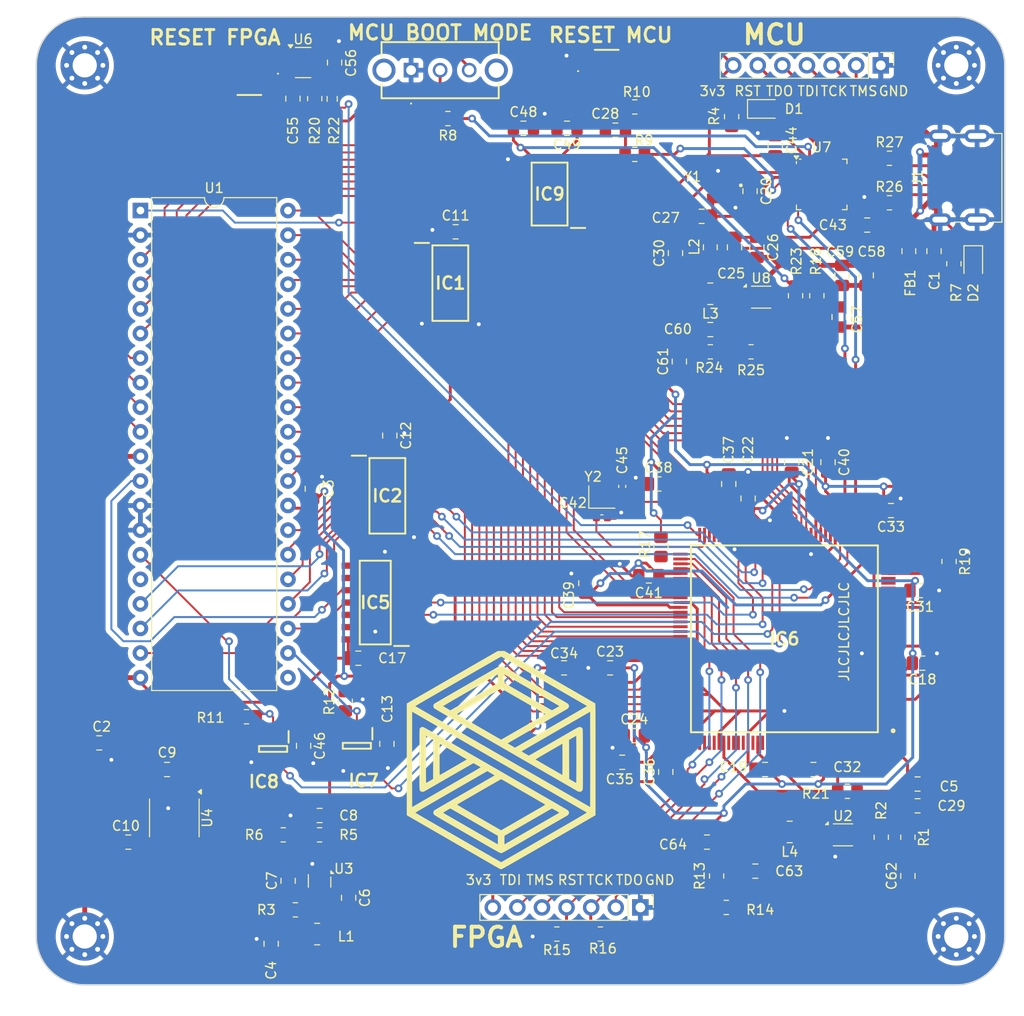
<source format=kicad_pcb>
(kicad_pcb (version 20241229) (generator "pcbnew") (generator_version "9.0")
  (layers (0 "F.Cu" signal) (2 "B.Cu" mixed) (13 "F.Paste" user) (15 "B.Paste" user) (5 "F.SilkS" user "F.Silkscreen") (7 "B.SilkS" user "B.Silkscreen") (1 "F.Mask" user) (3 "B.Mask" user) (25 "Edge.Cuts" user))
  (net 0 "")
  (net 1 "+5V")
  (net 2 "GND")
  (net 3 "+12V")
  (net 4 "Net-(U3-BST)")
  (net 5 "Net-(U3-SW)")
  (net 6 "Net-(U3-Vcc)")
  (net 7 "Net-(U4-CAP-)")
  (net 8 "Net-(U4-CAP+)")
  (net 9 "-5V")
  (net 10 "+3V3")
  (net 11 "+1V2")
  (net 12 "/MCU/CLK1")
  (net 13 "+3.3VA")
  (net 14 "/MCU/CLK2")
  (net 15 "Net-(C28-Pad1)")
  (net 16 "/FPGA/CLK2")
  (net 17 "/FPGA/CLK1")
  (net 18 "Net-(U6-*RESET)")
  (net 19 "Net-(U8-EN)")
  (net 20 "Net-(U8-FB)")
  (net 21 "Net-(U2-EN)")
  (net 22 "Net-(U2-FB)")
  (net 23 "VBUS")
  (net 24 "Net-(D1-K)")
  (net 25 "/MCU/LED_OUT")
  (net 26 "Net-(D2-A)")
  (net 27 "8080_A5")
  (net 28 "8080_A0")
  (net 29 "8080_A1")
  (net 30 "FPGA_A8")
  (net 31 "FPGA_A5")
  (net 32 "8080_A8")
  (net 33 "8080_A7")
  (net 34 "FPGA_A6")
  (net 35 "FPGA_A7")
  (net 36 "8080_A3")
  (net 37 "FPGA_A4")
  (net 38 "FPGA_A1")
  (net 39 "8080_A2")
  (net 40 "FPGA_A0")
  (net 41 "8080_A6")
  (net 42 "FPGA_A3")
  (net 43 "FPGA_A9")
  (net 44 "FPGA_A2")
  (net 45 "8080_A4")
  (net 46 "8080_A9")
  (net 47 "FPGA_A11")
  (net 48 "8080_A14")
  (net 49 "FPGA_DBIN")
  (net 50 "8080_DBIN")
  (net 51 "FPGA_WR")
  (net 52 "8080_WR")
  (net 53 "8080_A11")
  (net 54 "FPGA_A14")
  (net 55 "8080_A12")
  (net 56 "FPGA_A13")
  (net 57 "8080_SYNC")
  (net 58 "FPGA_A15")
  (net 59 "FPGA_WAIT")
  (net 60 "8080_A13")
  (net 61 "FPGA_A10")
  (net 62 "8080_A15")
  (net 63 "FPGA_SYNC")
  (net 64 "FPGA_A12")
  (net 65 "8080_WAIT")
  (net 66 "8080_A10")
  (net 67 "FPGA_CLK1")
  (net 68 "FPGA_CLK2")
  (net 69 "8080_CLK1")
  (net 70 "8080_CLK2")
  (net 71 "8080_D6")
  (net 72 "FPGA_D2")
  (net 73 "8080_D0")
  (net 74 "FPGA_D5")
  (net 75 "8080_D4")
  (net 76 "8080_D1")
  (net 77 "8080_D2")
  (net 78 "FPGA_D0")
  (net 79 "8080_D7")
  (net 80 "FPGA_D1")
  (net 81 "8080_D5")
  (net 82 "FPGA_D7")
  (net 83 "FPGA_D6")
  (net 84 "FPGA_D3")
  (net 85 "FPGA_D4")
  (net 86 "8080_D3")
  (net 87 "8080_RESET")
  (net 89 "FPGA_READY")
  (net 92 "FPGA_RESET")
  (net 96 "8080_READY")
  (net 106 "Net-(IC6-VDDI0_1)")
  (net 116 "/FPGA/JTAG_TMS")
  (net 117 "Net-(IC6-VDDI5_1)")
  (net 130 "/FPGA/JTAG_TDO")
  (net 134 "/FPGA/JTAG_TDI")
  (net 141 "/FPGA/JTAG_TRST")
  (net 142 "UART_STM_RX_FPGA_TX")
  (net 143 "UART_STM_TX_FPGA_RX")
  (net 151 "/FPGA/RESET")
  (net 152 "Net-(IC6-JTAGSEL)")
  (net 153 "/FPGA/JTAG_TCK")
  (net 158 "Net-(J1-CC2)")
  (net 161 "/MCU/USB_D+")
  (net 162 "/MCU/USB_D-")
  (net 163 "Net-(J1-CC1)")
  (net 164 "/MCU/JTAG_TMS")
  (net 165 "/MCU/JTAG_TDI")
  (net 166 "/MCU/JTAG_TCK")
  (net 167 "/MCU/JTAG_TRST")
  (net 168 "/MCU/JTAG_TDO")
  (net 169 "Net-(U8-SW)")
  (net 170 "Net-(U2-SW)")
  (net 171 "Net-(U2-PG)")
  (net 172 "Net-(U3-EN)")
  (net 173 "Net-(U3-FB)")
  (net 174 "/MCU/BOOT")
  (net 175 "Net-(SW1-B)")
  (net 176 "/MCU/RESET")
  (net 177 "Net-(U8-PG)")
  (footprint "Capacitor_SMD:C_0805_2012Metric_Pad1.18x1.45mm_HandSolder" (layer "F.Cu") (at 131.75 81 -90)
    (property "Reference" "C40")
    (property "Value" "100n")
  )
  (footprint "Capacitor_SMD:C_0805_2012Metric_Pad1.18x1.45mm_HandSolder" (layer "F.Cu") (at 123.7 53 -90)
    (property "Reference" "C20")
    (property "Value" "10p")
  )
  (footprint "Inductor_SMD:L_1008_2520Metric_Pad1.43x2.20mm_HandSolder" (layer "F.Cu") (at 79 129.75)
    (property "Reference" "L1")
    (property "Value" "8u2, 800mA")
  )
  (footprint "Inductor_SMD:L_1008_2520Metric_Pad1.43x2.20mm_HandSolder" (layer "F.Cu") (at 127.8 119.2 180)
    (property "Reference" "L4")
    (property "Value" "0u68, 5.5A")
  )
  (footprint "Resistor_SMD:R_0805_2012Metric_Pad1.20x1.40mm_HandSolder" (layer "F.Cu") (at 76.75 127.25)
    (property "Reference" "R3")
    (property "Value" "30k")
  )
  (footprint "Resistor_SMD:R_0805_2012Metric_Pad1.20x1.40mm_HandSolder" (layer "F.Cu") (at 111.8 44.3 180)
    (property "Reference" "R10")
    (property "Value" "10k")
  )
  (footprint "Capacitor_SMD:C_0805_2012Metric_Pad1.18x1.45mm_HandSolder" (layer "F.Cu") (at 86.2 110.1 -90)
    (property "Reference" "C13")
    (property "Value" "100n")
  )
  (footprint "Inductor_SMD:L_0805_2012Metric_Pad1.15x1.40mm_HandSolder" (layer "F.Cu") (at 140.1 59.2 90)
    (property "Reference" "FB1")
    (property "Value" "Ferrite_Bead")
  )
  (footprint "Project components:SOP65P640X120-20N" (layer "F.Cu") (at 103 53.3 180)
    (property "Reference" "IC9")
    (property "Value" "TXS0108EPWRG4" (hide yes))
  )
  (footprint "Capacitor_SMD:C_0805_2012Metric_Pad1.18x1.45mm_HandSolder" (layer "F.Cu") (at 141.25 94.262 180)
    (property "Reference" "C31")
    (property "Value" "100n")
  )
  (footprint "Capacitor_SMD:C_0805_2012Metric_Pad1.18x1.45mm_HandSolder" (layer "F.Cu") (at 74.25 130.75 90)
    (property "Reference" "C4")
    (property "Value" "4u7, low-ESR")
  )
  (footprint "Resistor_SMD:R_0805_2012Metric_Pad1.20x1.40mm_HandSolder" (layer "F.Cu") (at 108.25 129.75)
    (property "Reference" "R16")
    (property "Value" "1k")
  )
  (footprint "Inductor_SMD:L_1008_2520Metric_Pad1.43x2.20mm_HandSolder" (layer "F.Cu") (at 119.6 63.6 180)
    (property "Reference" "L3")
    (property "Value" "0u68, 5.5A")
  )
  (footprint "LED_SMD:LED_0805_2012Metric_Pad1.15x1.40mm_HandSolder" (layer "F.Cu") (at 146.75 60.5 -90)
    (property "Reference" "D2")
    (property "Value" "Green")
  )
  (footprint "Capacitor_SMD:C_0805_2012Metric_Pad1.18x1.45mm_HandSolder" (layer "F.Cu") (at 133.2 61.7 -90)
    (property "Reference" "C59")
    (property "Value" "22u")
  )
  (footprint "Resistor_SMD:R_0805_2012Metric_Pad1.20x1.40mm_HandSolder" (layer "F.Cu") (at 138.1 54.2)
    (property "Reference" "R26")
    (property "Value" "5k1")
  )
  (footprint "Resistor_SMD:R_0805_2012Metric_Pad1.20x1.40mm_HandSolder" (layer "F.Cu") (at 81.9 105.7 90)
    (property "Reference" "R12")
    (property "Value" "220")
  )
  (footprint "Capacitor_SMD:C_0805_2012Metric_Pad1.18x1.45mm_HandSolder" (layer "F.Cu") (at 104.5 102.25 180)
    (property "Reference" "C34")
    (property "Value" "100n")
  )
  (footprint "Resistor_SMD:R_0805_2012Metric_Pad1.20x1.40mm_HandSolder" (layer "F.Cu") (at 92.5 45.5)
    (property "Reference" "R8")
    (property "Value" "10k")
  )
  (footprint "LOGO" (layer "F.Cu") (at 98 113)
    (property "Reference" "G***" (hide yes))
    (property "Value" "LOGO" (hide yes))
  )
  (footprint "Project components:QFP50P2200X2200X160-144N" (layer "F.Cu") (at 127.25 99.25 180)
    (property "Reference" "IC6")
    (property "Value" "M2GL005-TQG144I" (hide yes))
  )
  (footprint "Connector_PinHeader_2.54mm:PinHeader_1x07_P2.54mm_Vertical" (layer "F.Cu") (at 137.2 40 -90)
    (property "Reference" "J4" (hide yes))
    (property "Value" "MCU JTAG")
  )
  (footprint "Capacitor_SMD:C_0805_2012Metric_Pad1.18x1.45mm_HandSolder" (layer "F.Cu") (at 79.25 117.5)
    (property "Reference" "C8")
    (property "Value" "10u, low-ESR")
  )
  (footprint "Capacitor_SMD:C_0805_2012Metric_Pad1.18x1.45mm_HandSolder" (layer "F.Cu") (at 111.75 109.25)
    (property "Reference" "C24")
    (property "Value" "100n")
  )
  (footprint "Capacitor_SMD:C_0805_2012Metric_Pad1.18x1.45mm_HandSolder" (layer "F.Cu") (at 124.4 58.8 -90)
    (property "Reference" "C26")
    (property "Value" "100n")
  )
  (footprint "Package_DIP:DIP-40_W15.24mm" (layer "F.Cu") (at 60.75 55)
    (property "Reference" "U1")
    (property "Value" "8080A")
  )
  (footprint "Capacitor_SMD:C_0805_2012Metric_Pad1.18x1.45mm_HandSolder" (layer "F.Cu") (at 126.3 48.3 90)
    (property "Reference" "C44")
    (property "Value" "100n")
  )
  (footprint "Capacitor_SMD:C_0805_2012Metric_Pad1.18x1.45mm_HandSolder" (layer "F.Cu") (at 116.4 70.6 90)
    (property "Reference" "C61")
    (property "Value" "22u")
  )
  (footprint "Resistor_SMD:R_0805_2012Metric_Pad1.20x1.40mm_HandSolder" (layer "F.Cu") (at 79.25 119.5)
    (property "Reference" "R5")
    (property "Value" "330k")
  )
  (footprint "Capacitor_SMD:C_0805_2012Metric_Pad1.18x1.45mm_HandSolder" (layer "F.Cu") (at 122.1 58.8 -90)
    (property "Reference" "C25")
    (property "Value" "1u")
  )
  (footprint "Project components:SOP65P640X120-24N" (layer "F.Cu") (at 86.25 84.475)
    (property "Reference" "IC2")
    (property "Value" "SN74LVC861APW" (hide yes))
  )
  (footprint "Inductor_SMD:L_0805_2012Metric_Pad1.15x1.40mm_HandSolder" (layer "F.Cu") (at 119.6 58.8 90)
    (property "Reference" "L2")
    (property "Value" "27n")
  )
  (footprint "Capacitor_SMD:C_0805_2012Metric_Pad1.18x1.45mm_HandSolder" (layer "F.Cu") (at 116 59.4 90)
    (property "Reference" "C30")
    (property "Value" "4u7")
  )
  (footprint "Resistor_SMD:R_0805_2012Metric_Pad1.20x1.40mm_HandSolder" (layer "F.Cu") (at 133.75 115 180)
    (property "Reference" "R21")
    (property "Value" "10k")
  )
  (footprint "Project components:SOP65P640X120-24N" (layer "F.Cu") (at 92.75 62.5)
    (property "Reference" "IC1")
    (property "Value" "SN74LVC861APW" (hide yes))
  )
  (footprint "Resistor_SMD:R_0805_2012Metric_Pad1.20x1.40mm_HandSolder" (layer "F.Cu") (at 130.6 63.8 -90)
    (property "Reference" "R18")
    (property "Value" "10")
  )
  (footprint "Resistor_SMD:R_0805_2012Metric_Pad1.20x1.40mm_HandSolder" (layer "F.Cu") (at 138.1 49.6)
    (property "Reference" "R27")
    (property "Value" "5k1")
  )
  (footprint "Package_DFN_QFN:DFN-8-1EP_2x2mm_P0.5mm_EP0.8x1.6mm" (layer "F.Cu") (at 124.8475 63.950001)
    (property "Reference" "U8")
    (property "Value" "LX7167ACLD-TR")
  )
  (footprint "LED_SMD:LED_0805_2012Metric_Pad1.15x1.40mm_HandSolder" (layer "F.Cu") (at 125.3 44.5)
    (property "Reference" "D1")
    (property "Value" "Red")
  )
  (footprint "MountingHole:MountingHole_2.5mm_Pad_Via" (layer "F.Cu") (at 55 130)
    (property "Reference" "H2" (hide yes))
    (property "Value" "2.5mm")
  )
  (footprint "MountingHole:MountingHole_2.5mm_Pad_Via" (layer "F.Cu") (at 145 40)
    (property "Reference" "H3" (hide yes))
    (property "Value" "2.5mm")
  )
  (footprint "Capacitor_SMD:C_0805_2012Metric_Pad1.18x1.45mm_HandSolder" (layer "F.Cu") (at 135.7 61.7 -90)
    (property "Reference" "C58")
    (property "Value" "100n")
  )
  (footprint "Resistor_SMD:R_0805_2012Metric_Pad1.20x1.40mm_HandSolder" (layer "F.Cu") (at 78.75 43.4375 -90)
    (property "Reference" "R20")
    (property "Value" "10k")
  )
  (footprint "Resistor_SMD:R_0805_2012Metric_Pad1.20x1.40mm_HandSolder" (layer "F.Cu") (at 121.8 45.3 -90)
    (property "Reference" "R4")
    (property "Value" "4k7")
  )
  (footprint "Capacitor_SMD:C_0805_2012Metric_Pad1.18x1.45mm_HandSolder" (layer "F.Cu") (at 119.6 67.3 180)
    (property "Reference" "C60")
    (property "Value" "33p")
  )
  (footprint "Resistor_SMD:R_0805_2012Metric_Pad1.20x1.40mm_HandSolder" (layer "F.Cu") (at 121.25 127)
    (property "Reference" "R14")
    (property "Value" "100k")
  )
  (footprint "Capacitor_SMD:C_0805_2012Metric_Pad1.18x1.45mm_HandSolder" (layer "F.Cu") (at 100.3 46.5)
    (property "Reference" "C48")
    (property "Value" "100n")
  )
  (footprint "Connector_USB:USB_C_Receptacle_JAE_DX07S016JA1R1500" (layer "F.Cu") (at 146 51.62 90)
    (property "Reference" "J1")
    (property "Value" "Type-C")
  )
  (footprint "Capacitor_SMD:C_0805_2012Metric_Pad1.18x1.45mm_HandSolder" (layer "F.Cu") (at 76.5 43.4375 90)
    (property "Reference" "C55")
    (property "Value" "10u")
  )
  (footprint "Capacitor_SMD:C_0805_2012Metric_Pad1.18x1.45mm_HandSolder" (layer "F.Cu") (at 86.5 78.25 -90)
    (property "Reference" "C12")
    (property "Value" "100n")
  )
  (footprint "Resistor_SMD:R_0805_2012Metric_Pad1.20x1.40mm_HandSolder" (layer "F.Cu") (at 119.6 69.6)
    (property "Reference" "R24")
    (property "Value" "158k")
  )
  (footprint "Resistor_SMD:R_0805_2012Metric_Pad1.20x1.40mm_HandSolder" (layer "F.Cu") (at 75.5 119.5 180)
    (property "Reference" "R6")
    (property "Value" "30k")
  )
  (footprint "Project components:435451019820" (layer "F.Cu") (at 72 41.6625)
    (property "Reference" "SW3" (hide yes))
    (property "Value" "RESET_FPGA" (hide yes))
  )
  (footprint "Resistor_SMD:R_0805_2012Metric_Pad1.20x1.40mm_HandSolder" (layer "F.Cu") (at 120.25 123.75 -90)
    (property "Reference" "R13")
    (property "Value" "100k")
  )
  (footprint "Package_SO:SOIC-8_3.9x4.9mm_P1.27mm" (layer "F.Cu") (at 64.25 117.75 -90)
    (property "Reference" "U4")
    (property "Value" "ICL7660")
  )
  (footprint "Capacitor_SMD:C_0805_2012Metric_Pad1.18x1.45mm_HandSolder" (layer "F.Cu") (at 115 113 90)
    (property "Reference" "C36")
    (property "Value" "100n")
  )
  (footprint "Resistor_SMD:R_0805_2012Metric_Pad1.20x1.40mm_HandSolder" (layer "F.Cu") (at 137.25 119.75 -90)
    (property "Reference" "R2")
    (property "Value" "100k")
  )
  (footprint "Project components:SOT95P280X145-6N" (layer "F.Cu") (at 74.45 110.625 -90)
    (property "Reference" "IC8")
    (property "Value" "UCC27511DBVR" (hide yes))
  )
  (footprint "Resistor_SMD:R_0805_2012Metric_Pad1.20x1.40mm_HandSolder" (layer "F.Cu") (at 114.5 89.75 90)
    (property "Reference" "R17")
    (property "Value" "1k")
  )
  (footprint "Package_TO_SOT_SMD:SOT-23-3" (layer "F.Cu") (at 77.55 39.7125)
    (property "Reference" "U6")
    (property "Value" "APX803-31SAG-7")
  )
  (footprint "Project components:435451019820" (layer "F.Cu") (at 108.9 39.8 180)
    (property "Reference" "SW2" (hide yes))
    (property "Value" "RESET_MCU" (hide yes))
  )
  (footprint "Capacitor_SMD:C_0805_2012Metric_Pad1.18x1.45mm_HandSolder" (layer "F.Cu") (at 128 81 -90)
    (property "Reference" "C21")
    (property "Value" "100n")
  )
  (footprint "Project components:SOIC127P600X175-14N" (layer "F.Cu") (at 85 95.5 180)
    (property "Reference" "IC5")
    (property "Value" "CD74HC243M96" (hide yes))
  )
  (footprint "Capacitor_SMD:C_0805_2012Metric_Pad1.18x1.45mm_HandSolder" (layer "F.Cu") (at 109.8 46.7 180)
    (property "Reference" "C28")
    (property "Value" "100n")
  )
  (footprint "Package_DFN_QFN:QFN-32-1EP_5x5mm_P0.5mm_EP3.45x3.45mm" (layer "F.Cu") (at 131.1 52.3)
    (property "Reference" "U7")
    (property "Value" "STM32G4A1KEUx")
  )
  (footprint "MountingHole:MountingHole_2.5mm_Pad_Via" (layer "F.Cu") (at 145 130)
    (property "Reference" "H4" (hide yes))
    (property "Value" "2.5mm")
  )
  (footprint "Package_TO_SOT_SMD:SOT-583-8" (layer "F.Cu") (at 79.25 124.26 -90)
    (property "Reference" "U3")
    (property "Value" "MP3438")
  )
  (footprint "Capacitor_SMD:C_0805_2012Metric_Pad1.18x1.45mm_HandSolder" (layer "F.Cu") (at 113.25 92.75)
    (property "Reference" "C41")
    (property "Value" "100n")
  )
  (footprint "Capacitor_SMD:C_0805_2012Metric_Pad1.18x1.45mm_HandSolder" (layer "F.Cu") (at 59.5 120.25)
    (property "Reference" "C10")
    (property "Value" "10u")
  )
  (footprint "Connector_PinHeader_2.54mm:PinHeader_1x07_P2.54mm_Vertical" (layer "F.Cu") (at 112.375 127 -90)
    (property "Reference" "J2" (hide yes))
    (property "Value" "FPGA JTAG")
  )
  (footprint "Capacitor_SMD:C_0805_2012Metric_Pad1.18x1.45mm_HandSolder" (layer "F.Cu") (at 109.25 102.25)
    (property "Reference" "C23")
    (property "Value" "100n")
  )
  (footprint "Capacitor_SMD:C_0805_2012Metric_Pad1.18x1.45mm_HandSolder" (layer "F.Cu") (at 118.7 55.6 180)
    (property "Reference" "C27")
    (property "Value" "10p")
  )
  (footprint "Capacitor_SMD:C_0805_2012Metric_Pad1.18x1.45mm_HandSolder" (layer "F.Cu") (at 141 116.5)
    (property "Reference" "C29")
    (property "Value" "100n")
  )
  (footprint "Capacitor_SMD:C_0805_2012Metric_Pad1.18x1.45mm_HandSolder" (layer "F.Cu") (at 77.6 110.3 -90)
    (property "Reference" "C46")
    (property "Value" "100n")
  )
  (footprint "Capacitor_SMD:C_0805_2012Metric_Pad1.18x1.45mm_HandSolder" (layer "F.Cu") (at 78.5 83.75 -90)
    (property "Reference" "C3")
    (property "Value" "100n")
  )
  (footprint "Resistor_SMD:R_0805_2012Metric_Pad1.20x1.40mm_HandSolder" (layer "F.Cu") (at 123.8 69.6)
    (property "Reference" "R25")
    (property "Value" "34k8")
  )
  (footprint "Capacitor_SMD:C_0805_2012Metric_Pad1.18x1.45mm_HandSolder" (layer "F.Cu") (at 110.5 112)
    (property "Reference" "C35")
    (property "Value" "100n")
  )
  (footprint "Capacitor_SMD:C_0805_2012Metric_Pad1.18x1.45mm_HandSolder" (layer "F.Cu") (at 76 124.25 90)
    (property "Reference" "C7")
    (property "Value" "1u")
  )
  (footprint "Project components:SOT95P280X145-6N" (layer "F.Cu") (at 83.1 110.3 -90)
    (property "Reference" "IC7")
    (property "Value" "UCC27511DBVR" (hide yes))
  )
  (footprint "Capacitor_SMD:C_0805_2012Metric_Pad1.18x1.45mm_HandSolder" (layer "F.Cu") (at 124.25 123.25 180)
    (property "Reference" "C63")
    (property "Value" "22p")
  )
  (footprint "Project components:XTAL_ECS-160-10-36-CKM-TR3" (layer "F.Cu") (at 120.7 53.1 180)
    (property "Reference" "Y1")
    (property "Value" "16Mhz, CL=10p")
  )
  (footprint "Package_DFN_QFN:DFN-8-1EP_2x2mm_P0.5mm_EP0.8x1.6mm" (layer "F.Cu") (at 133.2975 119.500001)
    (property "Reference" "U2")
    (property "Value" "LX7167ACLD-TR")
  )
  (footprint "Capacitor_SMD:C_0805_2012Metric_Pad1.18x1.45mm_HandSolder" (layer "F.Cu") (at 138.25 86 180)
    (property "Reference" "C33")
    (property "Value" "100n")
  )
  (footprint "Capacitor_SMD:C_0805_2012Metric_Pad1.18x1.45mm_HandSolder" (layer "F.Cu") (at 82.25 126 -90)
    (property "Reference" "C6")
    (property "Value" "100n")
  )
  (footprint "Capacitor_SMD:C_0805_2012Metric_Pad1.18x1.45mm_HandSolder" (layer "F.Cu") (at 93.3 57.2)
    (property "Reference" "C11")
    (property "Value" "100n")
  )
  (footprint "Capacitor_SMD:C_0402_1005Metric_Pad0.74x0.62mm_HandSolder" (layer "F.Cu") (at 110.5 83.5 90)
    (property "Reference" "C45")
    (property "Value" "10p")
  )
  (footprint "Capacitor_SMD:C_0805_2012Metric_Pad1.18x1.45mm_HandSolder" (layer "F.Cu") (at 141 114.25)
    (property "Reference" "C5")
    (property "Value" "22u")
  )
  (footprint "Crystal:Crystal_SMD_2016-4Pin_2.0x1.6mm" (layer "F.Cu") (at 108.4 84.6)
    (property "Reference" "Y2")
    (property "Value" "16Mhz")
  )
  (footprint "Capacitor_SMD:C_0805_2012Metric_Pad1.18x1.45mm_HandSolder" (layer "F.Cu") (at 56.5 110)
    (property "Reference" "C2")
    (property "Value" "100n")
  )
  (footprint "MountingHole:MountingHole_2.5mm_Pad_Via" (layer "F.Cu") (at 55 40)
    (property "Reference" "H1" (hide yes))
    (property "Value" "2.5mm")
  )
  (footprint "Capacitor_SMD:C_0805_2012Metric_Pad1.18x1.45mm_HandSolder" (layer "F.Cu") (at 104.8 46.5 180)
    (property "Reference" "C49")
    (property "Value" "100n")
  )
  (footprint "Resistor_SMD:R_0805_2012Metric_Pad1.20x1.40mm_HandSolder" (layer "F.Cu") (at 111.8 49.2)
    (property "Reference" "R9")
    (property "Value" "220")
  )
  (footprint "Capacitor_SMD:C_0805_2012Metric_Pad1.18x1.45mm_HandSolder" (layer "F.Cu") (at 119.25 120.25)
    (property "Reference" "C64")
    (property "Value" "22u")
  )
  (footprint "Resistor_SMD:R_0805_2012Metric_Pad1.20x1.40mm_HandSolder" (layer "F.Cu") (at 144.25 91.262 -90)
    (property "Reference" "R19")
    (property "Value" "10k")
  )
  (footprint "Capacitor_SMD:C_0805_2012Metric_Pad1.18x1.45mm_HandSolder" (layer "F.Cu") (at 80.8 39.7125 90)
    (property "Reference" "C56")
    (property "Value" "100n")
  )
  (footprint "Capacitor_SMD:C_0402_1005Metric_Pad0.74x0.62mm_HandSolder" (layer "F.Cu") (at 108.4 86.8)
    (property "Reference" "C42")
    (property "Value" "10p")
  )
  (footprint "Resistor_SMD:R_0805_2012Metric_Pad1.20x1.40mm_HandSolder" (layer "F.Cu") (at 140 119.75 -90)
    (property "Reference" "R1")
    (property "Value" "10")
  )
  (footprint "Capacitor_SMD:C_0805_2012Metric_Pad1.18x1.45mm_HandSolder" (layer "F.Cu") (at 121.5 83.25 -90)
    (property "Reference" "C37")
    (property "Value" "100n")
  )
  (footprint "Capacitor_SMD:C_0805_2012Metric_Pad1.18x1.45mm_HandSolder" (layer "F.Cu") (at 106.75 93.5 -90)
    (property "Reference" "C39")
    (property "Value" "100n")
  )
  (footprint "Capacitor_SMD:C_0805_2012Metric_Pad1.18x1.45mm_HandSolder" (layer "F.Cu") (at 141.5 101.762 180)
    (property "Reference" "C18")
    (property "Value" "100n")
  )
  (footprint "Capacitor_SMD:C_0805_2012Metric_Pad1.18x1.45mm_HandSolder" (layer "F.Cu") (at 125.25 112.75)
    (property "Reference" "C19")
    (property "Value" "100n")
  )
  (footprint "Capacitor_SMD:C_0805_2012Metric_Pad1.18x1.45mm_HandSolder" (layer "F.Cu") (at 140 123.75 90)
    (property "Reference" "C62")
    (property "Value" "1u")
  )
  (footprint "Capacitor_SMD:C_0805_2012Metric_Pad1.18x1.45mm_HandSolder" (layer "F.Cu") (at 142.7 59.2 -90)
    (property "Reference" "C1")
    (property "Value" "1u")
  )
  (footprint "Project components:SLW1215865AD" (layer "F.Cu") (at 88.7 40.5)
    (property "Reference" "SW1" (hide yes))
    (property "Value" "BOOT_MODE" (hide yes))
  )
  (footprint "Resistor_SMD:R_0805_2012Metric_Pad1.20x1.40mm_HandSolder" (layer "F.Cu") (at 103.75 129.75 180)
    (property "Reference" "R15")
    (property "Value" "1k")
  )
  (footprint "Resistor_SMD:R_0805_2012Metric_Pad1.20x1.40mm_HandSolder" (layer "F.Cu") (at 71.7 107.3 180)
    (property "Reference" "R11")
    (property "Value" "220")
  )
  (footprint "Capacitor_SMD:C_0805_2012Metric_Pad1.18x1.45mm_HandSolder" (layer "F.Cu") (at 63.5 112.75 180)
    (property "Reference" "C9")
    (property "Value" "10u")
  )
  (footprint "Capacitor_SMD:C_0805_2012Metric_Pad1.18x1.45mm_HandSolder" (layer "F.Cu") (at 123.5 84.75 -90)
    (property "Reference" "C22")
    (property "Value" "100n")
  )
  (footprint "Capacitor_SMD:C_0805_2012Metric_Pad1.18x1.45mm_HandSolder" (layer "F.Cu") (at 135.8 56.5)
    (property "Reference" "C43")
    (property "Value" "100n")
  )
  (footprint "Resistor_SMD:R_0603_1608Metric_Pad0.98x0.95mm_HandSolder" (layer "F.Cu") (at 80.55 43.4625 -90)
    (property "Reference" "R22")
    (property "Value" "50")
  )
  (footprint "Resistor_SMD:R_0805_2012Metric_Pad1.20x1.40mm_HandSolder" (layer "F.Cu") (at 128.4 63.8 -90)
    (property "Reference" "R23")
    (property "Value" "100k")
  )
  (footprint "Capacitor_SMD:C_0805_2012Metric_Pad1.18x1.45mm_HandSolder" (layer "F.Cu") (at 132.9 66 90)
    (property "Reference" "C57")
    (property "Value" "1u")
  )
  (footprint "Resistor_SMD:R_0805_2012Metric_Pad1.20x1.40mm_HandSolder" (layer "F.Cu") (at 144.75 60.5 -90)
    (property "Reference" "R7")
    (property "Value" "2k2")
  )
  (footprint "Capacitor_SMD:C_0805_2012Metric_Pad1.18x1.45mm_HandSolder" (layer "F.Cu") (at 114.25 83.25)
    (property "Reference" "C38")
    (property "Value" "100n")
  )
  (footprint "Capacitor_SMD:C_0805_2012Metric_Pad1.18x1.45mm_HandSolder" (layer "F.Cu") (at 83.25 101.25 180)
    (property "Reference" "C17")
    (property "Value" "100n")
  )
  (footprint "Capacitor_SMD:C_0805_2012Metric_Pad1.18x1.45mm_HandSolder" (layer "F.Cu") (at 130.25 112.75)
    (property "Reference" "C32")
    (property "Value" "100n")
  )
  (gr_line (start 50 40) (end 50 130) (stroke (width 0.15)) (layer "Edge.Cuts"))
  (gr_arc (start 145 35) (mid 148.535534 36.464466) (end 150 40) (stroke (width 0.15)) (layer "Edge.Cuts"))
  (gr_arc (start 55 135) (mid 51.464466 133.535534) (end 50 130) (stroke (width 0.15)) (layer "Edge.Cuts"))
  (gr_line (start 145 135) (end 55 135) (stroke (width 0.15)) (layer "Edge.Cuts"))
  (gr_line (start 145 35) (end 55 35) (stroke (width 0.15)) (layer "Edge.Cuts"))
  (gr_line (start 150 40) (end 150 130) (stroke (width 0.15)) (layer "Edge.Cuts"))
  (gr_arc (start 150 130) (mid 148.535534 133.535534) (end 145 135) (stroke (width 0.15)) (layer "Edge.Cuts"))
  (gr_arc (start 50 40) (mid 51.464466 36.464466) (end 55 35) (stroke (width 0.15)) (layer "Edge.Cuts"))
  (gr_text "3v3" (at 94.25 124.75 0) (layer "F.SilkS") (effects (font (size 1 1)) (justify left bottom)))
  (gr_text "TDO" (at 125.25 43.25 0) (layer "F.SilkS") (effects (font (size 1 1)) (justify left bottom)))
  (gr_text "TDI" (at 128.5 43.25 0) (layer "F.SilkS") (effects (font (size 1 1)) (justify left bottom)))
  (gr_text "RESET FPGA" (at 61.5 38 0) (layer "F.SilkS") (effects (font (size 1.5 1.5) (thickness 0.3) (bold yes)) (justify left bottom)))
  (gr_text "JLCJLCJLCJLC" (at 134 103.75 90) (layer "F.SilkS") (effects (font (size 1 1)) (justify left bottom)))
  (gr_text "GND" (at 136.9 43.25 0) (layer "F.SilkS") (effects (font (size 1 1)) (justify left bottom)))
  (gr_text "RST" (at 103.75 124.75 0) (layer "F.SilkS") (effects (font (size 1 1)) (justify left bottom)))
  (gr_text "MCU" (at 122.75 38 0) (layer "F.SilkS") (effects (font (size 2 2) (thickness 0.4) (bold yes)) (justify left bottom)))
  (gr_text "GND" (at 112.75 124.75 0) (layer "F.SilkS") (effects (font (size 1 1)) (justify left bottom)))
  (gr_text "3v3" (at 118.4 43.25 0) (layer "F.SilkS") (effects (font (size 1 1)) (justify left bottom)))
  (gr_text "MCU BOOT MODE" (at 82 37.5 0) (layer "F.SilkS") (effects (font (size 1.5 1.5) (thickness 0.3) (bold yes)) (justify left bottom)))
  (gr_text "TMS" (at 133.9 43.25 0) (layer "F.SilkS") (effects (font (size 1 1)) (justify left bottom)))
  (gr_text "FPGA" (at 92.5 131.25 0) (layer "F.SilkS") (effects (font (size 2 2) (thickness 0.4) (bold yes)) (justify left bottom)))
  (gr_text "RESET MCU" (at 102.75 37.75 0) (layer "F.SilkS") (effects (font (size 1.5 1.5) (thickness 0.3) (bold yes)) (justify left bottom)))
  (gr_text "TCK" (at 106.75 124.75 0) (layer "F.SilkS") (effects (font (size 1 1)) (justify left bottom)))
  (gr_text "TDI" (at 97.75 124.75 0) (layer "F.SilkS") (effects (font (size 1 1)) (justify left bottom)))
  (gr_text "RST" (at 122 43.25 0) (layer "F.SilkS") (effects (font (size 1 1)) (justify left bottom)))
  (gr_text "TDO" (at 109.75 124.75 0) (layer "F.SilkS") (effects (font (size 1 1)) (justify left bottom)))
  (gr_text "TMS" (at 100.5 124.75 0) (layer "F.SilkS") (effects (font (size 1 1)) (justify left bottom)))
  (gr_text "TCK" (at 130.9 43.25 0) (layer "F.SilkS") (effects (font (size 1 1)) (justify left bottom)))
  (segment (start 140 118.75) (end 140.75 118.75) (width 0.5) (layer "F.Cu") (net 1))
  (segment (start 140.1 60.225) (end 142.6875 60.225) (width 0.5) (layer "F.Cu") (net 1))
  (segment (start 142.0375 114.25) (end 143 114.25) (width 0.5) (layer "F.Cu") (net 1))
  (segment (start 142.0375 117.4625) (end 142.0375 116.5) (width 0.5) (layer "F.Cu") (net 1))
  (segment (start 101.0995 55.575) (end 100.062 55.575) (width 0.3) (layer "F.Cu") (net 1))
  (segment (start 130.397501 63.002499) (end 130.6 62.8) (width 0.3) (layer "F.Cu") (net 1))
  (segment (start 144.0125 60.2375) (end 144.75 59.5) (width 0.3) (layer "F.Cu") (net 1))
  (segment (start 55.5 106.01) (end 58.25 103.26) (width 0.5) (layer "F.Cu") (net 1))
  (segment (start 76.125 130.125) (end 76 130) (width 0.5) (layer "F.Cu") (net 1))
  (segment (start 100 48.5) (end 100.2 48.5) (width 0.3) (layer "F.Cu") (net 1))
  (segment (start 130.6 62.8) (end 133.1375 62.8) (width 0.5) (layer "F.Cu") (net 1))
  (segment (start 125.8 63.2) (end 128 63.2) (width 0.3) (layer "F.Cu") (net 1))
  (segment (start 128 63.2) (end 128.4 62.8) (width 0.3) (layer "F.Cu") (net 1))
  (segment (start 142.7 62.05) (end 142.7 60.2375) (width 0.5) (layer "F.Cu") (net 1))
  (segment (start 102.1 50.4) (end 102.1 54.5745) (width 0.3) (layer "F.Cu") (net 1))
  (segment (start 133.1375 62.8) (end 133.2 62.7375) (width 0.5) (layer "F.Cu") (net 1))
  (segment (start 130.6 62.8) (end 128.4 62.8) (width 0.5) (layer "F.Cu") (net 1))
  (segment (start 76 127.5) (end 75.75 127.25) (width 0.5) (layer "F.Cu") (net 1))
  (segment (start 58.25 103.26) (end 60.75 103.26) (width 0.5) (layer "F.Cu") (net 1))
  (segment (start 142.0125 62.7375) (end 142.7 62.05) (width 0.5) (layer "F.Cu") (net 1))
  (segment (start 135.7 62.7375) (end 142.0125 62.7375) (width 0.5) (layer "F.Cu") (net 1))
  (segment (start 76.5 129.75) (end 77.8375 129.75) (width 0.5) (layer "F.Cu") (net 1))
  (segment (start 55.5 112) (end 55.5 106.01) (width 0.5) (layer "F.Cu") (net 1))
  (segment (start 136.5 132) (end 75 132) (width 0.5) (layer "F.Cu") (net 1))
  (segment (start 60.75 103.75) (end 62.8 105.8) (width 0.3) (layer "F.Cu") (net 1))
  (segment (start 65.5 118) (end 61.5 118) (width 0.5) (layer "F.Cu") (net 1))
  (segment (start 142.6875 60.225) (end 142.7 60.2375) (width 0.5) (layer "F.Cu") (net 1))
  (segment (start 62.8 105.8) (end 76.2 105.8) (width 0.3) (layer "F.Cu") (net 1))
  (segment (start 99.2625 47.7625) (end 100 48.5) (width 0.3) (layer "F.Cu") (net 1))
  (segment (start 80.75 101.25) (end 82.2125 101.25) (width 0.3) (layer "F.Cu") (net 1))
  (segment (start 80 127) (end 80 125) (width 0.3) (layer "F.Cu") (net 1))
  (segment (start 82.2125 101.25) (end 82.2125 99.3855) (width 0.3) (layer "F.Cu") (net 1))
  (segment (start 71.5 132) (end 66.155 126.655) (width 0.5) (layer "F.Cu") (net 1))
  (segment (start 102.1 54.5745) (end 101.0995 55.575) (width 0.3) (layer "F.Cu") (net 1))
  (segment (start 75 132) (end 71.5 132) (width 0.5) (layer "F.Cu") (net 1))
  (segment (start 75 132) (end 74.625 131.625) (width 0.5) (layer "F.Cu") (net 1))
  (segment (start 147.25 110) (end 147.25 108.25) (width 0.5) (layer "F.Cu") (net 1))
  (segment (start 128.05 62.8) (end 127.25 62) (width 0.3) (layer "F.Cu") (net 1))
  (segment (start 66.155 120.225) (end 66.155 118.655) (width 0.5) (layer "F.Cu") (net 1))
  (segment (start 76 130) (end 76 127.5) (width 0.5) (layer "F.Cu") (net 1))
  (segment (start 77.8375 129.1625) (end 80 127) (width 0.3) (layer "F.Cu") (net 1))
  (segment (start 147.25 108.25) (end 147.25 66.6) (width 0.5) (layer "F.Cu") (net 1))
  (segment (start 128.4 62.8) (end 128.05 62.8) (width 0.3) (layer "F.Cu") (net 1))
  (segment (start 140 118.75) (end 137.5 118.75) (width 0.5) (layer "F.Cu") (net 1))
  (segment (start 60.75 103.26) (end 60.75 103.75) (width 0.3) (layer "F.Cu") (net 1))
  (segment (start 76.2 105.8) (end 80.75 101.25) (width 0.3) (layer "F.Cu") (net 1))
  (segment (start 147.25 66.6) (end 142.7 62.05) (width 0.5) (layer "F.Cu") (net 1))
  (segment (start 74.625 131.625) (end 76.125 130.125) (width 0.5) (layer "F.Cu") (net 1))
  (segment (start 134.25 118.75) (end 137.25 118.75) (width 0.3) (layer "F.Cu") (net 1))
  (segment (start 147.25 121.25) (end 136.5 132) (width 0.5) (layer "F.Cu") (net 1))
  (segment (start 66.155 118.655) (end 65.5 118) (width 0.5) (layer "F.Cu") (net 1))
  (segment (start 76.125 130.125) (end 76.5 129.75) (width 0.5) (layer "F.Cu") (net 1))
  (segment (start 147.25 108.25) (end 147.25 115) (width 0.5) (layer "F.Cu") (net 1))
  (segment (start 135.7 62.7375) (end 133.2 62.7375) (width 0.5) (layer "F.Cu") (net 1))
  (segment (start 66.155 126.655) (end 66.155 120.225) (width 0.5) (layer "F.Cu") (net 1))
  (segment (start 140.75 118.75) (end 142.0375 117.4625) (width 0.5) (layer "F.Cu") (net 1))
  (segment (start 99.2625 46.5) (end 99.2625 47.7625) (width 0.3) (layer "F.Cu") (net 1))
  (segment (start 142.0375 116.5) (end 142.0375 114.25) (width 0.5) (layer "F.Cu") (net 1))
  (segment (start 61.5 118) (end 55.5 112) (width 0.5) (layer "F.Cu") (net 1))
  (segment (start 100.0375 48.5375) (end 100 48.5) (width 0.3) (layer "F.Cu") (net 1))
  (segment (start 147.25 115) (end 147.25 121.25) (width 0.5) (layer "F.Cu") (net 1))
  (segment (start 100.2 48.5) (end 102.1 50.4) (width 0.3) (layer "F.Cu") (net 1))
  (segment (start 143 114.25) (end 147.25 110) (width 0.5) (layer "F.Cu") (net 1))
  (segment (start 82.2125 99.3855) (end 82.288 99.31) (width 0.3) (layer "F.Cu") (net 1))
  (segment (start 142.7 60.2375) (end 144.0125 60.2375) (width 0.3) (layer "F.Cu") (net 1))
  (segment (start 77.8375 129.75) (end 77.8375 129.1625) (width 0.3) (layer "F.Cu") (net 1))
  (via (at 127.25 62) (size 0.8) (drill 0.4) (layers "F.Cu" "B.Cu") (net 1))
  (via (at 100 48.5) (size 0.8) (drill 0.4) (layers "F.Cu" "B.Cu") (net 1))
  (segment (start 113.75 48.5) (end 100 48.5) (width 0.3) (layer "B.Cu") (net 1))
  (segment (start 127.25 62) (end 113.75 48.5) (width 0.3) (layer "B.Cu") (net 1))
  (segment (start 122.1 59.8375) (end 124.4 59.8375) (width 0.5) (layer "F.Cu") (net 2))
  (segment (start 128 79) (end 128 79.9625) (width 0.3) (layer "F.Cu") (net 2))
  (segment (start 68.8 41.4625) (end 69.4 40.8625) (width 0.3) (layer "F.Cu") (net 2))
  (segment (start 135.25 100.5) (end 136.5 99.25) (width 0.3) (layer "F.Cu") (net 2))
  (segment (start 87.44 91.69) (end 86 90.25) (width 0.3) (layer "F.Cu") (net 2))
  (segment (start 106.3 39) (end 106.85 39) (width 0.3) (layer "F.Cu") (net 2))
  (segment (start 139.9625 116.5) (end 139.9625 114.25) (width 0.3) (layer "F.Cu") (net 2))
  (segment (start 74.25 124.9625) (end 76 123.2125) (width 0.3) (layer "F.Cu") (net 2))
  (segment (start 108.525 46.4625) (end 108.7625 46.7) (width 0.3) (layer "F.Cu") (net 2))
  (segment (start 116.512 107) (end 118 107) (width 0.3) (layer "F.Cu") (net 2))
  (segment (start 120 129.75) (end 132.420798 129.75) (width 0.3) (layer "F.Cu") (net 2))
  (segment (start 116.4 71.6375) (end 123.5625 71.6375) (width 0.5) (layer "F.Cu") (net 2))
  (segment (start 146.1 90.25) (end 144.262 90.25) (width 0.5) (layer "F.Cu") (net 2))
  (segment (start 120.04975 106.70025) (end 122 106.70025) (width 0.3) (layer "F.Cu") (net 2))
  (segment (start 109.8 86.8) (end 110.4 86.2) (width 0.3) (layer "F.Cu") (net 2))
  (segment (start 136.8375 55.7375) (end 135.5 54.4) (width 0.3) (layer "F.Cu") (net 2))
  (segment (start 129.2125 112.75) (end 129.2125 111.7875) (width 0.3) (layer "F.Cu") (net 2))
  (segment (start 109.4625 110.5) (end 109.4625 110.5) (width 0.3) (layer "F.Cu") (net 2))
  (segment (start 130 109.988) (end 130 108.9005) (width 0.3) (layer "F.Cu") (net 2))
  (segment (start 116.512 95.5) (end 117.5995 95.5) (width 0.3) (layer "F.Cu") (net 2))
  (segment (start 135.5 107.5) (end 135.5 106.4005) (width 0.3) (layer "F.Cu") (net 2))
  (segment (start 86.2 112.5) (end 86.3 112.6) (width 0.5) (layer "F.Cu") (net 2))
  (segment (start 129.467807 50.667807) (end 131.1 52.3) (width 0.2) (layer "F.Cu") (net 2))
  (segment (start 124.8 69.6) (end 124.8 63.997501) (width 0.5) (layer "F.Cu") (net 2))
  (segment (start 87.2125 77.2125) (end 88 78) (width 0.3) (layer "F.Cu") (net 2))
  (segment (start 129 106.70025) (end 129.25025 106.70025) (width 0.3) (layer "F.Cu") (net 2))
  (segment (start 87.712 99.31) (end 85.81 99.31) (width 0.3) (layer "F.Cu") (net 2))
  (segment (start 139.4 47.3) (end 143.325 47.3) (width 0.5) (layer "F.Cu") (net 2))
  (segment (start 130 90.5) (end 131.5 90.5) (width 0.3) (layer "F.Cu") (net 2))
  (segment (start 139.2875 86) (end 139.2875 84.7875) (width 0.3) (layer "F.Cu") (net 2))
  (segment (start 70.3 44.7125) (end 68.8 43.2125) (width 0.3) (layer "F.Cu") (net 2))
  (segment (start 120.5 109.988) (end 120.5 108.9005) (width 0.3) (layer "F.Cu") (net 2))
  (segment (start 133.2975 120.701701) (end 137.383299 124.7875) (width 0.3) (layer "F.Cu") (net 2))
  (segment (start 117.75 102.5) (end 118.25 103) (width 0.3) (layer "F.Cu") (net 2))
  (segment (start 111.5675 82.9325) (end 111.9 82.6) (width 0.3) (layer "F.Cu") (net 2))
  (segment (start 118 107) (end 118.29975 106.70025) (width 0.3) (layer "F.Cu") (net 2))
  (segment (start 104.75 39) (end 110.95 39) (width 0.3) (layer "F.Cu") (net 2))
  (segment (start 57.5375 110) (end 57.5375 111.5375) (width 0.5) (layer "F.Cu") (net 2))
  (segment (start 136.301 105.5995) (end 136.5 105.5995) (width 0.3) (layer "F.Cu") (net 2))
  (segment (start 78.5 122.5) (end 78.5 123.52) (width 0.2) (layer "F.Cu") (net 2))
  (segment (start 74.5 119.25) (end 76.25 117.5) (width 0.3) (layer "F.Cu") (net 2))
  (segment (start 109.4625 112) (end 109.4625 110.5) (width 0.3) (layer "F.Cu") (net 2))
  (segment (start 120.5 108.9005) (end 122.70025 106.70025) (width 0.3) (layer "F.Cu") (net 2))
  (segment (start 70.7 110.5) (end 72.2 112) (width 0.25) (layer "F.Cu") (net 2))
  (segment (start 122 106.70025) (end 122.70025 106.70025) (width 0.3) (layer "F.Cu") (net 2))
  (segment (start 123.895 64.200001) (end 124.5975 64.200001) (width 0.3) (layer "F.Cu") (net 2))
  (segment (start 74.25 129.7125) (end 74.25 124.9625) (width 0.3) (layer "F.Cu") (net 2))
  (segment (start 118.95 52.45) (end 119.85 52.45) (width 0.3) (layer "F.Cu") (net 2))
  (segment (start 123.7 54.0375) (end 121.8375 54.0375) (width 0.3) (layer "F.Cu") (net 2))
  (segment (start 137.988 99.5) (end 136.988 99.5) (width 0.3) (layer "F.Cu") (net 2))
  (segment (start 127 108.9505) (end 129.25025 106.70025) (width 0.3) (layer "F.Cu") (net 2))
  (segment (start 123.8 46.3) (end 121.8 46.3) (width 0.3) (layer "F.Cu") (net 2))
  (segment (start 122.5 89.5995) (end 122.5 88.512) (width 0.3) (layer "F.Cu") (net 2))
  (segment (start 141.2995 103) (end 142.5375 101.762) (width 0.3) (layer "F.Cu") (net 2))
  (segment (start 131.85 53.05) (end 131.1 52.3) (width 0.2) (layer "F.Cu") (net 2))
  (segment (start 134.75 115.595) (end 134.75 115) (width 0.3) (layer "F.Cu") (net 2))
  (segment (start 115 114.0375) (end 114.9625 114) (width 0.3) (layer "F.Cu") (net 2))
  (segment (start 127.2625 47.2625) (end 126.3 47.2625) (width 0.3) (layer "F.Cu") (net 2))
  (segment (start 79.5 82.5) (end 79.2875 82.7125) (width 0.3) (layer "F.Cu") (net 2))
  (segment (start 69.95 40.8625) (end 74.05 40.8625) (width 0.3) (layer "F.Cu") (net 2))
  (segment (start 136.5 102.512) (end 136.5 99.25) (width 0.3) (layer "F.Cu") (net 2))
  (segment (start 101.3375 46.5) (end 103.7625 46.5) (width 0.3) (layer "F.Cu") (net 2))
  (segment (start 134.75 115) (end 139.2125 115) (width 0.3) (layer "F.Cu") (net 2))
  (segment (start 74.5 119.5) (end 74.5 119.25) (width 0.3) (layer "F.Cu") (net 2))
  (segment (start 133.0475 119.750001) (end 133.2975 119.500001) (width 0.3) (layer "F.Cu") (net 2))
  (segment (start 136.5 105.5995) (end 136.5 102.512) (width 0.3) (layer "F.Cu") (net 2))
  (segment (start 84.54 98.04) (end 85 98.5) (width 0.3) (layer "F.Cu") (net 2))
  (segment (start 129.467807 50.417806) (end 129.467807 50.667807) (width 0.2) (layer "F.Cu") (net 2))
  (segment (start 137.2 40) (end 137.2 42.22) (width 0.5) (layer "F.Cu") (net 2))
  (segment (start 121.55 53.75) (end 121.55 54.05) (width 0.3) (layer "F.Cu") (net 2))
  (segment (start 135.20025 106.70025) (end 136.20025 105.70025) (width 0.3) (layer "F.Cu") (net 2))
  (segment (start 86.2 111.1375) (end 86.2 112.5) (width 0.5) (layer "F.Cu") (net 2))
  (segment (start 101.5 129.75) (end 101.25 130) (width 0.3) (layer "F.Cu") (net 2))
  (segment (start 105.1 43.0375) (end 105.1 40.2) (width 0.3) (layer "F.Cu") (net 2))
  (segment (start 74.05 40.8625) (end 74.3125 40.8625) (width 0.3) (layer "F.Cu") (net 2))
  (segment (start 74.45 111.875) (end 73.5 111.875) (width 0.5) (layer "F.Cu") (net 2))
  (segment (start 103.7625 46.5) (end 103.7625 46.2625) (width 0.3) (layer "F.Cu") (net 2))
  (segment (start 124.8475 63.950001) (end 124.8475 62.548301) (width 0.5) (layer "F.Cu") (net 2))
  (segment (start 137.988 103) (end 141.2995 103) (width 0.3) (layer "F.Cu") (net 2))
  (segment (start 76 123.2125) (end 76 122.25) (width 0.3) (layer "F.Cu") (net 2))
  (segment (start 124.8 69.6) (end 127.3625 67.0375) (width 0.5) (layer "F.Cu") (net 2))
  (segment (start 123.2875 82.2125) (end 123.5 82) (width 0.5) (layer "F.Cu") (net 2))
  (segment (start 136.5 95.9505) (end 136.9505 95.5) (width 0.3) (layer "F.Cu") (net 2))
  (segment (start 135.5 106.4005) (end 136.20025 105.70025) (width 0.3) (layer "F.Cu") (net 2))
  (segment (start 70.7 107.3) (end 70.7 110.5) (width 0.25) (layer "F.Cu") (net 2))
  (segment (start 118.25 103.75) (end 119.5 105) (width 0.3) (layer "F.Cu") (net 2))
  (segment (start 139.2125 115) (end 139.9625 114.25) (width 0.3) (layer "F.Cu") (net 2))
  (segment (start 144.25 74.1) (end 144.25 80.8) (width 0.5) (layer "F.Cu") (net 2))
  (segment (start 82.9 104.7) (end 83.7 105.5) (width 0.25) (layer "F.Cu") (net 2))
  (segment (start 124.2125 112.75) (end 123.5 112.0375) (width 0.3) (layer "F.Cu") (net 2))
  (segment (start 135.7 60.4) (end 137.1 59) (width 0.5) (layer "F.Cu") (net 2))
  (segment (start 117.5995 95.5) (end 118.25 96.1505) (width 0.3) (layer "F.Cu") (net 2))
  (segment (start 136.70025 92.20025) (end 136.5 92.4005) (width 0.3) (layer "F.Cu") (net 2))
  (segment (start 118.2125 127.9625) (end 120 129.75) (width 0.3) (layer "F.Cu") (net 2))
  (segment (start 127.3625 67.0375) (end 132.9 67.0375) (width 0.5) (layer "F.Cu") (net 2))
  (segment (start 112.55 83.25) (end 111.9 82.6) (width 0.3) (layer "F.Cu") (net 2))
  (segment (start 125.5 87.25) (end 125.5 88.512) (width 0.3) (layer "F.Cu") (net 2))
  (segment (start 136.5 96.5) (end 136.5 95.9505) (width 0.3) (layer "F.Cu") (net 2))
  (segment (start 132.8 54) (end 131.1 52.3) (width 0.2) (layer "F.Cu") (net 2))
  (segment (start 137.988 92) (end 142.512 92) (width 0.3) (layer "F.Cu") (net 2))
  (segment (start 76.5 44.475) (end 76.2625 44.7125) (width 0.3) (layer "F.Cu") (net 2))
  (segment (start 143.225669 94.25) (end 143.213669 94.262) (width 0.3) (layer "F.Cu") (net 2))
  (segment (start 106.85 39) (end 110.95 39) (width 0.3) (layer "F.Cu") (net 2))
  (segment (start 111 129.75) (end 112.375 128.375) (width 0.3) (layer "F.Cu") (net 2))
  (segment (start 111.4625 114) (end 109.4625 112) (width 0.3) (layer "F.Cu") (net 2))
  (segment (start 136.988 103) (end 136.5 102.512) (width 0.3) (layer "F.Cu") (net 2))
  (segment (start 128.4505 90.5) (end 130 90.5) (width 0.3) (layer "F.Cu") (net 2))
  (segment (start 123.895 63.2) (end 124.577599 63.2) (width 0.3) (layer "F.Cu") (net 2))
  (segment (start 137.1 59) (end 137.1 54.2) (width 0.5) (layer "F.Cu") (net 2))
  (segment (start 105.1 40.2) (end 106.3 39) (width 0.3) (layer "F.Cu") (net 2))
  (segment (start 146.75 59.065) (end 143.625 55.94) (width 0.3) (layer "F.Cu") (net 2))
  (segment (start 89 88.75) (end 89 88.238) (width 0.3) (layer "F.Cu") (net 2))
  (segment (start 136.8375 56.5) (end 136.8375 55.7375) (width 0.3) (layer "F.Cu") (net 2))
  (segment (start 74.3125 40.8625) (end 76.4125 38.7625) (width 0.3) (layer "F.Cu") (net 2))
  (segment (start 142.5375 101.2125) (end 142.5375 101.762) (width 0.3) (layer "F.Cu") (net 2))
  (segment (start 130 108.9005) (end 132.20025 106.70025) (width 0.3) (layer "F.Cu") (net 2))
  (segment (start 122.25 127) (end 135.170799 127) (width 0.3) (layer "F.Cu") (net 2))
  (segment (start 82.15 111.55) (end 82.15 112.45) (width 0.5) (layer "F.Cu") (net 2))
  (segment (start 133 109.988) (end 133 108.9005) (width 0.3) (layer "F.Cu") (net 2))
  (segment (start 112.375 128.375) (end 112.375 127) (width 0.3) (layer "F.Cu") (net 2))
  (segment (start 132.345 118.75) (end 132.345 118) (width 0.3) (layer "F.Cu") (net 2))
  (segment (start 127.5 88.512) (end 127.5 89.5495) (width 0.3) (layer "F.Cu") (net 2))
  (segment (start 125.75025 106.70025) (end 129 106.70025) (width 0.3) (layer "F.Cu") (net 2))
  (segment (start 129.25025 106.70025) (end 132.5 106.70025) (width 0.3) (layer "F.Cu") (net 2))
  (segment (start 120.6375 61.3) (end 122.1 59.8375) (width 0.3) (layer "F.Cu") (net 2))
  (segment (start 80.8 37.95) (end 81.25 37.5) (width 0.25) (layer "F.Cu") (net 2))
  (segment (start 133 108.9005) (end 134.95025 106.95025) (width 0.3) (layer "F.Cu") (net 2))
  (segment (start 68.8 43.2125) (end 68.8 41.4625) (width 0.3) (layer "F.Cu") (net 2))
  (segment (start 127.25 106.70025) (end 129 106.70025) (width 0.3) (layer "F.Cu") (net 2))
  (segment (start 133.2975 120.9525) (end 132.5 121.75) (width 0.5) (layer "F.Cu") (net 2))
  (segment (start 136.988 99.5) (end 136.5 99.012) (width 0.3) (layer "F.Cu") (net 2))
  (segment (start 79.2875 82.7125) (end 78.5 82.7125) (width 0.3) (layer "F.Cu") (net 2))
  (segment (start 123.5 108.9505) (end 125.75025 106.70025) (width 0.3) (layer "F.Cu") (net 2))
  (segment (start 108.9675 86.8) (end 109.8 86.8) (width 0.3) (layer "F.Cu") (net 2))
  (segment (start 109.25 129.75) (end 111 129.75) (width 0.3) (layer "F.Cu") (net 2))
  (segment (start 83.1 111.55) (end 82.15 111.55) (width 0.5) (layer "F.Cu") (net 2))
  (segment (start 133.2975 119.019901) (end 133.027599 118.75) (width 0.3) (layer "F.Cu") (net 2))
  (segment (start 106.75 92.4625) (end 105.2875 92.4625) (width 0.3) (layer "F.Cu") (net 2))
  (segment (start 101.3375 46.1625) (end 102.5 45) (width 0.3) (layer "F.Cu") (net 2))
  (segment (start 109.1 85.15) (end 109.1 86.6675) (width 0.3) (layer "F.Cu") (net 2))
  (segment (start 108.8175 82.9325) (end 110.5 82.9325) (width 0.3) (layer "F.Cu") (net 2))
  (segment (start 137.988 95.5) (end 141.0495 95.5) (width 0.3) (layer "F.Cu") (net 2))
  (segment (start 121.8375 54.0375) (end 121.55 53.75) (width 0.3) (layer "F.Cu") (net 2))
  (segment (start 110.5 82.9325) (end 111.5675 82.9325) (width 0.3) (layer "F.Cu") (net 2))
  (segment (start 137.988 92) (end 136.9005 92) (width 0.3) (layer "F.Cu") (net 2))
  (segment (start 100.062 50.375) (end 99.375 50.375) (width 0.3) (layer "F.Cu") (net 2))
  (segment (start 125.75 87) (end 125.5 87.25) (width 0.3) (layer "F.Cu") (net 2))
  (segment (start 117.6625 55.6) (end 117.6625 53.7375) (width 0.3) (layer "F.Cu") (net 2))
  (segment (start 135.25 100.75) (end 136.5 102) (width 0.3) (layer "F.Cu") (net 2))
  (segment (start 55 123.9625) (end 55 130) (width 0.5) (layer "F.Cu") (net 2))
  (segment (start 84.2875 101.25) (end 84.2875 99.2125) (width 0.3) (layer "F.Cu") (net 2))
  (segment (start 74.5 120.75) (end 74.5 119.5) (width 0.3) (layer "F.Cu") (net 2))
  (segment (start 124.8475 62.548301) (end 126.733301 60.6625) (width 0.5) (layer "F.Cu") (net 2))
  (segment (start 131.5 90.5) (end 132.5 89.5) (width 0.3) (layer "F.Cu") (net 2))
  (segment (start 83.8 88.05) (end 86 90.25) (width 0.3) (layer "F.Cu") (net 2))
  (segment (start 124.4 59.8375) (end 125.908301 59.8375) (width 0.5) (layer "F.Cu") (net 2))
  (segment (start 136.5 102) (end 136.5 102.512) (width 0.3) (layer "F.Cu") (net 2))
  (segment (start 116.8625 61.3) (end 120.6375 61.3) (width 0.3) (layer "F.Cu") (net 2))
  (segment (start 107 102.25) (end 108.2125 102.25) (width 0.3) (layer "F.Cu") (net 2))
  (segment (start 123.5 109.988) (end 123.5 108.9505) (width 0.3) (layer "F.Cu") (net 2))
  (segment (start 118.25 96.1505) (end 118.25 103) (width 0.3) (layer "F.Cu") (net 2))
  (segment (start 109.4625 110.5) (end 109.5 110.5) (width 0.3) (layer "F.Cu") (net 2))
  (segment (start 142.512 92) (end 144.25 90.262) (width 0.3) (layer "F.Cu") (net 2))
  (segment (start 113.2125 83.25) (end 112.55 83.25) (width 0.3) (layer "F.Cu") (net 2))
  (segment (start 109.5 110.5) (end 109.5 110.4625) (width 0.3) (layer "F.Cu") (net 2))
  (segment (start 135.25 100.75) (end 135.25 100.5) (width 0.3) (layer "F.Cu") (net 2))
  (segment (start 102.75 129.75) (end 101.5 129.75) (width 0.3) (layer "F.Cu") (net 2))
  (segment (start 77.6 111.3375) (end 77.8375 111.3375) (width 0.5) (layer "F.Cu") (net 2))
  (segment (start 135.7 60.6625) (end 135.7 60.4) (width 0.5) (layer "F.Cu") (net 2))
  (segment (start 76.2625 44.7125) (end 70.3 44.7125) (width 0.3) (layer "F.Cu") (net 2))
  (segment (start 58.4625 120.25) (end 58.4625 120.5) (width 0.5) (layer "F.Cu") (net 2))
  (segment (start 108.7625 46.7) (end 105.1 43.0375) (width 0.3) (layer "F.Cu") (net 2))
  (segment (start 127.5 89.5495) (end 128.4505 90.5) (width 0.3) (layer "F.Cu") (net 2))
  (segment (start 124.5 47) (end 124.7625 47.2625) (width 0.3) (layer "F.Cu") (net 2))
  (segment (start 132.20025 106.70025) (end 132.5 106.70025) (width 0.3) (layer "F.Cu") (net 2))
  (segment (start 121.5 82.2125) (end 123.2875 82.2125) (width 0.5) (layer "F.Cu") (net 2))
  (segment (start 73.5 111.875) (end 72.325 111.875) (width 0.5) (layer "F.Cu") (net 2))
  (segment (start 143.325 56.01) (end 143.325 55.94) (width 0.3) (layer "F.Cu") (net 2))
  (segment (start 124.5 47) (end 123.8 46.3) (width 0.3) (layer "F.Cu") (net 2))
  (segment (start 137.383299 124.7875) (end 140 124.7875) (width 0.3) (layer "F.Cu") (net 2))
  (segment (start 118.2125 120.25) (end 118.2125 127.9625) (width 0.3) (layer "F.Cu") (net 2))
  (segment (start 109.5 110.4625) (end 110.7125 109.25) (width 0.3) (layer "F.Cu") (net 2))
  (segment (start 125.908301 59.8375) (end 126.733301 60.6625) (width 0.5) (layer "F.Cu") (net 2))
  (segment (start 135.170799 127) (end 135.710399 126.460399) (width 0.3) (layer "F.Cu") (net 2))
  (segment (start 139.75 86) (end 139.2875 86) (width 0.3) (layer "F.Cu") (net 2))
  (segment (start 86.5 77.2125) (end 87.2125 77.2125) (width 0.3) (layer "F.Cu") (net 2))
  (segment (start 103.7625 46.2625) (end 102.5 45) (width 0.3) (layer "F.Cu") (net 2))
  (segment (start 132.5 89.5) (end 132.5 88.512) (width 0.3) (layer "F.Cu") (net 2))
  (segment (start 142.7 58.1625) (end 142.7 56.565) (width 0.5) (layer "F.Cu") (net 2))
  (segment (start 136.9005 92) (end 136.70025 92.20025) (width 0.3) (layer "F.Cu") (net 2))
  (segment (start 74.25 129.7125) (end 73.2875 129.7125) (width 0.2) (layer "F.Cu") (net 2))
  (segment (start 139.9625 114.25) (end 139.9625 111.9625) (width 0.3) (layer "F.Cu") (net 2))
  (segment (start 132.420798 129.75) (end 135.710399 126.460399) (width 0.3) (layer "F.Cu") (net 2))
  (segment (start 143.213669 94.262) (end 142.2875 94.262) (width 0.3) (layer "F.Cu") (net 2))
  (segment (start 127 109.988) (end 127 108.9505) (width 0.3) (layer "F.Cu") (net 2))
  (segment (start 72.325 111.875) (end 72.2 112) (width 0.5) (layer "F.Cu") (net 2))
  (segment (start 137.988 103) (end 136.988 103) (width 0.3) (layer "F.Cu") (net 2))
  (segment (start 130 111) (end 130 109.988) (width 0.3) (layer "F.Cu") (net 2))
  (segment (start 99.375 50.375) (end 98.7 49.7) (width 0.3) (layer "F.Cu") (net 2))
  (segment (start 81.9 104.7) (end 82.9 104.7) (width 0.25) (layer "F.Cu") (net 2))
  (segment (start 133.2975 119.500001) (end 133.2975 120.9525) (width 0.5) (layer "F.Cu") (net 2))
  (segment (start 57.5375 111.5375) (end 57.75 111.75) (width 0.5) (layer "F.Cu") (net 2))
  (segment (start 119.5 105) (end 121.20025 106.70025) (width 0.3) (layer "F.Cu") (net 2))
  (segment (start 121.55 54.05) (end 122.2 54.7) (width 0.3) (layer "F.Cu") (net 2))
  (segment (start 132.345 119.750001) (end 133.0475 119.750001) (width 0.3) (layer "F.Cu") (net 2))
  (segment (start 133.2975 119.500001) (end 133.2975 119.019901) (width 0.3) (layer "F.Cu") (net 2))
  (segment (start 91.1 57.2) (end 90.9 57) (width 0.3) (layer "F.Cu") (net 2))
  (segment (start 116.512 105) (end 119.5 105) (width 0.3) (layer "F.Cu") (net 2))
  (segment (start 119.85 51.45) (end 120.4 50.9) (width 0.3) (layer "F.Cu") (net 2))
  (segment (start 140.7875 67.0375) (end 144.25 70.5) (width 0.5) (layer "F.Cu") (net 2))
  (segment (start 126.733301 60.6625) (end 133.2 60.6625) (width 0.5) (layer "F.Cu") (net 2))
  (segment (start 137.988 106) (end 136.9005 106) (width 0.3) (layer "F.Cu") (net 2))
  (segment (start 111.5 92.75) (end 112.2125 92.75) (width 0.3) (layer "F.Cu") (net 2))
  (segment (start 136.1 54.2) (end 135.5 53.6) (width 0.3) (layer "F.Cu") (net 2))
  (segment (start 123.5 112.0375) (end 123.5 109.988) (width 0.3) (layer "F.Cu") (net 2))
  (segment (start 144.262 90.25) (end 144.25 90.262) (width 0.5) (layer "F.Cu") (net 2))
  (segment (start 124.8475 63.469901) (end 124.8475 63.950001) (width 0.3) (layer "F.Cu") (net 2))
  (segment (start 101.3375 46.5) (end 101.3375 46.1625) (width 0.3) (layer "F.Cu") (net 2))
  (segment (start 118.25 103) (end 118.25 103.75) (width 0.3) (layer "F.Cu") (net 2))
  (segment (start 131.75 79.9625) (end 131.75 78.5) (width 0.3) (layer "F.Cu") (net 2))
  (segment (start 132.9 67.0375) (end 140.7875 67.0375) (width 0.5) (layer "F.Cu") (net 2))
  (segment (start 129.35 49.8625) (end 129.35 49.35) (width 0.3) (layer "F.Cu") (net 2))
  (segment (start 143.415 56.1) (end 143.325 56.01) (width 0.3) (layer "F.Cu") (net 2))
  (segment (start 83.312 88.05) (end 83.8 88.05) (width 0.3) (layer "F.Cu") (net 2))
  (segment (start 129.35 49.35) (end 127.2625 47.2625) (width 0.3) (layer "F.Cu") (net 2))
  (segment (start 92.2625 57.2) (end 91.1 57.2) (width 0.3) (layer "F.Cu") (net 2))
  (segment (start 105.2875 92.4625) (end 105.25 92.5) (width 0.3) (layer "F.Cu") (net 2))
  (segment (start 80.8 38.675) (end 80.8 37.95) (width 0.25) (layer "F.Cu") (net 2))
  (segment (start 130 88.512) (end 130 90.5) (width 0.3) (layer "F.Cu") (net 2))
  (segment (start 132.85 54.7375) (end 132.8 54.6875) (width 0.2) (layer "F.Cu") (net 2))
  (segment (start 121.20025 106.70025) (end 122 106.70025) (width 0.3) (layer "F.Cu") (net 2))
  (segment (start 84.25 101.2875) (end 84.2875 101.25) (width 0.3) (layer "F.Cu") (net 2))
  (segment (start 129.2125 111.7875) (end 130 111) (width 0.3) (layer "F.Cu") (net 2))
  (segment (start 77.8375 111.3375) (end 78.6 112.1) (width 0.5) (layer "F.Cu") (net 2))
  (segment (start 142.95 55.565) (end 143.325 55.94) (width 0.5) (layer "F.Cu") (net 2))
  (segment (start 136.5 99.25) (end 136.5 99.012) (width 0.3) (layer "F.Cu") (net 2))
  (segment (start 89.812 66.688) (end 89.812 66.075) (width 0.3) (layer "F.Cu") (net 2))
  (segment (start 143 100.75) (end 142.5375 101.2125) (width 0.3) (layer "F.Cu") (net 2))
  (segment (start 124.5975 64.200001) (end 124.8475 63.950001) (width 0.3) (layer "F.Cu") (net 2))
  (segment (start 135.710399 126.460399) (end 137.383299 124.7875) (width 0.3) (layer "F.Cu") (net 2))
  (segment (start 110.25 91.5) (end 111.5 92.75) (width 0.3) (layer "F.Cu") (net 2))
  (segment (start 117.6625 53.7375) (end 118.95 52.45) (width 0.3) (layer "F.Cu") (net 2))
  (segment (start 129.35 49.8625) (end 129.35 50.299999) (width 0.2) (layer "F.Cu") (net 2))
  (segment (start 136.9505 95.5) (end 137.988 95.5) (width 0.3) (layer "F.Cu") (net 2))
  (segment (start 119.85 52.45) (end 119.85 51.45) (width 0.3) (layer "F.Cu") (net 2))
  (segment (start 116.512 102.5) (end 117.75 102.5) (width 0.3) (layer "F.Cu") (net 2))
  (segment (start 132.5 106.70025) (end 135.20025 106.70025) (width 0.3) (layer "F.Cu") (net 2))
  (segment (start 142.28 47.3) (end 143.325 47.3) (width 0.5) (layer "F.Cu") (net 2))
  (segment (start 114.9625 114) (end 111.4625 114) (width 0.3) (layer "F.Cu") (net 2))
  (segment (start 123.5625 71.6375) (end 124.8 70.4) (width 0.5) (layer "F.Cu") (net 2))
  (segment (start 136.5 92.4005) (end 136.5 95.9505) (width 0.3) (layer "F.Cu") (net 2))
  (segment (start 135.5 54.4) (end 135.5 53.6) (width 0.3) (layer "F.Cu") (net 2))
  (segment (start 142.95 47.675) (end 143.325 47.3) (width 0.5) (layer "F.Cu") (net 2))
  (segment (start 76.4125 38.7625) (end 80.7125 38.7625) (width 0.3) (layer "F.Cu") (net 2))
  (segment (start 63.615 116.75) (end 63.615 115.275) (width 0.3) (layer "F.Cu") (net 2))
  (segment (start 133.2 60.6625) (end 135.7 60.6625) (width 0.5) (layer "F.Cu") (net 2))
  (segment (start 107.7 84.05) (end 108.8175 82.9325) (width 0.3) (layer "F.Cu") (net 2))
  (segment (start 132.8 54.6875) (end 132.8 54) (width 0.2) (layer "F.Cu") (net 2))
  (segment (start 82.15 112.45) (end 81.7 112.9) (width 0.5) (layer "F.Cu") (net 2))
  (segment (start 142.7 56.565) (end 143.325 55.94) (width 0.5) (layer "F.Cu") (net 2))
  (segment (start 144.25 70.5) (end 144.25 74.1) (width 0.5) (layer "F.Cu") (net 2))
  (segment (start 132.345 118) (end 134.75 115.595) (width 0.3) (layer "F.Cu") (net 2))
  (segment (start 73.2875 129.7125) (end 72.75 130.25) (width 0.2) (layer "F.Cu") (net 2))
  (segment (start 136.9005 106) (end 136.5 105.5995) (width 0.3) (layer "F.Cu") (net 2))
  (segment (start 109.1 86.6675) (end 108.9675 86.8) (width 0.3) (layer "F.Cu") (net 2))
  (segment (start 141.0495 95.5) (end 142.2875 94.262) (width 0.3) (layer "F.Cu") (net 2))
  (segment (start 116 60.4375) (end 116.8625 61.3) (width 0.3) (layer "F.Cu") (net 2))
  (segment (start 142.95 48.52) (end 142.95 47.675) (width 0.5) (layer "F.Cu") (net 2))
  (segment (start 124.8 70.4) (end 124.8 69.6) (width 0.5) (layer "F.Cu") (net 2))
  (segment (start 137.1 54.2) (end 136.1 54.2) (width 0.3) (layer "F.Cu") (net 2))
  (segment (start 122 82.2125) (end 123.5 83.7125) (width 0.5) (layer "F.Cu") (net 2))
  (segment (start 105.5375 102.25) (end 107 102.25) (width 0.3) (layer "F.Cu") (net 2))
  (segment (start 122.70025 106.70025) (end 125.75025 106.70025) (width 0.3) (layer "F.Cu") (net 2))
  (segment (start 133.027599 118.75) (end 132.345 118.75) (width 0.3) (layer "F.Cu") (net 2))
  (segment (start 124.8 63.997501) (end 124.8475 63.950001) (width 0.5) (layer "F.Cu") (net 2))
  (segment (start 85.81 99.31) (end 85 98.5) (width 0.3) (layer "F.Cu") (net 2))
  (segment (start 133.2975 119.500001) (end 133.2975 120.701701) (width 0.3) (layer "F.Cu") (net 2))
  (segment (start 118.75 108) (end 120.04975 106.70025) (width 0.3) (layer "F.Cu") (net 2))
  (segment (start 136.20025 105.70025) (end 136.301 105.5995) (width 0.3) (layer "F.Cu") (net 2))
  (segment (start 144.25 80.8) (end 144.25 90.262) (width 0.5) (layer "F.Cu") (net 2))
  (segment (start 103.75 46.25) (end 103.75 46.4625) (width 0.3) (layer "F.Cu") (net 2))
  (segment (start 134.95025 106.95025) (end 135.20025 106.70025) (width 0.3) (layer "F.Cu") (net 2))
  (segment (start 82.288 98.04) (end 84.54 98.04) (width 0.3) (layer "F.Cu") (net 2))
  (segment (start 146.75 59.475) (end 146.75 59.065) (width 0.3) (layer "F.Cu") (net 2))
  (segment (start 76.25 117.5) (end 78.2125 117.5) (width 0.3) (layer "F.Cu") (net 2))
  (segment (start 89 88.238) (end 89.188 88.05) (width 0.3) (layer "F.Cu") (net 2))
  (segment (start 84.2875 99.2125) (end 85 98.5) (width 0.3) (layer "F.Cu") (net 2))
  (segment (start 131.85 54.7375) (end 131.85 53.05) (width 0.2) (layer "F.Cu") (net 2))
  (segment (start 118.29975 106.70025) (end 120.04975 106.70025) (width 0.3) (layer "F.Cu") (net 2))
  (segment (start 129.35 50.299999) (end 129.467807 50.417806) (width 0.2) (layer "F.Cu") (net 2))
  (segment (start 127.5 78.5) (end 128 79) (width 0.3) (layer "F.Cu") (net 2))
  (segment (start 124.577599 63.2) (end 124.8475 63.469901) (width 0.3) (layer "F.Cu") (net 2))
  (segment (start 139.9625 111.9625) (end 135.5 107.5) (width 0.3) (layer "F.Cu") (net 2))
  (segment (start 121.5 82.2125) (end 122 82.2125) (width 0.5) (layer "F.Cu") (net 2))
  (segment (start 87.712 91.69) (end 87.44 91.69) (width 0.3) (layer "F.Cu") (net 2))
  (segment (start 137.2 42.22) (end 142.28 47.3) (width 0.5) (layer "F.Cu") (net 2))
  (segment (start 127.25 106.70025) (end 125.75025 106.70025) (width 0.3) (layer "F.Cu") (net 2))
  (segment (start 69.4 40.8625) (end 69.95 40.8625) (width 0.3) (layer "F.Cu") (net 2))
  (segment (start 58.4625 120.5) (end 55 123.9625) (width 0.5) (layer "F.Cu") (net 2))
  (segment (start 142.95 54.72) (end 142.95 55.565) (width 0.5) (layer "F.Cu") (net 2))
  (segment (start 137.1 49.6) (end 139.4 47.3) (width 0.5) (layer "F.Cu") (net 2))
  (segment (start 95.688 66.75) (end 95.688 66.075) (width 0.3) (layer "F.Cu") (net 2))
  (segment (start 101.5 46) (end 101.5 46.4625) (width 0.3) (layer "F.Cu") (net 2))
  (segment (start 122.0995 90) (end 122.5 89.5995) (width 0.3) (layer "F.Cu") (net 2))
  (segment (start 80.7125 38.7625) (end 80.8 38.675) (width 0.3) (layer "F.Cu") (net 2))
  (segment (start 136.5 99.012) (end 136.5 96.5) (width 0.3) (layer "F.Cu") (net 2))
  (segment (start 124.7625 47.2625) (end 126.3 47.2625) (width 0.3) (layer "F.Cu") (net 2))
  (segment (start 76 122.25) (end 74.5 120.75) (width 0.3) (layer "F.Cu") (net 2))
  (segment (start 139.2875 84.7875) (end 139.25 84.75) (width 0.3) (layer "F.Cu") (net 2))
  (segment (start 116.512 108) (end 118.75 108) (width 0.3) (layer "F.Cu") (net 2))
  (via (at 111.9 82.6) (size 0.8) (drill 0.4) (layers "F.Cu" "B.Cu") (net 2))
  (via (at 107 102.25) (size 0.8) (drill 0.4) (layers "F.Cu" "B.Cu") (net 2))
  (via (at 81.7 112.9) (size 0.8) (drill 0.4) (layers "F.Cu" "B.Cu") (net 2))
  (via (at 63.615 116.75) (size 0.8) (drill 0.4) (layers "F.Cu" "B.Cu") (net 2))
  (via (at 78.6 112.1) (size 0.8) (drill 0.4) (layers "F.Cu" "B.Cu") (net 2))
  (via (at 146.1 90.25) (size 0.8) (drill 0.4) (layers "F.Cu" "B.Cu") (net 2))
  (via (at 139.25 84.75) (size 0.8) (drill 0.4) (layers "F.Cu" "B.Cu") (net 2))
  (via (at 89.812 66.688) (size 0.8) (drill 0.4) (layers "F.Cu" "B.Cu") (net 2))
  (via (at 132.5 121.75) (size 0.8) (drill 0.4) (layers "F.Cu" "B.Cu") (net 2))
  (via (at 122.2 54.7) (size 0.8) (drill 0.4) (layers "F.Cu" "B.Cu") (net 2))
  (via (at 79.5 82.5) (size 0.8) (drill 0.4) (layers "F.Cu" "B.Cu") (net 2))
  (via (at 143 100.75) (size 0.8) (drill 0.4) (layers "F.Cu" "B.Cu") (net 2))
  (via (at 105.25 92.5) (size 0.8) (drill 0.4) (layers "F.Cu" "B.Cu") (net 2))
  (via (at 127.5 78.5) (size 0.8) (drill 0.4) (layers "F.Cu" "B.Cu") (net 2))
  (via (at 101.25 130) (size 0.8) (drill 0.4) (layers "F.Cu" "B.Cu") (net 2))
  (via (at 95.688 66.75) (size 0.8) (drill 0.4) (layers "F.Cu" "B.Cu") (net 2))
  (via (at 102.5 45) (size 0.8) (drill 0.4) (layers "F.Cu" "B.Cu") (net 2))
  (via (at 88 78) (size 0.8) (drill 0.4) (layers "F.Cu" "B.Cu") (net 2))
  (via (at 125.75 87) (size 0.8) (drill 0.4) (layers "F.Cu" "B.Cu") (net 2))
  (via (at 85 98.5) (size 0.8) (drill 0.4) (layers "F.Cu" "B.Cu") (net 2))
  (via (at 135.25 100.75) (size 0.8) (drill 0.4) (layers "F.Cu" "B.Cu") (net 2))
  (via (at 90.9 57) (size 0.8) (drill 0.4) (layers "F.Cu" "B.Cu") (net 2))
  (via (at 122.0995 90) (size 0.8) (drill 0.4) (layers "F.Cu" "B.Cu") (net 2))
  (via (at 83.7 105.5) (size 0.8) (drill 0.4) (layers "F.Cu" "B.Cu") (net 2))
  (via (at 130 90.5) (size 0.8) (drill 0.4) (layers "F.Cu" "B.Cu") (net 2))
  (via (at 131.75 78.5) (size 0.8) (drill 0.4) (layers "F.Cu" "B.Cu") (net 2))
  (via (at 135.5 53.6) (size 0.8) (drill 0.4) (layers "F.Cu" "B.Cu") (net 2))
  (via (at 110.4 86.2) (size 0.8) (drill 0.4) (layers "F.Cu" "B.Cu") (net 2))
  (via (at 110.25 91.5) (size 0.8) (drill 0.4) (layers "F.Cu" "B.Cu") (net 2))
  (via (at 89 88.75) (size 0.8) (drill 0.4) (layers "F.Cu" "B.Cu") (net 2))
  (via (at 78.5 122.5) (size 0.8) (drill 0.4) (layers "F.Cu" "B.Cu") (net 2))
  (via (at 143.225669 94.25) (size 0.8) (drill 0.4) (layers "F.Cu" "B.Cu") (net 2))
  (via (at 104.75 39) (size 0.8) (drill 0.4) (layers "F.Cu" "B.Cu") (net 2))
  (via (at 86.3 112.6) (size 0.8) (drill 0.4) (layers "F.Cu" "B.Cu") (net 2))
  (via (at 72.75 130.25) (size 0.8) (drill 0.4) (layers "F.Cu" "B.Cu") (net 2))
  (via (at 86 90.25) (size 0.8) (drill 0.4) (layers "F.Cu" "B.Cu") (net 2))
  (via (at 81.25 37.5) (size 0.8) (drill 0.4) (layers "F.Cu" "B.Cu") (net 2))
  (via (at 123.5 82) (size 0.8) (drill 0.4) (layers "F.Cu" "B.Cu") (net 2))
  (via (at 76.25 117.5) (size 0.8) (drill 0.4) (layers "F.Cu" "B.Cu") (net 2))
  (via (at 124.5 47) (size 0.8) (drill 0.4) (layers "F.Cu" "B.Cu") (net 2))
  (via (at 98.7 49.7) (size 0.8) (drill 0.4) (layers "F.Cu" "B.Cu") (net 2))
  (via (at 57.75 111.75) (size 0.8) (drill 0.4) (layers "F.Cu" "B.Cu") (net 2))
  (via (at 72.2 112) (size 0.8) (drill 0.4) (layers "F.Cu" "B.Cu") (net 2))
  (via (at 127.25 106.70025) (size 0.8) (drill 0.4) (layers "F.Cu" "B.Cu") (net 2))
  (via (at 120.4 50.9) (size 0.8) (drill 0.4) (layers "F.Cu" "B.Cu") (net 2))
  (via (at 109.5 110.5) (size 0.8) (drill 0.4) (layers "F.Cu" "B.Cu") (net 2))
  (segment (start 84.0625 109.0625) (end 84.05 109.05) (width 0.3) (layer "F.Cu") (net 3))
  (segment (start 86.2 109.0625) (end 84.0625 109.0625) (width 0.3) (layer "F.Cu") (net 3))
  (segment (start 77.6 109.2625) (end 75.5125 109.2625) (width 0.3) (layer "F.Cu") (net 3))
  (segment (start 80.25 117.5375) (end 80.2875 117.5) (width 0.3) (layer "F.Cu") (net 3))
  (segment (start 86.2 106.4) (end 82.9 103.1) (width 0.3) (layer "F.Cu") (net 3))
  (segment (start 80.2875 103.9125) (end 80.2875 111.7) (width 0.3) (layer "F.Cu") (net 3))
  (segment (start 82.9 103.1) (end 81.8 103.1) (width 0.3) (layer "F.Cu") (net 3))
  (segment (start 78.9625 109.2625) (end 80.2875 110.5875) (width 0.3) (layer "F.Cu") (net 3))
  (segment (start 76.26 85.75) (end 75.99 85.48) (width 0.3) (layer "F.Cu") (net 3))
  (segment (start 77.5375 85.75) (end 76.26 85.75) (width 0.3) (layer "F.Cu") (net 3))
  (segment (start 80.2875 111.7) (end 80.2875 117.5) (width 0.3) (layer "F.Cu") (net 3))
  (segment (start 86.2 109.0625) (end 86.2 106.4) (width 0.3) (layer "F.Cu") (net 3))
  (segment (start 80.2875 110.5875) (end 80.2875 111.7) (width 0.3) (layer "F.Cu") (net 3))
  (segment (start 81.1 103.1) (end 80.2875 103.9125) (width 0.3) (layer "F.Cu") (net 3))
  (segment (start 80.25 119.5) (end 80.25 117.5375) (width 0.3) (layer "F.Cu") (net 3))
  (segment (start 78.5 84.7875) (end 77.5375 85.75) (width 0.3) (layer "F.Cu") (net 3))
  (segment (start 75.5125 109.2625) (end 75.4 109.375) (width 0.3) (layer "F.Cu") (net 3))
  (segment (start 78.9625 84.7875) (end 78.5 84.7875) (width 0.3) (layer "F.Cu") (net 3))
  (segment (start 77.6 109.2625) (end 78.9625 109.2625) (width 0.3) (layer "F.Cu") (net 3))
  (segment (start 80.25 121) (end 80.25 119.5) (width 0.3) (layer "F.Cu") (net 3))
  (segment (start 81.8 103.1) (end 81.1 103.1) (width 0.3) (layer "F.Cu") (net 3))
  (segment (start 79.5 121.75) (end 80.25 121) (width 0.3) (layer "F.Cu") (net 3))
  (segment (start 79.5 123.52) (end 79.5 121.75) (width 0.3) (layer "F.Cu") (net 3))
  (segment (start 79.75 84) (end 78.9625 84.7875) (width 0.3) (layer "F.Cu") (net 3))
  (via (at 81.8 103.1) (size 0.8) (drill 0.4) (layers "F.Cu" "B.Cu") (net 3))
  (via (at 79.75 84) (size 0.8) (drill 0.4) (layers "F.Cu" "B.Cu") (net 3))
  (segment (start 79.75 88.15) (end 79.75 84) (width 0.3) (layer "B.Cu") (net 3))
  (segment (start 81.725 103.025) (end 81.725 90.125) (width 0.3) (layer "B.Cu") (net 3))
  (segment (start 81.8 103.1) (end 81.725 103.025) (width 0.3) (layer "B.Cu") (net 3))
  (segment (start 81.725 90.125) (end 79.75 88.15) (width 0.3) (layer "B.Cu") (net 3))
  (segment (start 80 123.52) (end 81.27 123.52) (width 0.3) (layer "F.Cu") (net 4))
  (segment (start 81.27 123.52) (end 82.25 124.5) (width 0.3) (layer "F.Cu") (net 4))
  (segment (start 82.25 124.5) (end 82.25 124.9625) (width 0.3) (layer "F.Cu") (net 4))
  (segment (start 80.1625 129.125) (end 82.25 127.0375) (width 0.3) (layer "F.Cu") (net 5))
  (segment (start 80.75 124.75) (end 80.75 126.26875) (width 0.2) (layer "F.Cu") (net 5))
  (segment (start 79.34864 124.25) (end 80.25 124.25) (width 0.2) (layer "F.Cu") (net 5))
  (segment (start 79 123.52) (end 79 123.90136) (width 0.2) (layer "F.Cu") (net 5))
  (segment (start 80.25 124.25) (end 80.75 124.75) (width 0.2) (layer "F.Cu") (net 5))
  (segment (start 80.1625 129.75) (end 80.1625 129.125) (width 0.3) (layer "F.Cu") (net 5))
  (segment (start 81.51875 127.0375) (end 82.25 127.0375) (width 0.2) (layer "F.Cu") (net 5))
  (segment (start 79 123.90136) (end 79.34864 124.25) (width 0.2) (layer "F.Cu") (net 5))
  (segment (start 80.75 126.26875) (end 81.51875 127.0375) (width 0.2) (layer "F.Cu") (net 5))
  (segment (start 76.7125 126) (end 76 125.2875) (width 0.3) (layer "F.Cu") (net 6))
  (segment (start 79 125) (end 79 125.452072) (width 0.3) (layer "F.Cu") (net 6))
  (segment (start 78.452072 126) (end 76.7125 126) (width 0.3) (layer "F.Cu") (net 6))
  (segment (start 79 125.452072) (end 78.452072 126) (width 0.3) (layer "F.Cu") (net 6))
  (segment (start 62.345 112.8675) (end 62.4625 112.75) (width 0.3) (layer "F.Cu") (net 7))
  (segment (start 62.345 115.275) (end 62.345 112.8675) (width 0.3) (layer "F.Cu") (net 7))
  (segment (start 64.885 113.0975) (end 64.5375 112.75) (width 0.3) (layer "F.Cu") (net 8))
  (segment (start 64.885 115.275) (end 64.885 113.0975) (width 0.3) (layer "F.Cu") (net 8))
  (segment (start 60.5375 120.25) (end 53.25 112.9625) (width 0.5) (layer "F.Cu") (net 9))
  (segment (start 60.5625 120.225) (end 60.5375 120.25) (width 0.5) (layer "F.Cu") (net 9))
  (segment (start 57.1 80.4) (end 60.75 80.4) (width 0.5) (layer "F.Cu") (net 9))
  (segment (start 62.345 120.225) (end 60.5625 120.225) (width 0.5) (layer "F.Cu") (net 9))
  (segment (start 53.25 112.9625) (end 53.25 84.25) (width 0.5) (layer "F.Cu") (net 9))
  (segment (start 53.25 84.25) (end 57.1 80.4) (width 0.5) (layer "F.Cu") (net 9))
  (segment (start 101.75 108.25) (end 101.5 108.25) (width 0.3) (layer "F.Cu") (net 10))
  (segment (start 122 84.7875) (end 121.5 84.2875) (width 0.3) (layer "F.Cu") (net 10))
  (segment (start 119.25 81.25) (end 119.25 82.0375) (width 0.3) (layer "F.Cu") (net 10))
  (segment (start 92 37.5) (end 94.7 40.2) (width 0.3) (layer "F.Cu") (net 10))
  (segment (start 93.25 100) (end 93.25 98.1) (width 0.3) (layer "F.Cu") (net 10))
  (segment (start 116.5255 111.9625) (end 118.5 109.988) (width 0.3) (layer "F.Cu") (net 10))
  (segment (start 118.5625 65.2625) (end 118.5625 67.3) (width 0.3) (layer "F.Cu") (net 10))
  (segment (start 102.25 107.75) (end 113.25 107.75) (width 0.3) (layer "F.Cu") (net 10))
  (segment (start 119.25 82.0375) (end 121.5 84.2875) (width 0.3) (layer "F.Cu") (net 10))
  (segment (start 117.66 44.3) (end 119.5 42.46) (width 0.3) (layer "F.Cu") (net 10))
  (segment (start 115 110) (end 115 107.9745) (width 0.3) (layer "F.Cu") (net 10))
  (segment (start 111.5375 112) (end 113 112) (width 0.3) (layer "F.Cu") (net 10))
  (segment (start 92.75 61.25) (end 92.75 58.7875) (width 0.3) (layer "F.Cu") (net 10))
  (segment (start 127.4375 49.3375) (end 126.3 49.3375) (width 0.3) (layer "F.Cu") (net 10))
  (segment (start 121.9625 84.75) (end 121.5 84.2875) (width 0.3) (layer "F.Cu") (net 10))
  (segment (start 92.75 60.8255) (end 92.75 61.75) (width 0.3) (layer "F.Cu") (net 10))
  (segment (start 103.8 53.9) (end 103.8 51.4) (width 0.3) (layer "F.Cu") (net 10))
  (segment (start 105.938 50.375) (end 104.825 50.375) (width 0.3) (layer "F.Cu") (net 10))
  (segment (start 112.8 44.3) (end 117.66 44.3) (width 0.3) (layer "F.Cu") (net 10))
  (segment (start 116.4375 69.6) (end 116.4 69.5625) (width 0.3) (layer "F.Cu") (net 10))
  (segment (start 137.5 85.7125) (end 137.2125 86) (width 0.3) (layer "F.Cu") (net 10))
  (segment (start 101.5625 57.2) (end 102.03125 56.73125) (width 0.3) (layer "F.Cu") (net 10))
  (segment (start 137.5 83.5) (end 137.5 85.7125) (width 0.3) (layer "F.Cu") (net 10))
  (segment (start 114.5375 92.5) (end 116.512 92.5) (width 0.3) (layer "F.Cu") (net 10))
  (segment (start 118.5625 69.5625) (end 118.6 69.6) (width 0.3) (layer "F.Cu") (net 10))
  (segment (start 125 84.75) (end 121.9625 84.75) (width 0.3) (layer "F.Cu") (net 10))
  (segment (start 132.25 84.75) (end 131.5 84) (width 0.3) (layer "F.Cu") (net 10))
  (segment (start 105.938 55.575) (end 104.9005 55.575) (width 0.3) (layer "F.Cu") (net 10))
  (segment (start 106.75 94.5375) (end 107.9625 95.75) (width 0.3) (layer "F.Cu") (net 10))
  (segment (start 92.75 61.75) (end 92.75 61.25) (width 0.3) (layer "F.Cu") (net 10))
  (segment (start 113.75 86.25) (end 114.5 87) (width 0.2) (layer "F.Cu") (net 10))
  (segment (start 119.46 37.5) (end 102.75 37.5) (width 0.3) (layer "F.Cu") (net 10))
  (segment (start 111.75 111.7875) (end 111.75 107.75) (width 0.3) (layer "F.Cu") (net 10))
  (segment (start 105.8375 45.3375) (end 102.75 42.25) (width 0.3) (layer "F.Cu") (net 10))
  (segment (start 103.8 51.4) (end 103.8 49.8) (width 0.3) (layer "F.Cu") (net 10))
  (segment (start 111.5375 112) (end 111.75 111.7875) (width 0.3) (layer "F.Cu") (net 10))
  (segment (start 113.0375 111.9625) (end 115 111.9625) (width 0.3) (layer "F.Cu") (net 10))
  (segment (start 134.8 55.3125) (end 134.8 56.4625) (width 0.3) (layer "F.Cu") (net 10))
  (segment (start 102.75 38.75) (end 101.5 37.5) (width 0.3) (layer "F.Cu") (net 10))
  (segment (start 132.3625 58.9) (end 134.7625 56.5) (width 0.3) (layer "F.Cu") (net 10))
  (segment (start 113.5 102) (end 116.512 102) (width 0.3) (layer "F.Cu") (net 10))
  (segment (start 97.135 127) (end 97.135 112.865) (width 0.3) (layer "F.Cu") (net 10))
  (segment (start 93.25 98.1) (end 93.25 94.125) (width 0.3) (layer "F.Cu") (net 10))
  (segment (start 113.25 107.75) (end 114.625 106.375) (width 0.3) (layer "F.Cu") (net 10))
  (segment (start 101.225 107.975) (end 93.25 100) (width 0.3) (layer "F.Cu") (net 10))
  (segment (start 83.625 44.375) (end 83.625 39.875) (width 0.3) (layer "F.Cu") (net 10))
  (segment (start 119.2625 49.3375) (end 126.3 49.3375) (width 0.3) (layer "F.Cu") (net 10))
  (segment (start 118.6 67.3375) (end 118.5625 67.3) (width 0.3) (layer "F.Cu") (net 10))
  (segment (start 103.4625 102.25) (end 101.75 102.25) (width 0.3) (layer "F.Cu") (net 10))
  (segment (start 120.5 87.792894) (end 120 87.292894) (width 0.3) (layer "F.Cu") (net 10))
  (segment (start 86.5 87.375) (end 86.5 79.2875) (width 0.3) (layer "F.Cu") (net 10))
  (segment (start 113.75 71.75) (end 113.75 69.775) (width 0.3) (layer "F.Cu") (net 10))
  (segment (start 83.625 39.375) (end 85.5 37.5) (width 0.3) (layer "F.Cu") (net 10))
  (segment (start 92 37.5) (end 101.25 37.5) (width 0.3) (layer "F.Cu") (net 10))
  (segment (start 119.5 42.46) (end 119.5 49.1) (width 0.3) (layer "F.Cu") (net 10))
  (segment (start 111.75 103.75) (end 113.5 102) (width 0.3) (layer "F.Cu") (net 10))
  (segment (start 94.6505 58.925) (end 92.75 60.8255) (width 0.3) (layer "F.Cu") (net 10))
  (segment (start 104.825 50.375) (end 103.8 51.4) (width 0.3) (layer "F.Cu") (net 10))
  (segment (start 89.188 80.9) (end 88.1125 80.9) (width 0.3) (layer "F.Cu") (net 10))
  (segment (start 137.2125 87.2995) (end 137.2125 86) (width 0.3) (layer "F.Cu") (net 10))
  (segment (start 132 88.512) (end 132 87.4245) (width 0.3) (layer "F.Cu") (net 10))
  (segment (start 131.5 83.5) (end 131.5 82.2875) (width 0.3) (layer "F.Cu") (net 10))
  (segment (start 78.75 44.4375) (end 80.0625 45.75) (width 0.3) (layer "F.Cu") (net 10))
  (segment (start 116.25 83.25) (end 115.2875 83.25) (width 0.3) (layer "F.Cu") (net 10))
  (segment (start 131.5 95.25) (end 137.75 89) (width 0.3) (layer "F.Cu") (net 10))
  (segment (start 120 88.512) (end 120 87.292894) (width 0.3) (layer "F.Cu") (net 10))
  (segment (start 83.625 39.875) (end 83.625 39.375) (width 0.3) (layer "F.Cu") (net 10))
  (segment (start 102.75 42.25) (end 102.75 38.75) (width 0.3) (layer "F.Cu") (net 10))
  (segment (start 115.5 105.5) (end 116.512 105.5) (width 0.3) (layer "F.Cu") (net 10))
  (segment (start 83.312 80.9) (end 84.8875 80.9) (width 0.3) (layer "F.Cu") (net 10))
  (segment (start 116 52.6) (end 119.2625 49.3375) (width 0.3) (layer "F.Cu") (net 10))
  (segment (start 89.812 58.925) (end 90.8495 58.925) (width 0.3) (layer "F.Cu") (net 10))
  (segment (start 103.4625 102.25) (end 104.9625 103.75) (width 0.3) (layer "F.Cu") (net 10))
  (segment (start 119.5 49.1) (end 119.2625 49.3375) (width 0.3) (layer "F.Cu") (net 10))
  (segment (start 120 87.292894) (end 120 87) (width 0.3) (layer "F.Cu") (net 10))
  (segment (start 140.25 83.5) (end 137.5 83.5) (width 0.3) (layer "F.Cu") (net 10))
  (segment (start 132.25 87.1745) (end 132.25 84.75) (width 0.3) (layer "F.Cu") (net 10))
  (segment (start 113.5 81) (end 115.2875 82.7875) (width 0.3) (layer "F.Cu") (net 10))
  (segment (start 113.75 59.75) (end 115.1375 58.3625) (width 0.3) (layer "F.Cu") (net 10))
  (segment (start 80.8 40.75) (end 79.725 40.75) (width 0.3) (layer "F.Cu") (net 10))
  (segment (start 85.5 37.5) (end 92 37.5) (width 0.3) (layer "F.Cu") (net 10))
  (segment (start 107.2125 94.5375) (end 106.75 94.5375) (width 0.3) (layer "F.Cu") (net 10))
  (segment (start 141.25 84.5) (end 140.25 83.5) (width 0.3) (layer "F.Cu") (net 10))
  (segment (start 80.8 40.75) (end 82.75 40.75) (width 0.3) (layer "F.Cu") (net 10))
  (segment (start 93.25 94.125) (end 86.5 87.375) (width 0.3) (layer "F.Cu") (net 10))
  (segment (start 134.8 56.4625) (end 134.7625 56.5) (width 0.3) (layer "F.Cu") (net 10))
  (segment (start 111.65 111.8875) (end 111.5375 112) (width 0.3) (layer "F.Cu") (net 10))
  (segment (start 114.625 106.375) (end 115.5 105.5) (width 0.3) (layer "F.Cu") (net 10))
  (segment (start 121.96 40) (end 119.5 42.46) (width 0.3) (layer "F.Cu") (net 10))
  (segment (start 122 88.512) (end 122 84.7875) (width 0.3) (layer "F.Cu") (net 10))
  (segment (start 141.25 87.5) (end 141.25 84.5) (width 0.3) (layer "F.Cu") (net 10))
  (segment (start 127 88.512) (end 127 86.75) (width 0.3) (layer "F.Cu") (net 10))
  (segment (start 105.8375 46.5) (end 105.8375 45.3375) (width 0.3) (layer "F.Cu") (net 10))
  (segment (start 107.9625 95.75) (end 115.1745 95.75) (width 0.3) (layer "F.Cu") (net 10))
  (segment (start 137.75 89) (end 139.75 89) (width 0.3) (layer "F.Cu") (net 10))
  (segment (start 113.75 69.775) (end 113.9625 69.5625) (width 0.3) (layer "F.Cu") (net 10))
  (segment (start 92.75 60.8255) (end 92.75 61.25) (width 0.3) (layer "F.Cu") (net 10))
  (segment (start 113 112) (end 113.0375 111.9625) (width 0.3) (layer "F.Cu") (net 10))
  (segment (start 116 58.3625) (end 118.1375 58.3625) (width 0.3) (layer "F.Cu") (net 10))
  (segment (start 102.75 37.5) (end 101.25 37.5) (width 0.3) (layer "F.Cu") (net 10))
  (segment (start 82.75 40.75) (end 83.625 39.875) (width 0.3) (layer "F.Cu") (net 10))
  (segment (start 103.8 54.4745) (end 103.8 53.9) (width 0.3) (layer "F.Cu") (net 10))
  (segment (start 115.1375 58.3625) (end 116 58.3625) (width 0.3) (layer "F.Cu") (net 10))
  (segment (start 80.0625 45.75) (end 82.25 45.75) (width 0.3) (layer "F.Cu") (net 10))
  (segment (start 116 74) (end 113.75 71.75) (width 0.3) (layer "F.Cu") (net 10))
  (segment (start 115 111.9625) (end 116.5255 111.9625) (width 0.3) (layer "F.Cu") (net 10))
  (segment (start 92.75 58.7875) (end 94.3375 57.2) (width 0.3) (layer "F.Cu") (net 10))
  (segment (start 103.8 49.8) (end 105.8375 47.7625) (width 0.3) (layer "F.Cu") (net 10))
  (segment (start 114.5 87) (end 114.5 88.75) (width 0.2) (layer "F.Cu") (net 10))
  (segment (start 120.525 58.9) (end 132.3625 58.9) (width 0.3) (layer "F.Cu") (net 10))
  (segment (start 87.9625 79.2875) (end 92.75 74.5) (width 0.3) (layer "F.Cu") (net 10))
  (segment (start 112.9625 91.425) (end 114.2875 92.75) (width 0.3) (layer "F.Cu") (net 10))
  (segment (start 139.75 89) (end 141.25 87.5) (width 0.3) (layer "F.Cu") (net 10))
  (segment (start 128.6625 50.55) (end 128.65 50.55) (width 0.3) (layer "F.Cu") (net 10))
  (segment (start 118.6 69.6) (end 118.6 67.3375) (width 0.3) (layer "F.Cu") (net 10))
  (segment (start 132 87.4245) (end 132.25 87.1745) (width 0.3) (layer "F.Cu") (net 10))
  (segment (start 121.96 40) (end 119.46 37.5) (width 0.3) (layer "F.Cu") (net 10))
  (segment (start 84.8875 80.9) (end 86.5 79.2875) (width 0.3) (layer "F.Cu") (net 10))
  (segment (start 118.5625 63.725) (end 118.4375 63.6) (width 0.25) (layer "F.Cu") (net 10))
  (segment (start 116 58.3625) (end 116 52.6) (width 0.3) (layer "F.Cu") (net 10))
  (segment (start 115.4745 107.5) (end 116.512 107.5) (width 0.3) (layer "F.Cu") (net 10))
  (segment (start 97.135 112.865) (end 101.75 108.25) (width 0.3) (layer "F.Cu") (net 10))
  (segment (start 128.65 50.55) (end 127.4375 49.3375) (width 0.3) (layer "F.Cu") (net 10))
  (segment (start 82.25 45.75) (end 83.625 44.375) (width 0.3) (layer "F.Cu") (net 10))
  (segment (start 133.5375 54.05) (end 134.8 55.3125) (width 0.3) (layer "F.Cu") (net 10))
  (segment (start 113.9625 69.5625) (end 113.75 69.35) (width 0.3) (layer "F.Cu") (net 10))
  (segment (start 118.5625 65.2625) (end 118.5625 63.725) (width 0.25) (layer "F.Cu") (net 10))
  (segment (start 79.725 40.75) (end 78.6875 39.7125) (width 0.3) (layer "F.Cu") (net 10))
  (segment (start 115 107.9745) (end 115.4745 107.5) (width 0.3) (layer "F.Cu") (net 10))
  (segment (start 119.6 59.825) (end 120.525 58.9) (width 0.3) (layer "F.Cu") (net 10))
  (segment (start 86.5 79.2875) (end 87.9625 79.2875) (width 0.3) (layer "F.Cu") (net 10))
  (segment (start 127 86.75) (end 125 84.75) (width 0.3) (layer "F.Cu") (net 10))
  (segment (start 115.5375 94) (end 116.512 94) (width 0.3) (layer "F.Cu") (net 10))
  (segment (start 115.4245 96) (end 116.512 96) (width 0.3) (layer "F.Cu") (net 10))
  (segment (start 115.1745 95.75) (end 115.4245 96) (width 0.3) (layer "F.Cu") (net 10))
  (segment (start 131.5 82.2875) (end 131.75 82.0375) (width 0.3) (layer "F.Cu") (net 10))
  (segment (start 114.2875 92.75) (end 115.5375 94) (width 0.3) (layer "F.Cu") (net 10))
  (segment (start 131.5 84) (end 131.5 83.5) (width 0.3) (layer "F.Cu") (net 10))
  (segment (start 118.6 69.6) (end 116.4375 69.6) (width 0.3) (layer "F.Cu") (net 10))
  (segment (start 115.2875 82.7875) (end 115.2875 83.25) (width 0.3) (layer "F.Cu") (net 10))
  (segment (start 94.7 40.2) (end 94.7 40.5) (width 0.3) (layer "F.Cu") (net 10))
  (segment (start 120 87) (end 116.25 83.25) (width 0.3) (layer "F.Cu") (net 10))
  (segment (start 102.03125 56.73125) (end 103.8 54.9625) (width 0.3) (layer "F.Cu") (net 10))
  (segment (start 90.8495 58.925) (end 92.75 60.8255) (width 0.3) (layer "F.Cu") (net 10))
  (segment (start 112.181206 91.425) (end 112.9625 91.425) (width 0.3) (layer "F.Cu") (net 10))
  (segment (start 115 106) (end 114.625 106.375) (width 0.3) (layer "F.Cu") (net 10))
  (segment (start 118.1375 58.3625) (end 119.6 59.825) (width 0.3) (layer "F.Cu") (net 10))
  (segment (start 136 88.512) (end 137.2125 87.2995) (width 0.3) (layer "F.Cu") (net 10))
  (segment (start 113.75 69.35) (end 113.75 59.75) (width 0.3) (layer "F.Cu") (net 10))
  (segment (start 104.9625 103.75) (end 111.75 103.75) (width 0.3) (layer "F.Cu") (net 10))
  (segment (start 92.75 74.5) (end 92.75 61.75) (width 0.3) (layer "F.Cu") (net 10))
  (segment (start 104.9005 55.575) (end 103.8 54.4745) (width 0.3) (layer "F.Cu") (net 10))
  (segment (start 120.5 88.512) (end 120.5 87.792894) (width 0.3) (layer "F.Cu") (net 10))
  (segment (start 88.1125 80.9) (end 86.5 79.2875) (width 0.3) (layer "F.Cu") (net 10))
  (segment (start 101.5 37.5) (end 101.25 37.5) (width 0.3) (layer "F.Cu") (net 10))
  (segment (start 116.512 106) (end 115 106) (width 0.3) (layer "F.Cu") (net 10))
  (segment (start 103.8 54.9625) (end 103.8 53.9) (width 0.3) (layer "F.Cu") (net 10))
  (segment (start 94.3375 57.2) (end 101.5625 57.2) (width 0.3) (layer "F.Cu") (net 10))
  (segment (start 101.5 108.25) (end 101.225 107.975) (width 0.3) (layer "F.Cu") (net 10))
  (segment (start 105.8375 47.7625) (end 105.8375 46.5) (width 0.3) (layer "F.Cu") (net 10))
  (segment (start 116.4 69.5625) (end 113.9625 69.5625) (width 0.3) (layer "F.Cu") (net 10))
  (segment (start 114.2875 92.75) (end 114.5375 92.5) (width 0.3) (layer "F.Cu") (net 10))
  (segment (start 113 112) (end 115 110) (width 0.3) (layer "F.Cu") (net 10))
  (segment (start 101.75 108.25) (end 102.25 107.75) (width 0.3) (layer "F.Cu") (net 10))
  (segment (start 108.25 93.5) (end 107.2125 94.5375) (width 0.3) (layer "F.Cu") (net 10))
  (segment (start 95.688 58.925) (end 94.6505 58.925) (width 0.3) (layer "F.Cu") (net 10))
  (via (at 137.5 83.5) (size 0.8) (drill 0.4) (layers "F.Cu" "B.Cu") (net 10))
  (via (at 108.25 93.5) (size 0.8) (drill 0.4) (layers "F.Cu" "B.Cu") (net 10))
  (via (at 112.181206 91.425) (size 0.8) (drill 0.4) (layers "F.Cu" "B.Cu") (net 10))
  (via (at 113.5 81) (size 0.8) (drill 0.4) (layers "F.Cu" "B.Cu") (net 10))
  (via (at 131.5 83.5) (size 0.8) (drill 0.4) (layers "F.Cu" "B.Cu") (net 10))
  (via (at 113.75 86.25) (size 0.8) (drill 0.4) (layers "F.Cu" "B.Cu") (net 10))
  (via (at 101.75 108.25) (size 0.8) (drill 0.4) (layers "F.Cu" "B.Cu") (net 10))
  (via (at 101.75 102.25) (size 0.8) (drill 0.4) (layers "F.Cu" "B.Cu") (net 10))
  (via (at 119.25 81.25) (size 0.8) (drill 0.4) (layers "F.Cu" "B.Cu") (net 10))
  (via (at 116 74) (size 0.8) (drill 0.4) (layers "F.Cu" "B.Cu") (net 10))
  (via (at 131.5 95.25) (size 0.8) (drill 0.4) (layers "F.Cu" "B.Cu") (net 10))
  (segment (start 111.106206 92.5) (end 109.25 92.5) (width 0.3) (layer "B.Cu") (net 10))
  (segment (start 116 79.75) (end 116 74) (width 0.3) (layer "B.Cu") (net 10))
  (segment (start 112.181206 91.425) (end 113.006206 92.25) (width 0.3) (layer "B.Cu") (net 10))
  (segment (start 122.25 95.75) (end 131 95.75) (width 0.3) (layer "B.Cu") (net 10))
  (segment (start 119.25 81.25) (end 117.5 81.25) (width 0.3) (layer "B.Cu") (net 10))
  (segment (start 137.5 83.5) (end 131.5 83.5) (width 0.3) (layer "B.Cu") (net 10))
  (segment (start 118.75 92.25) (end 122.25 95.75) (width 0.3) (layer "B.Cu") (net 10))
  (segment (start 113.75 86.25) (end 113.5 86) (width 0.3) (layer "B.Cu") (net 10))
  (segment (start 129.25 81.25) (end 131.5 83.5) (width 0.3) (layer "B.Cu") (net 10))
  (segment (start 113.5 86) (end 113.5 81) (width 0.3) (layer "B.Cu") (net 10))
  (segment (start 113.5 78.5) (end 116 76) (width 0.3) (layer "B.Cu") (net 10))
  (segment (start 113.5 81) (end 113.5 78.5) (width 0.3) (layer "B.Cu") (net 10))
  (segment (start 112.181206 91.425) (end 111.106206 92.5) (width 0.3) (layer "B.Cu") (net 10))
  (segment (start 113.006206 92.25) (end 118.75 92.25) (width 0.3) (layer "B.Cu") (net 10))
  (segment (start 101.75 108.25) (end 101.75 102.25) (width 0.3) (layer "B.Cu") (net 10))
  (segment (start 119.25 81.25) (end 129.25 81.25) (width 0.3) (layer "B.Cu") (net 10))
  (segment (start 117.5 81.25) (end 116 79.75) (width 0.3) (layer "B.Cu") (net 10))
  (segment (start 109.25 92.5) (end 108.25 93.5) (width 0.3) (layer "B.Cu") (net 10))
  (segment (start 116 76) (end 116 74) (width 0.3) (layer "B.Cu") (net 10))
  (segment (start 131 95.75) (end 131.5 95.25) (width 0.3) (layer "B.Cu") (net 10))
  (segment (start 120.75 122.75) (end 121.25 123.25) (width 0.3) (layer "F.Cu") (net 11))
  (segment (start 139.4745 95) (end 140.2125 94.262) (width 0.3) (layer "F.Cu") (net 11))
  (segment (start 112.7875 110.2875) (end 112.969669 110.469669) (width 0.3) (layer "F.Cu") (net 11))
  (segment (start 120.25 122.75) (end 120.75 122.75) (width 0.3) (layer "F.Cu") (net 11))
  (segment (start 140.75 93.25) (end 140.2125 93.7875) (width 0.3) (layer "F.Cu") (net 11))
  (segment (start 123.2125 123.25) (end 123.2125 122.9625) (width 0.3) (layer "F.Cu") (net 11))
  (segment (start 120.2875 117.9625) (end 121 117.25) (width 0.3) (layer "F.Cu") (net 11))
  (segment (start 131.2875 111.7875) (end 131.2875 112.75) (width 0.3) (layer "F.Cu") (net 11))
  (segment (start 120.25 120.2875) (end 120.2875 120.25) (width 0.3) (layer "F.Cu") (net 11))
  (segment (start 140.4625 101.762) (end 140.4625 100.7875) (width 0.3) (layer "F.Cu") (net 11))
  (segment (start 112.7875 109.25) (end 112.7875 109.187) (width 0.3) (layer "F.Cu") (net 11))
  (segment (start 130.75 114.25) (end 131.2875 113.7125) (width 0.3) (layer "F.Cu") (net 11))
  (segment (start 124.5 109.988) (end 124.5 111.0255) (width 0.3) (layer "F.Cu") (net 11))
  (segment (start 127 114.25) (end 126.2875 113.5375) (width 0.3) (layer "F.Cu") (net 11))
  (segment (start 137.988 102.5) (end 139.7245 102.5) (width 0.3) (layer "F.Cu") (net 11))
  (segment (start 128 82.0375) (end 128 82.5) (width 0.3) (layer "F.Cu") (net 11))
  (segment (start 111.0375 101.5) (end 110.2875 102.25) (width 0.3) (layer "F.Cu") (net 11))
  (segment (start 130.5 86) (end 130.5 88.512) (width 0.3) (layer "F.Cu") (net 11))
  (segment (start 120.25 122.75) (end 120.25 120.2875) (width 0.3) (layer "F.Cu") (net 11))
  (segment (start 128 82.5) (end 128.75 83.25) (width 0.3) (layer "F.Cu") (net 11))
  (segment (start 130.5 111) (end 131.2875 111.7875) (width 0.3) (layer "F.Cu") (net 11))
  (segment (start 126.2245 112.75) (end 126.2875 112.75) (width 0.3) (layer "F.Cu") (net 11))
  (segment (start 128 82.0375) (end 127.75 82.2875) (width 0.3) (layer "F.Cu") (net 11))
  (segment (start 127.75 82.2875) (end 127.75 83.25) (width 0.3) (layer "F.Cu") (net 11))
  (segment (start 125 87.2875) (end 125 88.512) (width 0.3) (layer "F.Cu") (net 11))
  (segment (start 126.2875 113.5375) (end 126.2875 112.75) (width 0.3) (layer "F.Cu") (net 11))
  (segment (start 112.7875 109.187) (end 115.4745 106.5) (width 0.3) (layer "F.Cu") (net 11))
  (segment (start 123.5 85.7875) (end 125 87.2875) (width 0.3) (layer "F.Cu") (net 11))
  (segment (start 140.2125 93.7875) (end 140.2125 94.262) (width 0.3) (layer "F.Cu") (net 11))
  (segment (start 110.2875 102.25) (end 111.75 102.25) (width 0.3) (layer "F.Cu") (net 11))
  (segment (start 126.6375 119.2) (end 126 119.2) (width 0.25) (layer "F.Cu") (net 11))
  (segment (start 115.4745 106.5) (end 116.512 106.5) (width 0.3) (layer "F.Cu") (net 11))
  (segment (start 112.7875 109.25) (end 112.7875 110.2875) (width 0.3) (layer "F.Cu") (net 11))
  (segment (start 140.4625 100.7875) (end 140.5 100.75) (width 0.3) (layer "F.Cu") (net 11))
  (segment (start 121.25 123.25) (end 123.2125 123.25) (width 0.3) (layer "F.Cu") (net 11))
  (segment (start 124.5 111.0255) (end 126.2245 112.75) (width 0.3) (layer "F.Cu") (net 11))
  (segment (start 120.2875 120.25) (end 120.2875 117.9625) (width 0.3) (layer "F.Cu") (net 11))
  (segment (start 139.7245 102.5) (end 140.4625 101.762) (width 0.3) (layer "F.Cu") (net 11))
  (segment (start 130.5 109.988) (end 130.5 111) (width 0.3) (layer "F.Cu") (net 11))
  (segment (start 127.75 83.25) (end 130.5 86) (width 0.3) (layer "F.Cu") (net 11))
  (segment (start 123.2125 122.9625) (end 123.2625 122.9125) (width 0.3) (layer "F.Cu") (net 11))
  (segment (start 131.2875 113.7125) (end 131.2875 112.75) (width 0.3) (layer "F.Cu") (net 11))
  (segment (start 126 119.2) (end 123.2125 121.9875) (width 0.25) (layer "F.Cu") (net 11))
  (segment (start 116.512 101.5) (end 111.0375 101.5) (width 0.3) (layer "F.Cu") (net 11))
  (segment (start 124.7875 85.7875) (end 125 86) (width 0.3) (layer "F.Cu") (net 11))
  (segment (start 123.5 85.7875) (end 124.7875 85.7875) (width 0.3) (layer "F.Cu") (net 11))
  (segment (start 123.2125 121.9875) (end 123.2125 123.25) (width 0.25) (layer "F.Cu") (net 11))
  (segment (start 137.988 95) (end 139.4745 95) (width 0.3) (layer "F.Cu") (net 11))
  (via (at 140.5 100.75) (size 0.8) (drill 0.4) (layers "F.Cu" "B.Cu") (net 11))
  (via (at 112.969669 110.469669) (size 0.8) (drill 0.4) (layers "F.Cu" "B.Cu") (net 11))
  (via (at 111.75 102.25) (size 0.8) (drill 0.4) (layers "F.Cu" "B.Cu") (net 11))
  (via (at 127 114.25) (size 0.8) (drill 0.4) (layers "F.Cu" "B.Cu") (net 11))
  (via (at 125 86) (size 0.8) (drill 0.4) (layers "F.Cu" "B.Cu") (net 11))
  (via (at 130.75 114.25) (size 0.8) (drill 0.4) (layers "F.Cu" "B.Cu") (net 11))
  (via (at 121 117.25) (size 0.8) (drill 0.4) (layers "F.Cu" "B.Cu") (net 11))
  (via (at 128.75 83.25) (size 0.8) (drill 0.4) (layers "F.Cu" "B.Cu") (net 11))
  (via (at 140.75 93.25) (size 0.8) (drill 0.4) (layers "F.Cu" "B.Cu") (net 11))
  (segment (start 125 86) (end 127.75 83.25) (width 0.3) (layer "B.Cu") (net 11))
  (segment (start 112.969669 110.969669) (end 113 111) (width 0.3) (layer "B.Cu") (net 11))
  (segment (start 111.75 109.25) (end 111.75 102.25) (width 0.3) (layer "B.Cu") (net 11))
  (segment (start 127.75 83.25) (end 128.75 83.25) (width 0.3) (layer "B.Cu") (net 11))
  (segment (start 140.75 93.25) (end 140.5 93.5) (width 0.3) (layer "B.Cu") (net 11))
  (segment (start 135.85 93.25) (end 140.75 93.25) (width 0.3) (layer "B.Cu") (net 11))
  (segment (start 127 114.25) (end 130.75 114.25) (width 0.3) (layer "B.Cu") (net 11))
  (segment (start 140.5 93.5) (end 140.5 100.75) (width 0.3) (layer "B.Cu") (net 11))
  (segment (start 123.25 114.25) (end 127 114.25) (width 0.3) (layer "B.Cu") (net 11))
  (segment (start 128.75 86.15) (end 135.85 93.25) (width 0.3) (layer "B.Cu") (net 11))
  (segment (start 128.75 83.25) (end 128.75 86.15) (width 0.3) (layer "B.Cu") (net 11))
  (segment (start 112.969669 110.469669) (end 111.75 109.25) (width 0.3) (layer "B.Cu") (net 11))
  (segment (start 113 114.25) (end 116 117.25) (width 0.3) (layer "B.Cu") (net 11))
  (segment (start 112.969669 110.469669) (end 112.969669 110.969669) (width 0.3) (layer "B.Cu") (net 11))
  (segment (start 137.75 114.25) (end 140.5 111.5) (width 0.3) (layer "B.Cu") (net 11))
  (segment (start 121 117.25) (end 121 116.5) (width 0.3) (layer "B.Cu") (net 11))
  (segment (start 130.75 114.25) (end 137.75 114.25) (width 0.3) (layer "B.Cu") (net 11))
  (segment (start 116 117.25) (end 121 117.25) (width 0.3) (layer "B.Cu") (net 11))
  (segment (start 140.5 111.5) (end 140.5 100.75) (width 0.3) (layer "B.Cu") (net 11))
  (segment (start 121 116.5) (end 123.25 114.25) (width 0.3) (layer "B.Cu") (net 11))
  (segment (start 113 111) (end 113 114.25) (width 0.3) (layer "B.Cu") (net 11))
  (segment (start 121.55 52.45) (end 123.2125 52.45) (width 0.3) (layer "F.Cu") (net 12))
  (segment (start 124.5875 51.075) (end 123.7 51.9625) (width 0.3) (layer "F.Cu") (net 12))
  (segment (start 128.6625 51.05) (end 128.6375 51.075) (width 0.3) (layer "F.Cu") (net 12))
  (segment (start 123.2125 52.45) (end 123.7 51.9625) (width 0.3) (layer "F.Cu") (net 12))
  (segment (start 128.6375 51.075) (end 124.5875 51.075) (width 0.3) (layer "F.Cu") (net 12))
  (segment (start 122.1 57.7625) (end 124.4 57.7625) (width 0.3) (layer "F.Cu") (net 13))
  (segment (start 129.847596 57.7625) (end 132.35 55.260096) (width 0.3) (layer "F.Cu") (net 13))
  (segment (start 132.35 55.260096) (end 132.35 54.7375) (width 0.3) (layer "F.Cu") (net 13))
  (segment (start 119.4625 57.6375) (end 119.6 57.775) (width 0.3) (layer "F.Cu") (net 13))
  (segment (start 124.4 57.7625) (end 129.847596 57.7625) (width 0.3) (layer "F.Cu") (net 13))
  (segment (start 122.1 57.7625) (end 119.6125 57.7625) (width 0.3) (layer "F.Cu") (net 13))
  (segment (start 119.6125 57.7625) (end 119.6 57.775) (width 0.3) (layer "F.Cu") (net 13))
  (segment (start 124.4 55.6) (end 125.1 54.9) (width 0.3) (layer "F.Cu") (net 14))
  (segment (start 119.7375 55.6) (end 124.4 55.6) (width 0.3) (layer "F.Cu") (net 14))
  (segment (start 119.85 53.75) (end 119.85 55.4875) (width 0.3) (layer "F.Cu") (net 14))
  (segment (start 119.85 55.4875) (end 119.7375 55.6) (width 0.3) (layer "F.Cu") (net 14))
  (segment (start 125.1 52.7) (end 126.225 51.575) (width 0.3) (layer "F.Cu") (net 14))
  (segment (start 125.1 54.9) (end 125.1 52.7) (width 0.3) (layer "F.Cu") (net 14))
  (segment (start 126.225 51.575) (end 128.6625 51.575) (width 0.3) (layer "F.Cu") (net 14))
  (segment (start 110.8375 44.3375) (end 110.8 44.3) (width 0.3) (layer "F.Cu") (net 15))
  (segment (start 107.15 40.3) (end 110.65 40.3) (width 0.3) (layer "F.Cu") (net 15))
  (segment (start 110.8375 46.7) (end 110.8375 44.3375) (width 0.3) (layer "F.Cu") (net 15))
  (segment (start 110.95 44.15) (end 110.8 44.3) (width 0.3) (layer "F.Cu") (net 15))
  (segment (start 110.95 40.6) (end 110.95 44.15) (width 0.3) (layer "F.Cu") (net 15))
  (segment (start 110.8375 49.1625) (end 110.8 49.2) (width 0.3) (layer "F.Cu") (net 15))
  (segment (start 106.85 40.6) (end 107.15 40.3) (width 0.3) (layer "F.Cu") (net 15))
  (segment (start 110.8375 46.7) (end 110.8375 49.1625) (width 0.3) (layer "F.Cu") (net 15))
  (segment (start 110.65 40.3) (end 110.95 40.6) (width 0.3) (layer "F.Cu") (net 15))
  (segment (start 110.5 84.0675) (end 111.5325 85.1) (width 0.2) (layer "F.Cu") (net 16))
  (segment (start 110.4825 84.05) (end 110.5 84.0675) (width 0.2) (layer "F.Cu") (net 16))
  (segment (start 111.5325 85.1) (end 117.1 85.1) (width 0.2) (layer "F.Cu") (net 16))
  (segment (start 109.1 84.05) (end 110.4825 84.05) (width 0.2) (layer "F.Cu") (net 16))
  (segment (start 119.5 87.5) (end 119.5 88.512) (width 0.2) (layer "F.Cu") (net 16))
  (segment (start 117.1 85.1) (end 119.5 87.5) (width 0.2) (layer "F.Cu") (net 16))
  (segment (start 107.8325 88.1325) (end 107.8325 86.8) (width 0.2) (layer "F.Cu") (net 17))
  (segment (start 118.7495 89.75) (end 109.45 89.75) (width 0.2) (layer "F.Cu") (net 17))
  (segment (start 107.7 85.15) (end 107.7 86.6675) (width 0.2) (layer "F.Cu") (net 17))
  (segment (start 107.7 86.6675) (end 107.8325 86.8) (width 0.2) (layer "F.Cu") (net 17))
  (segment (start 119 89.4995) (end 118.7495 89.75) (width 0.2) (layer "F.Cu") (net 17))
  (segment (start 119 88.512) (end 119 89.4995) (width 0.2) (layer "F.Cu") (net 17))
  (segment (start 109.45 89.75) (end 107.8325 88.1325) (width 0.2) (layer "F.Cu") (net 17))
  (segment (start 80.55 42.55) (end 78.8625 42.55) (width 0.3) (layer "F.Cu") (net 18))
  (segment (start 76.4375 42.4625) (end 76.5 42.4) (width 0.3) (layer "F.Cu") (net 18))
  (segment (start 76.5 42.4) (end 78.7125 42.4) (width 0.3) (layer "F.Cu") (net 18))
  (segment (start 74.05 42.4625) (end 76.4375 42.4625) (width 0.3) (layer "F.Cu") (net 18))
  (segment (start 76.5 40.75) (end 76.4125 40.6625) (width 0.3) (layer "F.Cu") (net 18))
  (segment (start 78.8625 42.55) (end 78.75 42.4375) (width 0.3) (layer "F.Cu") (net 18))
  (segment (start 76.5 42.4) (end 76.5 40.75) (width 0.3) (layer "F.Cu") (net 18))
  (segment (start 78.7125 42.4) (end 78.75 42.4375) (width 0.3) (layer "F.Cu") (net 18))
  (segment (start 69.95 42.4625) (end 74.05 42.4625) (width 0.3) (layer "F.Cu") (net 18))
  (segment (start 129.500001 63.700001) (end 130.6 64.8) (width 0.2) (layer "F.Cu") (net 19))
  (segment (start 127.099998 66) (end 129.8 66) (width 0.2) (layer "F.Cu") (net 19))
  (segment (start 125.8 64.700002) (end 127.099998 66) (width 0.2) (layer "F.Cu") (net 19))
  (segment (start 130.6 64.8) (end 132.7375 64.8) (width 0.5) (layer "F.Cu") (net 19))
  (segment (start 132.7375 64.8) (end 132.9 64.9625) (width 0.5) (layer "F.Cu") (net 19))
  (segment (start 129.8 66) (end 130.6 65.2) (width 0.2) (layer "F.Cu") (net 19))
  (segment (start 130.6 65.2) (end 130.6 64.8) (width 0.2) (layer "F.Cu") (net 19))
  (segment (start 125.8 63.700001) (end 129.500001 63.700001) (width 0.2) (layer "F.Cu") (net 19))
  (segment (start 122.4 67.3) (end 123.895 65.805) (width 0.3) (layer "F.Cu") (net 20))
  (segment (start 123.895 65.805) (end 123.895 64.700002) (width 0.3) (layer "F.Cu") (net 20))
  (segment (start 120.6 69.6) (end 122.8 69.6) (width 0.3) (layer "F.Cu") (net 20))
  (segment (start 120.6 69.6) (end 120.6 67.3375) (width 0.3) (layer "F.Cu") (net 20))
  (segment (start 120.6 67.3375) (end 120.6375 67.3) (width 0.3) (layer "F.Cu") (net 20))
  (segment (start 120.6375 67.3) (end 122.4 67.3) (width 0.3) (layer "F.Cu") (net 20))
  (segment (start 140 122.7125) (end 140 120.75) (width 0.25) (layer "F.Cu") (net 21))
  (segment (start 139.75 121) (end 140 120.75) (width 0.3) (layer "F.Cu") (net 21))
  (segment (start 136.712498 122.7125) (end 140 122.7125) (width 0.2) (layer "F.Cu") (net 21))
  (segment (start 139 119.75) (end 140 120.75) (width 0.2) (layer "F.Cu") (net 21))
  (segment (start 134.25 119.250001) (end 136.165257 119.250001) (width 0.2) (layer "F.Cu") (net 21))
  (segment (start 134.25 120.250002) (end 136.712498 122.7125) (width 0.2) (layer "F.Cu") (net 21))
  (segment (start 136.165257 119.250001) (end 136.665256 119.75) (width 0.2) (layer "F.Cu") (net 21))
  (segment (start 136.665256 119.75) (end 139 119.75) (width 0.2) (layer "F.Cu") (net 21))
  (segment (start 125.2875 124.2125) (end 125.2875 123.25) (width 0.3) (layer "F.Cu") (net 22))
  (segment (start 132.345 120.250002) (end 129.345002 123.25) (width 0.3) (layer "F.Cu") (net 22))
  (segment (start 124.75 124.75) (end 125.2875 124.2125) (width 0.3) (layer "F.Cu") (net 22))
  (segment (start 120.25 124.75) (end 120.25 127) (width 0.3) (layer "F.Cu") (net 22))
  (segment (start 120.25 124.75) (end 124.75 124.75) (width 0.3) (layer "F.Cu") (net 22))
  (segment (start 129.345002 123.25) (end 125.2875 123.25) (width 0.3) (layer "F.Cu") (net 22))
  (segment (start 141.25 48.95) (end 141.57 49.27) (width 0.5) (layer "F.Cu") (net 23))
  (segment (start 141.57 49.27) (end 142.95 49.27) (width 0.5) (layer "F.Cu") (net 23))
  (segment (start 142.28 53.97) (end 141.275 54.975) (width 0.5) (layer "F.Cu") (net 23))
  (segment (start 141.275 54.975) (end 141.275 55.025) (width 0.5) (layer "F.Cu") (net 23))
  (segment (start 142.95 53.97) (end 143.25 53.97) (width 0.3) (layer "F.Cu") (net 23))
  (segment (start 142.95 53.97) (end 142.28 53.97) (width 0.5) (layer "F.Cu") (net 23))
  (segment (start 141.275 55.025) (end 140.1 56.2) (width 0.5) (layer "F.Cu") (net 23))
  (segment (start 140.1 56.2) (end 140.1 58.175) (width 0.5) (layer "F.Cu") (net 23))
  (segment (start 143.25 53.97) (end 143.32 53.9) (width 0.3) (layer "F.Cu") (net 23))
  (via (at 141.275 55.025) (size 0.8) (drill 0.4) (layers "F.Cu" "B.Cu") (net 23))
  (via (at 141.25 48.95) (size 0.8) (drill 0.4) (layers "F.Cu" "B.Cu") (net 23))
  (segment (start 141.25 55) (end 141.275 55.025) (width 0.5) (layer "B.Cu") (net 23))
  (segment (start 141.25 48.95) (end 141.25 55) (width 0.5) (layer "B.Cu") (net 23))
  (segment (start 124.075 44.3) (end 124.275 44.5) (width 0.3) (layer "F.Cu") (net 24))
  (segment (start 121.8 44.3) (end 124.075 44.3) (width 0.3) (layer "F.Cu") (net 24))
  (segment (start 131.35 48.95) (end 126.9 44.5) (width 0.3) (layer "F.Cu") (net 25))
  (segment (start 126.9 44.5) (end 126.325 44.5) (width 0.3) (layer "F.Cu") (net 25))
  (segment (start 131.35 49.8625) (end 131.35 48.95) (width 0.3) (layer "F.Cu") (net 25))
  (segment (start 144.75 61.5) (end 146.725 61.5) (width 0.3) (layer "F.Cu") (net 26))
  (segment (start 146.725 61.5) (end 146.75 61.525) (width 0.3) (layer "F.Cu") (net 26))
  (segment (start 82.3 81.55) (end 78.61 77.86) (width 0.2) (layer "F.Cu") (net 27))
  (segment (start 78.61 77.86) (end 75.99 77.86) (width 0.2) (layer "F.Cu") (net 27))
  (segment (start 83.312 81.55) (end 82.3 81.55) (width 0.2) (layer "F.Cu") (net 27))
  (segment (start 82.2 84.8) (end 77.5 89.5) (width 0.2) (layer "F.Cu") (net 28))
  (segment (start 77.5 91.59) (end 75.99 93.1) (width 0.2) (layer "F.Cu") (net 28))
  (segment (start 83.312 84.8) (end 82.2 84.8) (width 0.2) (layer "F.Cu") (net 28))
  (segment (start 77.5 89.5) (end 77.5 91.59) (width 0.2) (layer "F.Cu") (net 28))
  (segment (start 81.85 84.15) (end 75.99 90.01) (width 0.2) (layer "F.Cu") (net 29))
  (segment (start 75.99 90.01) (end 75.99 90.56) (width 0.2) (layer "F.Cu") (net 29))
  (segment (start 83.312 84.15) (end 81.85 84.15) (width 0.2) (layer "F.Cu") (net 29))
  (segment (start 101.75 99) (end 100.25 97.5) (width 0.2) (layer "F.Cu") (net 30))
  (segment (start 100.25 97.5) (end 100.25 67) (width 0.2) (layer "F.Cu") (net 30))
  (segment (start 116.512 99) (end 101.75 99) (width 0.2) (layer "F.Cu") (net 30))
  (segment (start 100.25 67) (end 97.375 64.125) (width 0.2) (layer "F.Cu") (net 30))
  (segment (start 97.375 64.125) (end 95.688 64.125) (width 0.2) (layer "F.Cu") (net 30))
  (segment (start 98 98.25) (end 98 83.75) (width 0.2) (layer "F.Cu") (net 31))
  (segment (start 95.8 81.55) (end 89.188 81.55) (width 0.2) (layer "F.Cu") (net 31))
  (segment (start 98 83.75) (end 95.8 81.55) (width 0.2) (layer "F.Cu") (net 31))
  (segment (start 100.25 100.5) (end 98 98.25) (width 0.2) (layer "F.Cu") (net 31))
  (segment (start 116.512 100.5) (end 100.25 100.5) (width 0.2) (layer "F.Cu") (net 31))
  (segment (start 78.01 70.24) (end 84.125 64.125) (width 0.2) (layer "F.Cu") (net 32))
  (segment (start 84.125 64.125) (end 89.812 64.125) (width 0.2) (layer "F.Cu") (net 32))
  (segment (start 75.99 70.24) (end 78.01 70.24) (width 0.2) (layer "F.Cu") (net 32))
  (segment (start 77.72 72.78) (end 85.725 64.775) (width 0.2) (layer "F.Cu") (net 33))
  (segment (start 75.99 72.78) (end 77.72 72.78) (width 0.2) (layer "F.Cu") (net 33))
  (segment (start 85.725 64.775) (end 89.812 64.775) (width 0.2) (layer "F.Cu") (net 33))
  (segment (start 95.688 65.425) (end 96.675 65.425) (width 0.2) (layer "F.Cu") (net 34))
  (segment (start 96.675 65.425) (end 98.75 67.5) (width 0.2) (layer "F.Cu") (net 34))
  (segment (start 98.75 98) (end 100.75 100) (width 0.2) (layer "F.Cu") (net 34))
  (segment (start 100.75 100) (end 116.512 100) (width 0.2) (layer "F.Cu") (net 34))
  (segment (start 98.75 67.5) (end 98.75 98) (width 0.2) (layer "F.Cu") (net 34))
  (segment (start 116.512 99.5) (end 101.25 99.5) (width 0.2) (layer "F.Cu") (net 35))
  (segment (start 101.25 99.5) (end 99.5 97.75) (width 0.2) (layer "F.Cu") (net 35))
  (segment (start 99.5 97.75) (end 99.5 67.25) (width 0.2) (layer "F.Cu") (net 35))
  (segment (start 99.5 67.25) (end 97.025 64.775) (width 0.2) (layer "F.Cu") (net 35))
  (segment (start 97.025 64.775) (end 95.688 64.775) (width 0.2) (layer "F.Cu") (net 35))
  (segment (start 79.5 81.25) (end 81.1 82.85) (width 0.2) (layer "F.Cu") (net 36))
  (segment (start 75.99 82.94) (end 75.99 82.76) (width 0.2) (layer "F.Cu") (net 36))
  (segment (start 75.99 82.76) (end 77.5 81.25) (width 0.2) (layer "F.Cu") (net 36))
  (segment (start 81.1 82.85) (end 83.312 82.85) (width 0.2) (layer "F.Cu") (net 36))
  (segment (start 77.5 81.25) (end 79.5 81.25) (width 0.2) (layer "F.Cu") (net 36))
  (segment (start 99.75 101) (end 97.25 98.5) (width 0.2) (layer "F.Cu") (net 37))
  (segment (start 116.512 101) (end 99.75 101) (width 0.2) (layer "F.Cu") (net 37))
  (segment (start 97.25 84.25) (end 95.2 82.2) (width 0.2) (layer "F.Cu") (net 37))
  (segment (start 95.2 82.2) (end 89.188 82.2) (width 0.2) (layer "F.Cu") (net 37))
  (segment (start 97.25 98.5) (end 97.25 84.25) (width 0.2) (layer "F.Cu") (net 37))
  (segment (start 89.188 84.15) (end 93.4 84.15) (width 0.2) (layer "F.Cu") (net 38))
  (segment (start 93.4 84.15) (end 95 85.75) (width 0.2) (layer "F.Cu") (net 38))
  (segment (start 112.75 106) (end 114.75 104) (width 0.2) (layer "F.Cu") (net 38))
  (segment (start 101.5 106) (end 112.75 106) (width 0.2) (layer "F.Cu") (net 38))
  (segment (start 95 85.75) (end 95 99.5) (width 0.2) (layer "F.Cu") (net 38))
  (segment (start 114.75 104) (end 116.512 104) (width 0.2) (layer "F.Cu") (net 38))
  (segment (start 95 99.5) (end 101.5 106) (width 0.2) (layer "F.Cu") (net 38))
  (segment (start 81.75 83.5) (end 83.312 83.5) (width 0.2) (layer "F.Cu") (net 39))
  (segment (start 77.23 88.02) (end 81.75 83.5) (width 0.2) (layer "F.Cu") (net 39))
  (segment (start 75.99 88.02) (end 77.23 88.02) (width 0.2) (layer "F.Cu") (net 39))
  (segment (start 94.25 86.25) (end 94.25 99.75) (width 0.2) (layer "F.Cu") (net 40))
  (segment (start 92.8 84.8) (end 94.25 86.25) (width 0.2) (layer "F.Cu") (net 40))
  (segment (start 113 106.75) (end 115.25 104.5) (width 0.2) (layer "F.Cu") (net 40))
  (segment (start 89.188 84.8) (end 92.8 84.8) (width 0.2) (layer "F.Cu") (net 40))
  (segment (start 115.25 104.5) (end 116.512 104.5) (width 0.2) (layer "F.Cu") (net 40))
  (segment (start 94.25 99.75) (end 101.25 106.75) (width 0.2) (layer "F.Cu") (net 40))
  (segment (start 101.25 106.75) (end 113 106.75) (width 0.2) (layer "F.Cu") (net 40))
  (segment (start 75.99 75.32) (end 77.43 75.32) (width 0.2) (layer "F.Cu") (net 41))
  (segment (start 77.43 75.32) (end 87.325 65.425) (width 0.2) (layer "F.Cu") (net 41))
  (segment (start 87.325 65.425) (end 89.812 65.425) (width 0.2) (layer "F.Cu") (net 41))
  (segment (start 96.5 84.75) (end 94.6 82.85) (width 0.2) (layer "F.Cu") (net 42))
  (segment (start 102.25 104.5) (end 96.5 98.75) (width 0.2) (layer "F.Cu") (net 42))
  (segment (start 94.6 82.85) (end 89.188 82.85) (width 0.2) (layer "F.Cu") (net 42))
  (segment (start 112.25 104.5) (end 102.25 104.5) (width 0.2) (layer "F.Cu") (net 42))
  (segment (start 96.5 98.75) (end 96.5 84.75) (width 0.2) (layer "F.Cu") (net 42))
  (segment (start 116.512 103) (end 113.75 103) (width 0.2) (layer "F.Cu") (net 42))
  (segment (start 113.75 103) (end 112.25 104.5) (width 0.2) (layer "F.Cu") (net 42))
  (segment (start 101 97.25) (end 101 66.75) (width 0.2) (layer "F.Cu") (net 43))
  (segment (start 101 66.75) (end 97.725 63.475) (width 0.2) (layer "F.Cu") (net 43))
  (segment (start 116.512 98.5) (end 102.25 98.5) (width 0.2) (layer "F.Cu") (net 43))
  (segment (start 97.725 63.475) (end 95.688 63.475) (width 0.2) (layer "F.Cu") (net 43))
  (segment (start 102.25 98.5) (end 101 97.25) (width 0.2) (layer "F.Cu") (net 43))
  (segment (start 94 83.5) (end 89.188 83.5) (width 0.2) (layer "F.Cu") (net 44))
  (segment (start 95.75 99.125) (end 95.75 85.25) (width 0.2) (layer "F.Cu") (net 44))
  (segment (start 116.512 103.5) (end 114.25 103.5) (width 0.2) (layer "F.Cu") (net 44))
  (segment (start 114.25 103.5) (end 112.5 105.25) (width 0.2) (layer "F.Cu") (net 44))
  (segment (start 101.875 105.25) (end 95.75 99.125) (width 0.2) (layer "F.Cu") (net 44))
  (segment (start 95.75 85.25) (end 94 83.5) (width 0.2) (layer "F.Cu") (net 44))
  (segment (start 112.5 105.25) (end 101.875 105.25) (width 0.2) (layer "F.Cu") (net 44))
  (segment (start 81.45 82.2) (end 79.65 80.4) (width 0.2) (layer "F.Cu") (net 45))
  (segment (start 79.65 80.4) (end 75.99 80.4) (width 0.2) (layer "F.Cu") (net 45))
  (segment (start 83.312 82.2) (end 81.45 82.2) (width 0.2) (layer "F.Cu") (net 45))
  (segment (start 82.525 63.475) (end 89.812 63.475) (width 0.2) (layer "F.Cu") (net 46))
  (segment (start 78.3 67.7) (end 82.525 63.475) (width 0.2) (layer "F.Cu") (net 46))
  (segment (start 75.99 67.7) (end 78.3 67.7) (width 0.2) (layer "F.Cu") (net 46))
  (segment (start 99.475 60.225) (end 104.75 65.5) (width 0.2) (layer "F.Cu") (net 47))
  (segment (start 104.75 88.25) (end 111.5 95) (width 0.2) (layer "F.Cu") (net 47))
  (segment (start 95.688 60.225) (end 99.475 60.225) (width 0.2) (layer "F.Cu") (net 47))
  (segment (start 111.5 95) (end 116.512 95) (width 0.2) (layer "F.Cu") (net 47))
  (segment (start 104.75 65.5) (end 104.75 88.25) (width 0.2) (layer "F.Cu") (net 47))
  (segment (start 83.125 60.875) (end 79.79 57.54) (width 0.2) (layer "F.Cu") (net 48))
  (segment (start 89.812 60.875) (end 83.125 60.875) (width 0.2) (layer "F.Cu") (net 48))
  (segment (start 79.79 57.54) (end 75.99 57.54) (width 0.2) (layer "F.Cu") (net 48))
  (segment (start 91.875 86.625) (end 91.35 86.1) (width 0.2) (layer "F.Cu") (net 49))
  (segment (start 91.35 86.1) (end 89.188 86.1) (width 0.2) (layer "F.Cu") (net 49))
  (segment (start 125 90.25) (end 124.5 89.75) (width 0.2) (layer "F.Cu") (net 49))
  (segment (start 125 93.5) (end 125 90.25) (width 0.2) (layer "F.Cu") (net 49))
  (segment (start 124.5 89.75) (end 124.5 88.512) (width 0.2) (layer "F.Cu") (net 49))
  (via (at 125 93.5) (size 0.8) (drill 0.4) (layers "F.Cu" "B.Cu") (net 49))
  (via (at 91.875 86.625) (size 0.8) (drill 0.4) (layers "F.Cu" "B.Cu") (net 49))
  (segment (start 123 93.5) (end 125 93.5) (width 0.2) (layer "B.Cu") (net 49))
  (segment (start 91.875 86.625) (end 94.25 89) (width 0.2) (layer "B.Cu") (net 49))
  (segment (start 94.25 89) (end 118.5 89) (width 0.2) (layer "B.Cu") (net 49))
  (segment (start 118.5 89) (end 123 93.5) (width 0.2) (layer "B.Cu") (net 49))
  (segment (start 79.25 89.4125) (end 82.5625 86.1) (width 0.2) (layer "F.Cu") (net 50))
  (segment (start 82.5625 86.1) (end 83.312 86.1) (width 0.2) (layer "F.Cu") (net 50))
  (segment (start 79.25 90.5) (end 79.25 89.4125) (width 0.2) (layer "F.Cu") (net 50))
  (via (at 79.25 90.5) (size 0.8) (drill 0.4) (layers "F.Cu" "B.Cu") (net 50))
  (segment (start 78.25 91.75) (end 64.64 91.75) (width 0.2) (layer "B.Cu") (net 50))
  (segment (start 64.64 91.75) (end 60.75 95.64) (width 0.2) (layer "B.Cu") (net 50))
  (segment (start 79.25 90.75) (end 78.25 91.75) (width 0.2) (layer "B.Cu") (net 50))
  (segment (start 79.25 90.5) (end 79.25 90.75) (width 0.2) (layer "B.Cu") (net 50))
  (segment (start 129.25 94.125) (end 129.875 94.125) (width 0.2) (layer "F.Cu") (net 51))
  (segment (start 129.875 94.125) (end 133 91) (width 0.2) (layer "F.Cu") (net 51))
  (segment (start 92.625 88.625) (end 90.75 86.75) (width 0.2) (layer "F.Cu") (net 51))
  (segment (start 90.75 86.75) (end 89.188 86.75) (width 0.2) (layer "F.Cu") (net 51))
  (segment (start 133 91) (end 133 88.512) (width 0.2) (layer "F.Cu") (net 51))
  (via (at 129.25 94.125) (size 0.8) (drill 0.4) (layers "F.Cu" "B.Cu") (net 51))
  (via (at 92.625 88.625) (size 0.8) (drill 0.4) (layers "F.Cu" "B.Cu") (net 51))
  (segment (start 92.625 88.625) (end 93.75 89.75) (width 0.2) (layer "B.Cu") (net 51))
  (segment (start 93.75 89.75) (end 118.25 89.75) (width 0.2) (layer "B.Cu") (net 51))
  (segment (start 118.25 89.75) (end 122.7 94.2) (width 0.2) (layer "B.Cu") (net 51))
  (segment (start 129.175 94.2) (end 129.25 94.125) (width 0.2) (layer "B.Cu") (net 51))
  (segment (start 122.7 94.2) (end 129.175 94.2) (width 0.2) (layer "B.Cu") (net 51))
  (segment (start 82.5625 86.75) (end 80 89.3125) (width 0.2) (layer "F.Cu") (net 52))
  (segment (start 80 92.25) (end 79.75 92.5) (width 0.2) (layer "F.Cu") (net 52))
  (segment (start 83.312 86.75) (end 82.5625 86.75) (width 0.2) (layer "F.Cu") (net 52))
  (segment (start 80 89.3125) (end 80 92.25) (width 0.2) (layer "F.Cu") (net 52))
  (via (at 79.75 92.5) (size 0.8) (drill 0.4) (layers "F.Cu" "B.Cu") (net 52))
  (segment (start 79.75 92.5) (end 78 94.25) (width 0.2) (layer "B.Cu") (net 52))
  (segment (start 64.68 94.25) (end 60.75 98.18) (width 0.2) (layer "B.Cu") (net 52))
  (segment (start 78 94.25) (end 64.68 94.25) (width 0.2) (layer "B.Cu") (net 52))
  (segment (start 78.5 55) (end 75.99 55) (width 0.2) (layer "F.Cu") (net 53))
  (segment (start 89.812 60.225) (end 83.725 60.225) (width 0.2) (layer "F.Cu") (net 53))
  (segment (start 83.725 60.225) (end 78.5 55) (width 0.2) (layer "F.Cu") (net 53))
  (segment (start 104 65.75) (end 104 96) (width 0.2) (layer "F.Cu") (net 54))
  (segment (start 104 96) (end 104.5 96.5) (width 0.2) (layer "F.Cu") (net 54))
  (segment (start 99.125 60.875) (end 104 65.75) (width 0.2) (layer "F.Cu") (net 54))
  (segment (start 95.688 60.875) (end 99.125 60.875) (width 0.2) (layer "F.Cu") (net 54))
  (segment (start 104.5 96.5) (end 116.512 96.5) (width 0.2) (layer "F.Cu") (net 54))
  (segment (start 89.812 62.175) (end 76.435 62.175) (width 0.2) (layer "F.Cu") (net 55))
  (segment (start 76.435 62.175) (end 75.99 62.62) (width 0.2) (layer "F.Cu") (net 55))
  (segment (start 103.25 66) (end 103.25 96.5) (width 0.2) (layer "F.Cu") (net 56))
  (segment (start 103.25 96.5) (end 103.75 97) (width 0.2) (layer "F.Cu") (net 56))
  (segment (start 98.775 61.525) (end 103.25 66) (width 0.2) (layer "F.Cu") (net 56))
  (segment (start 103.75 97) (end 116.512 97) (width 0.2) (layer "F.Cu") (net 56))
  (segment (start 95.688 61.525) (end 98.775 61.525) (width 0.2) (layer "F.Cu") (net 56))
  (segment (start 74.5 97) (end 76.625 97) (width 0.2) (layer "F.Cu") (net 57))
  (segment (start 76.625 97) (end 80.75 92.875) (width 0.2) (layer "F.Cu") (net 57))
  (segment (start 70.78 100.72) (end 74.5 97) (width 0.2) (layer "F.Cu") (net 57))
  (segment (start 60.75 100.72) (end 70.78 100.72) (width 0.2) (layer "F.Cu") (net 57))
  (segment (start 82.5625 87.4) (end 83.312 87.4) (width 0.2) (layer "F.Cu") (net 57))
  (segment (start 80.75 89.2125) (end 82.5625 87.4) (width 0.2) (layer "F.Cu") (net 57))
  (segment (start 80.75 92.875) (end 80.75 89.2125) (width 0.2) (layer "F.Cu") (net 57))
  (segment (start 98.075 62.825) (end 101.75 66.5) (width 0.2) (layer "F.Cu") (net 58))
  (segment (start 102.75 98) (end 116.512 98) (width 0.2) (layer "F.Cu") (net 58))
  (segment (start 101.75 97) (end 102.75 98) (width 0.2) (layer "F.Cu") (net 58))
  (segment (start 95.688 62.825) (end 98.075 62.825) (width 0.2) (layer "F.Cu") (net 58))
  (segment (start 101.75 66.5) (end 101.75 97) (width 0.2) (layer "F.Cu") (net 58))
  (segment (start 92 85.45) (end 92.134314 85.45) (width 0.2) (layer "F.Cu") (net 59))
  (segment (start 124.25 90.25) (end 124 90) (width 0.2) (layer "F.Cu") (net 59))
  (segment (start 89.188 85.45) (end 92 85.45) (width 0.2) (layer "F.Cu") (net 59))
  (segment (start 92.2 85.45) (end 92 85.45) (width 0.2) (layer "F.Cu") (net 59))
  (segment (start 124.25 92.25) (end 124.25 90.25) (width 0.2) (layer "F.Cu") (net 59))
  (segment (start 124.125 92.375) (end 124.25 92.25) (width 0.2) (layer "F.Cu") (net 59))
  (segment (start 124 90) (end 124 88.512) (width 0.2) (layer "F.Cu") (net 59))
  (segment (start 93.375 86.625) (end 92.2 85.45) (width 0.2) (layer "F.Cu") (net 59))
  (via (at 124.125 92.375) (size 0.8) (drill 0.4) (layers "F.Cu" "B.Cu") (net 59))
  (via (at 93.375 86.625) (size 0.8) (drill 0.4) (layers "F.Cu" "B.Cu") (net 59))
  (segment (start 95 88.25) (end 118.75 88.25) (width 0.2) (layer "B.Cu") (net 59))
  (segment (start 118.75 88.25) (end 122.875 92.375) (width 0.2) (layer "B.Cu") (net 59))
  (segment (start 93.375 86.625) (end 95 88.25) (width 0.2) (layer "B.Cu") (net 59))
  (segment (start 122.875 92.375) (end 124.125 92.375) (width 0.2) (layer "B.Cu") (net 59))
  (segment (start 82.775 61.525) (end 81.33 60.08) (width 0.2) (layer "F.Cu") (net 60))
  (segment (start 89.812 61.525) (end 82.775 61.525) (width 0.2) (layer "F.Cu") (net 60))
  (segment (start 81.33 60.08) (end 75.99 60.08) (width 0.2) (layer "F.Cu") (net 60))
  (segment (start 105.5 65.25) (end 105.5 88) (width 0.2) (layer "F.Cu") (net 61))
  (segment (start 105.5 88) (end 112 94.5) (width 0.2) (layer "F.Cu") (net 61))
  (segment (start 95.688 59.575) (end 99.825 59.575) (width 0.2) (layer "F.Cu") (net 61))
  (segment (start 99.825 59.575) (end 105.5 65.25) (width 0.2) (layer "F.Cu") (net 61))
  (segment (start 112 94.5) (end 116.512 94.5) (width 0.2) (layer "F.Cu") (net 61))
  (segment (start 80.925 62.825) (end 78.59 65.16) (width 0.2) (layer "F.Cu") (net 62))
  (segment (start 89.812 62.825) (end 80.925 62.825) (width 0.2) (layer "F.Cu") (net 62))
  (segment (start 78.59 65.16) (end 75.99 65.16) (width 0.2) (layer "F.Cu") (net 62))
  (segment (start 130.25 95) (end 133.75 91.5) (width 0.2) (layer "F.Cu") (net 63))
  (segment (start 90.15 87.4) (end 89.188 87.4) (width 0.2) (layer "F.Cu") (net 63))
  (segment (start 133.5 89.75) (end 133.5 88.512) (width 0.2) (layer "F.Cu") (net 63))
  (segment (start 91.375 88.625) (end 90.15 87.4) (width 0.2) (layer "F.Cu") (net 63))
  (segment (start 128.25 95) (end 130.25 95) (width 0.2) (layer "F.Cu") (net 63))
  (segment (start 133.75 91.5) (end 133.75 90) (width 0.2) (layer "F.Cu") (net 63))
  (segment (start 133.75 90) (end 133.5 89.75) (width 0.2) (layer "F.Cu") (net 63))
  (via (at 91.375 88.625) (size 0.8) (drill 0.4) (layers "F.Cu" "B.Cu") (net 63))
  (via (at 128.25 95) (size 0.8) (drill 0.4) (layers "F.Cu" "B.Cu") (net 63))
  (segment (start 122.5 95) (end 128.25 95) (width 0.2) (layer "B.Cu") (net 63))
  (segment (start 118 90.5) (end 122.5 95) (width 0.2) (layer "B.Cu") (net 63))
  (segment (start 93.25 90.5) (end 118 90.5) (width 0.2) (layer "B.Cu") (net 63))
  (segment (start 91.375 88.625) (end 93.25 90.5) (width 0.2) (layer "B.Cu") (net 63))
  (segment (start 95.688 62.175) (end 98.425 62.175) (width 0.2) (layer "F.Cu") (net 64))
  (segment (start 102.5 66.25) (end 102.5 96.75) (width 0.2) (layer "F.Cu") (net 64))
  (segment (start 98.425 62.175) (end 102.5 66.25) (width 0.2) (layer "F.Cu") (net 64))
  (segment (start 103.25 97.5) (end 116.512 97.5) (width 0.2) (layer "F.Cu") (net 64))
  (segment (start 102.5 96.75) (end 103.25 97.5) (width 0.2) (layer "F.Cu") (net 64))
  (segment (start 78.25 93.38) (end 78.25 89.555636) (width 0.2) (layer "F.Cu") (net 65))
  (segment (start 82.355636 85.45) (end 83.312 85.45) (width 0.2) (layer "F.Cu") (net 65))
  (segment (start 75.99 95.64) (end 78.25 93.38) (width 0.2) (layer "F.Cu") (net 65))
  (segment (start 78.25 89.555636) (end 82.355636 85.45) (width 0.2) (layer "F.Cu") (net 65))
  (segment (start 81.25 56.25) (end 84.5 56.25) (width 0.2) (layer "F.Cu") (net 66))
  (segment (start 84.5 56.25) (end 87.825 59.575) (width 0.2) (layer "F.Cu") (net 66))
  (segment (start 87.825 59.575) (end 89.812 59.575) (width 0.2) (layer "F.Cu") (net 66))
  (via (at 81.25 56.25) (size 0.8) (drill 0.4) (layers "F.Cu" "B.Cu") (net 66))
  (segment (start 69.25 55) (end 60.75 55) (width 0.2) (layer "B.Cu") (net 66))
  (segment (start 70.5 56.25) (end 69.25 55) (width 0.2) (layer "B.Cu") (net 66))
  (segment (start 81.25 56.25) (end 70.5 56.25) (width 0.2) (layer "B.Cu") (net 66))
  (segment (start 84.05 112.05) (end 84.05 111.55) (width 0.2) (layer "F.Cu") (net 67))
  (segment (start 87.4 114.7) (end 86.7 114.7) (width 0.2) (layer "F.Cu") (net 67))
  (segment (start 126.75 89.7495) (end 126.5 89.4995) (width 0.2) (layer "F.Cu") (net 67))
  (segment (start 86.7 114.7) (end 84.05 112.05) (width 0.2) (layer "F.Cu") (net 67))
  (segment (start 126.5 89.4995) (end 126.5 88.512) (width 0.2) (layer "F.Cu") (net 67))
  (segment (start 126.75 99.75) (end 126.75 89.7495) (width 0.2) (layer "F.Cu") (net 67))
  (via (at 87.4 114.7) (size 0.8) (drill 0.4) (layers "F.Cu" "B.Cu") (net 67))
  (via (at 126.75 99.75) (size 0.8) (drill 0.4) (layers "F.Cu" "B.Cu") (net 67))
  (segment (start 87.4 114.7) (end 87.4 114.6) (width 0.2) (layer "B.Cu") (net 67))
  (segment (start 118.25 98.5) (end 119.5 99.75) (width 0.2) (layer "B.Cu") (net 67))
  (segment (start 119.5 99.75) (end 126.75 99.75) (width 0.2) (layer "B.Cu") (net 67))
  (segment (start 103.5 98.5) (end 118.25 98.5) (width 0.2) (layer "B.Cu") (net 67))
  (segment (start 87.4 114.6) (end 103.5 98.5) (width 0.2) (layer "B.Cu") (net 67))
  (segment (start 75.4 112.6) (end 76.2 113.4) (width 0.2) (layer "F.Cu") (net 68))
  (segment (start 125.5 98.75) (end 126 98.25) (width 0.2) (layer "F.Cu") (net 68))
  (segment (start 75.4 111.875) (end 75.4 112.6) (width 0.2) (layer "F.Cu") (net 68))
  (segment (start 126 98.25) (end 126 88.512) (width 0.2) (layer "F.Cu") (net 68))
  (via (at 125.5 98.75) (size 0.8) (drill 0.4) (layers "F.Cu" "B.Cu") (net 68))
  (via (at 76.2 113.4) (size 0.8) (drill 0.4) (layers "F.Cu" "B.Cu") (net 68))
  (segment (start 103.1 97.5) (end 118.717157 97.5) (width 0.2) (layer "B.Cu") (net 68))
  (segment (start 77.4 114.6) (end 86 114.6) (width 0.2) (layer "B.Cu") (net 68))
  (segment (start 76.2 113.4) (end 77.4 114.6) (width 0.2) (layer "B.Cu") (net 68))
  (segment (start 86 114.6) (end 103.1 97.5) (width 0.2) (layer "B.Cu") (net 68))
  (segment (start 118.717157 97.5) (end 119.967157 98.75) (width 0.2) (layer "B.Cu") (net 68))
  (segment (start 119.967157 98.75) (end 125.5 98.75) (width 0.2) (layer "B.Cu") (net 68))
  (segment (start 83.1 106.7) (end 83.1 109.05) (width 0.2) (layer "F.Cu") (net 69))
  (segment (start 83.1 106.7) (end 81.9 106.7) (width 0.25) (layer "F.Cu") (net 69))
  (via (at 83.1 106.7) (size 0.8) (drill 0.4) (layers "F.Cu" "B.Cu") (net 69))
  (segment (start 82.5 106.7) (end 76.52 100.72) (width 0.25) (layer "B.Cu") (net 69))
  (segment (start 83.1 106.7) (end 82.5 106.7) (width 0.25) (layer "B.Cu") (net 69))
  (segment (start 76.52 100.72) (end 75.99 100.72) (width 0.25) (layer "B.Cu") (net 69))
  (segment (start 69.9 99.5) (end 69.69 99.5) (width 0.2) (layer "F.Cu") (net 70))
  (segment (start 74.1 107) (end 74.45 107.35) (width 0.2) (layer "F.Cu") (net 70))
  (segment (start 73 107) (end 72.7 107.3) (width 0.25) (layer "F.Cu") (net 70))
  (segment (start 74.1 107) (end 73 107) (width 0.25) (layer "F.Cu") (net 70))
  (segment (start 74.45 107.35) (end 74.45 109.375) (width 0.2) (layer "F.Cu") (net 70))
  (segment (start 69.69 99.5) (end 60.75 90.56) (width 0.2) (layer "F.Cu") (net 70))
  (via (at 69.9 99.5) (size 0.8) (drill 0.4) (layers "F.Cu" "B.Cu") (net 70))
  (via (at 74.1 107) (size 0.8) (drill 0.4) (layers "F.Cu" "B.Cu") (net 70))
  (segment (start 73.5 107) (end 69.9 103.4) (width 0.2) (layer "B.Cu") (net 70))
  (segment (start 74.1 107) (end 73.5 107) (width 0.2) (layer "B.Cu") (net 70))
  (segment (start 69.9 103.4) (end 69.9 99.5) (width 0.2) (layer "B.Cu") (net 70))
  (segment (start 99.562 54.875) (end 96.375 54.875) (width 0.2) (layer "F.Cu") (net 71))
  (segment (start 60.84 65.16) (end 60.75 65.16) (width 0.2) (layer "F.Cu") (net 71))
  (segment (start 96.375 54.875) (end 94.25 52.75) (width 0.2) (layer "F.Cu") (net 71))
  (segment (start 94.25 52.75) (end 68.25 52.75) (width 0.2) (layer "F.Cu") (net 71))
  (segment (start 65.5 55.5) (end 65.5 60.5) (width 0.2) (layer "F.Cu") (net 71))
  (segment (start 68.25 52.75) (end 65.5 55.5) (width 0.2) (layer "F.Cu") (net 71))
  (segment (start 65.5 60.5) (end 60.84 65.16) (width 0.2) (layer "F.Cu") (net 71))
  (segment (start 108.525 52.275) (end 111.25 55) (width 0.2) (layer "F.Cu") (net 72))
  (segment (start 126.5 83.034099) (end 129.5 86.034099) (width 0.2) (layer "F.Cu") (net 72))
  (segment (start 124 76.5) (end 126.5 79) (width 0.2) (layer "F.Cu") (net 72))
  (segment (start 111.25 72.5) (end 115.25 76.5) (width 0.2) (layer "F.Cu") (net 72))
  (segment (start 129.5 86.034099) (end 129.5 88.512) (width 0.2) (layer "F.Cu") (net 72))
  (segment (start 111.25 55) (end 111.25 72.5) (width 0.2) (layer "F.Cu") (net 72))
  (segment (start 115.25 76.5) (end 124 76.5) (width 0.2) (layer "F.Cu") (net 72))
  (segment (start 105.438 52.275) (end 108.525 52.275) (width 0.2) (layer "F.Cu") (net 72))
  (segment (start 126.5 79) (end 126.5 83.034099) (width 0.2) (layer "F.Cu") (net 72))
  (segment (start 59.25 48.25) (end 95.75 48.25) (width 0.2) (layer "F.Cu") (net 73))
  (segment (start 55.75 51.75) (end 59.25 48.25) (width 0.2) (layer "F.Cu") (net 73))
  (segment (start 55.75 72.86) (end 55.75 51.75) (width 0.2) (layer "F.Cu") (net 73))
  (segment (start 98.525 51.025) (end 100.062 51.025) (width 0.2) (layer "F.Cu") (net 73))
  (segment (start 60.75 77.86) (end 55.75 72.86) (width 0.2) (layer "F.Cu") (net 73))
  (segment (start 95.75 48.25) (end 98.525 51.025) (width 0.2) (layer "F.Cu") (net 73))
  (segment (start 114.5 78.75) (end 123.25 78.75) (width 0.2) (layer "F.Cu") (net 74))
  (segment (start 128 86.75) (end 128 88.512) (width 0.2) (layer "F.Cu") (net 74))
  (segment (start 107.475 54.225) (end 109 55.75) (width 0.2) (layer "F.Cu") (net 74))
  (segment (start 109 73.25) (end 114.5 78.75) (width 0.2) (layer "F.Cu") (net 74))
  (segment (start 105.438 54.225) (end 107.475 54.225) (width 0.2) (layer "F.Cu") (net 74))
  (segment (start 125 80.5) (end 125 83.75) (width 0.2) (layer "F.Cu") (net 74))
  (segment (start 123.25 78.75) (end 125 80.5) (width 0.2) (layer "F.Cu") (net 74))
  (segment (start 109 55.75) (end 109 73.25) (width 0.2) (layer "F.Cu") (net 74))
  (segment (start 125 83.75) (end 128 86.75) (width 0.2) (layer "F.Cu") (net 74))
  (segment (start 66.75 51.25) (end 94.75 51.25) (width 0.2) (layer "F.Cu") (net 75))
  (segment (start 63.25 57.58) (end 63.25 54.75) (width 0.2) (layer "F.Cu") (net 75))
  (segment (start 97.075 53.575) (end 99.562 53.575) (width 0.2) (layer "F.Cu") (net 75))
  (segment (start 60.75 60.08) (end 63.25 57.58) (width 0.2) (layer "F.Cu") (net 75))
  (segment (start 94.75 51.25) (end 97.075 53.575) (width 0.2) (layer "F.Cu") (net 75))
  (segment (start 63.25 54.75) (end 66.75 51.25) (width 0.2) (layer "F.Cu") (net 75))
  (segment (start 98.125 51.625) (end 95.5 49) (width 0.2) (layer "F.Cu") (net 76))
  (segment (start 56.75 71.32) (end 60.75 75.32) (width 0.2) (layer "F.Cu") (net 76))
  (segment (start 99.562 51.625) (end 98.125 51.625) (width 0.2) (layer "F.Cu") (net 76))
  (segment (start 60.0625 49) (end 56.75 52.3125) (width 0.2) (layer "F.Cu") (net 76))
  (segment (start 95.5 49) (end 60.0625 49) (width 0.2) (layer "F.Cu") (net 76))
  (segment (start 56.75 52.3125) (end 56.75 71.32) (width 0.2) (layer "F.Cu") (net 76))
  (segment (start 95.25 49.75) (end 97.775 52.275) (width 0.2) (layer "F.Cu") (net 77))
  (segment (start 60.28 72.78) (end 57.75 70.25) (width 0.2) (layer "F.Cu") (net 77))
  (segment (start 60.75 72.78) (end 60.28 72.78) (width 0.2) (layer "F.Cu") (net 77))
  (segment (start 57.75 70.25) (end 57.75 53) (width 0.2) (layer "F.Cu") (net 77))
  (segment (start 97.775 52.275) (end 99.562 52.275) (width 0.2) (layer "F.Cu") (net 77))
  (segment (start 61 49.75) (end 95.25 49.75) (width 0.2) (layer "F.Cu") (net 77))
  (segment (start 57.75 53) (end 61 49.75) (width 0.2) (layer "F.Cu") (net 77))
  (segment (start 130.5 78.5) (end 130.5 84.25) (width 0.2) (layer "F.Cu") (net 78))
  (segment (start 115.75 75) (end 127 75) (width 0.2) (layer "F.Cu") (net 78))
  (segment (start 112.75 72) (end 115.75 75) (width 0.2) (layer "F.Cu") (net 78))
  (segment (start 130.5 84.25) (end 131.5 85.25) (width 0.2) (layer "F.Cu") (net 78))
  (segment (start 105.938 51.025) (end 109.275 51.025) (width 0.2) (layer "F.Cu") (net 78))
  (segment (start 109.575 51.325) (end 112.75 54.5) (width 0.2) (layer "F.Cu") (net 78))
  (segment (start 112.75 54.5) (end 112.75 72) (width 0.2) (layer "F.Cu") (net 78))
  (segment (start 109.275 51.025) (end 109.575 51.325) (width 0.2) (layer "F.Cu") (net 78))
  (segment (start 127 75) (end 130.5 78.5) (width 0.2) (layer "F.Cu") (net 78))
  (segment (start 131.5 85.25) (end 131.5 88.512) (width 0.2) (layer "F.Cu") (net 78))
  (segment (start 96.725 56.225) (end 94 53.5) (width 0.2) (layer "F.Cu") (net 79))
  (segment (start 68.875 53.5) (end 66.5 55.875) (width 0.2) (layer "F.Cu") (net 79))
  (segment (start 66.5 55.875) (end 66.5 61.95) (width 0.2) (layer "F.Cu") (net 79))
  (segment (start 66.5 61.95) (end 60.75 67.7) (width 0.2) (layer "F.Cu") (net 79))
  (segment (start 94 53.5) (end 68.875 53.5) (width 0.2) (layer "F.Cu") (net 79))
  (segment (start 100.062 56.225) (end 96.725 56.225) (width 0.2) (layer "F.Cu") (net 79))
  (segment (start 112 72.25) (end 115.5 75.75) (width 0.2) (layer "F.Cu") (net 80))
  (segment (start 129.75 84.282843) (end 131 85.532843) (width 0.2) (layer "F.Cu") (net 80))
  (segment (start 112 54.75) (end 112 72.25) (width 0.2) (layer "F.Cu") (net 80))
  (segment (start 126.5 75.75) (end 129.75 79) (width 0.2) (layer "F.Cu") (net 80))
  (segment (start 108.875 51.625) (end 112 54.75) (width 0.2) (layer "F.Cu") (net 80))
  (segment (start 105.438 51.625) (end 108.875 51.625) (width 0.2) (layer "F.Cu") (net 80))
  (segment (start 129.75 79) (end 129.75 84.282843) (width 0.2) (layer "F.Cu") (net 80))
  (segment (start 131 85.532843) (end 131 88.512) (width 0.2) (layer "F.Cu") (net 80))
  (segment (start 115.5 75.75) (end 126.5 75.75) (width 0.2) (layer "F.Cu") (net 80))
  (segment (start 96.725 54.225) (end 94.5 52) (width 0.2) (layer "F.Cu") (net 81))
  (segment (start 60.88 62.62) (end 60.75 62.62) (width 0.2) (layer "F.Cu") (net 81))
  (segment (start 99.562 54.225) (end 96.725 54.225) (width 0.2) (layer "F.Cu") (net 81))
  (segment (start 94.5 52) (end 67.5 52) (width 0.2) (layer "F.Cu") (net 81))
  (segment (start 64.5 55) (end 64.5 59) (width 0.2) (layer "F.Cu") (net 81))
  (segment (start 67.5 52) (end 64.5 55) (width 0.2) (layer "F.Cu") (net 81))
  (segment (start 64.5 59) (end 60.88 62.62) (width 0.2) (layer "F.Cu") (net 81))
  (segment (start 105.938 56.225) (end 106.625 56.225) (width 0.2) (layer "F.Cu") (net 82))
  (segment (start 107.5 73.5) (end 107.5 57.1) (width 0.2) (layer "F.Cu") (net 82))
  (segment (start 121 87) (end 107.5 73.5) (width 0.2) (layer "F.Cu") (net 82))
  (segment (start 121 88.512) (end 121 87) (width 0.2) (layer "F.Cu") (net 82))
  (segment (start 106.625 56.225) (end 107.5 57.1) (width 0.2) (layer "F.Cu") (net 82))
  (segment (start 121.5 86.25) (end 121.5 88.512) (width 0.2) (layer "F.Cu") (net 83))
  (segment (start 107.125 54.875) (end 108.25 56) (width 0.2) (layer "F.Cu") (net 83))
  (segment (start 108.25 73.5) (end 114.25 79.5) (width 0.2) (layer "F.Cu") (net 83))
  (segment (start 108.25 56) (end 108.25 73.5) (width 0.2) (layer "F.Cu") (net 83))
  (segment (start 105.438 54.875) (end 107.125 54.875) (width 0.2) (layer "F.Cu") (net 83))
  (segment (start 114.75 79.5) (end 121.5 86.25) (width 0.2) (layer "F.Cu") (net 83))
  (segment (start 114.25 79.5) (end 114.75 79.5) (width 0.2) (layer "F.Cu") (net 83))
  (segment (start 105.438 52.925) (end 108.175 52.925) (width 0.2) (layer "F.Cu") (net 84))
  (segment (start 110.5 55.25) (end 110.5 72.75) (width 0.2) (layer "F.Cu") (net 84))
  (segment (start 115 77.25) (end 123.75 77.25) (width 0.2) (layer "F.Cu") (net 84))
  (segment (start 126 79.5) (end 126 83.25) (width 0.2) (layer "F.Cu") (net 84))
  (segment (start 129 86.25) (end 129 88.512) (width 0.2) (layer "F.Cu") (net 84))
  (segment (start 108.175 52.925) (end 110.5 55.25) (width 0.2) (layer "F.Cu") (net 84))
  (segment (start 126 83.25) (end 129 86.25) (width 0.2) (layer "F.Cu") (net 84))
  (segment (start 123.75 77.25) (end 126 79.5) (width 0.2) (layer "F.Cu") (net 84))
  (segment (start 110.5 72.75) (end 115 77.25) (width 0.2) (layer "F.Cu") (net 84))
  (segment (start 105.438 53.575) (end 107.825 53.575) (width 0.2) (layer "F.Cu") (net 85))
  (segment (start 123.5 78) (end 125.5 80) (width 0.2) (layer "F.Cu") (net 85))
  (segment (start 125.5 83.532843) (end 128.5 86.532843) (width 0.2) (layer "F.Cu") (net 85))
  (segment (start 114.717157 78) (end 123.5 78) (width 0.2) (layer "F.Cu") (net 85))
  (segment (start 128.5 86.532843) (end 128.5 88.512) (width 0.2) (layer "F.Cu") (net 85))
  (segment (start 125.5 80) (end 125.5 83.532843) (width 0.2) (layer "F.Cu") (net 85))
  (segment (start 109.75 55.5) (end 109.75 73.032843) (width 0.2) (layer "F.Cu") (net 85))
  (segment (start 107.825 53.575) (end 109.75 55.5) (width 0.2) (layer "F.Cu") (net 85))
  (segment (start 109.75 73.032843) (end 114.717157 78) (width 0.2) (layer "F.Cu") (net 85))
  (segment (start 61.875 50.5) (end 58.75 53.625) (width 0.2) (layer "F.Cu") (net 86))
  (segment (start 58.75 53.625) (end 58.75 69.25) (width 0.2) (layer "F.Cu") (net 86))
  (segment (start 99.562 52.925) (end 97.425 52.925) (width 0.2) (layer "F.Cu") (net 86))
  (segment (start 59.74 70.24) (end 60.75 70.24) (width 0.2) (layer "F.Cu") (net 86))
  (segment (start 97.425 52.925) (end 95 50.5) (width 0.2) (layer "F.Cu") (net 86))
  (segment (start 95 50.5) (end 61.875 50.5) (width 0.2) (layer "F.Cu") (net 86))
  (segment (start 58.75 69.25) (end 59.74 70.24) (width 0.2) (layer "F.Cu") (net 86))
  (segment (start 82.288 94.23) (end 81.52 94.23) (width 0.2) (layer "F.Cu") (net 87))
  (segment (start 81.52 94.23) (end 79.5 96.25) (width 0.2) (layer "F.Cu") (net 87))
  (via (at 79.5 96.25) (size 0.8) (drill 0.4) (layers "F.Cu" "B.Cu") (net 87))
  (segment (start 64.25 97) (end 61.75 99.5) (width 0.2) (layer "B.Cu") (net 87))
  (segment (start 57.75 85) (end 59.81 82.94) (width 0.2) (layer "B.Cu") (net 87))
  (segment (start 79.5 96.25) (end 78.75 97) (width 0.2) (layer "B.Cu") (net 87))
  (segment (start 59 99.5) (end 57.75 98.25) (width 0.2) (layer "B.Cu") (net 87))
  (segment (start 61.75 99.5) (end 59 99.5) (width 0.2) (layer "B.Cu") (net 87))
  (segment (start 78.75 97) (end 64.25 97) (width 0.2) (layer "B.Cu") (net 87))
  (segment (start 59.81 82.94) (end 60.75 82.94) (width 0.2) (layer "B.Cu") (net 87))
  (segment (start 57.75 98.25) (end 57.75 85) (width 0.2) (layer "B.Cu") (net 87))
  (segment (start 125 97.75) (end 125 95) (width 0.2) (layer "F.Cu") (net 89))
  (segment (start 91 96.77) (end 87.712 96.77) (width 0.2) (layer "F.Cu") (net 89))
  (segment (start 123.5 91.5) (end 123.5 88.512) (width 0.2) (layer "F.Cu") (net 89))
  (segment (start 123.25 93.25) (end 123.25 91.75) (width 0.2) (layer "F.Cu") (net 89))
  (segment (start 125 95) (end 123.25 93.25) (width 0.2) (layer "F.Cu") (net 89))
  (segment (start 123.25 91.75) (end 123.5 91.5) (width 0.2) (layer "F.Cu") (net 89))
  (via (at 125 97.75) (size 0.8) (drill 0.4) (layers "F.Cu" "B.Cu") (net 89))
  (via (at 91 96.77) (size 0.8) (drill 0.4) (layers "F.Cu" "B.Cu") (net 89))
  (segment (start 91.02 96.75) (end 91 96.77) (width 0.2) (layer "B.Cu") (net 89))
  (segment (start 119.25 96.75) (end 91.02 96.75) (width 0.2) (layer "B.Cu") (net 89))
  (segment (start 125 97.75) (end 120.25 97.75) (width 0.2) (layer "B.Cu") (net 89))
  (segment (start 120.25 97.75) (end 119.25 96.75) (width 0.2) (layer "B.Cu") (net 89))
  (segment (start 124 95) (end 122.5 93.5) (width 0.2) (layer "F.Cu") (net 92))
  (segment (start 122.5 91.25) (end 123 90.75) (width 0.2) (layer "F.Cu") (net 92))
  (segment (start 124 96.75) (end 124 95) (width 0.2) (layer "F.Cu") (net 92))
  (segment (start 91.75 95.5) (end 87.712 95.5) (width 0.2) (layer "F.Cu") (net 92))
  (segment (start 123 90.75) (end 123 88.512) (width 0.2) (layer "F.Cu") (net 92))
  (segment (start 122.5 93.5) (end 122.5 91.25) (width 0.2) (layer "F.Cu") (net 92))
  (via (at 91.75 95.5) (size 0.8) (drill 0.4) (layers "F.Cu" "B.Cu") (net 92))
  (via (at 124 96.75) (size 0.8) (drill 0.4) (layers "F.Cu" "B.Cu") (net 92))
  (segment (start 124 96.75) (end 121 96.75) (width 0.2) (layer "B.Cu") (net 92))
  (segment (start 119.75 95.5) (end 91.75 95.5) (width 0.2) (layer "B.Cu") (net 92))
  (segment (start 121 96.75) (end 119.75 95.5) (width 0.2) (layer "B.Cu") (net 92))
  (segment (start 82.288 95.5) (end 81.8505 95.5) (width 0.2) (layer "F.Cu") (net 96))
  (segment (start 81.8505 95.5) (end 79.1705 98.18) (width 0.2) (layer "F.Cu") (net 96))
  (segment (start 79.1705 98.18) (end 75.99 98.18) (width 0.2) (layer "F.Cu") (net 96))
  (segment (start 132.75 115) (end 132.75 112.762) (width 0.3) (layer "F.Cu") (net 106))
  (segment (start 124.5 115) (end 129.25 115) (width 0.3) (layer "F.Cu") (net 106))
  (segment (start 127.5 113.25) (end 129.25 115) (width 0.3) (layer "F.Cu") (net 106))
  (segment (start 121 109.988) (end 121 111.5) (width 0.3) (layer "F.Cu") (net 106))
  (segment (start 129.25 115) (end 132.75 115) (width 0.3) (layer "F.Cu") (net 106))
  (segment (start 133.5 112.012) (end 133.5 109.988) (width 0.3) (layer "F.Cu") (net 106))
  (segment (start 127.5 109.988) (end 127.5 113.25) (width 0.3) (layer "F.Cu") (net 106))
  (segment (start 121 111.5) (end 124.5 115) (width 0.3) (layer "F.Cu") (net 106))
  (segment (start 132.75 112.762) (end 133.5 112.012) (width 0.3) (layer "F.Cu") (net 106))
  (segment (start 120.75 100.75) (end 119.75 99.75) (width 0.2) (layer "F.Cu") (net 116))
  (segment (start 119.75 99.75) (end 119.75 94.967407) (width 0.2) (layer "F.Cu") (net 116))
  (segment (start 118 113.5) (end 119.5 112) (width 0.2) (layer "F.Cu") (net 116))
  (segment (start 117.782593 93) (end 116.512 93) (width 0.2) (layer "F.Cu") (net 116))
  (segment (start 118 114.25) (end 118 113.5) (width 0.2) (layer "F.Cu") (net 116))
  (segment (start 111.715 117.5) (end 114.75 117.5) (width 0.2) (layer "F.Cu") (net 116))
  (segment (start 102.215 127) (end 111.715 117.5) (width 0.2) (layer "F.Cu") (net 116))
  (segment (start 120.75 103.5) (end 120.75 100.75) (width 0.2) (layer "F.Cu") (net 116))
  (segment (start 119.75 94.967407) (end 117.782593 93) (width 0.2) (layer "F.Cu") (net 116))
  (segment (start 114.75 117.5) (end 118 114.25) (width 0.2) (layer "F.Cu") (net 116))
  (via (at 120.75 103.5) (size 0.8) (drill 0.4) (layers "F.Cu" "B.Cu") (net 116))
  (via (at 119.5 112) (size 0.8) (drill 0.4) (layers "F.Cu" "B.Cu") (net 116))
  (segment (start 120.75 103.5) (end 120.75 110.75) (width 0.2) (layer "B.Cu") (net 116))
  (segment (start 120.75 110.75) (end 119.5 112) (width 0.2) (layer "B.Cu") (net 116))
  (segment (start 137.988 100) (end 141.512 100) (width 0.3) (layer "F.Cu") (net 117))
  (segment (start 144.25 102.012) (end 144.25 97.262) (width 0.3) (layer "F.Cu") (net 117))
  (segment (start 144.25 94.762) (end 144.25 97.262) (width 0.3) (layer "F.Cu") (net 117))
  (segment (start 137.988 105.5) (end 140.762 105.5) (width 0.3) (layer "F.Cu") (net 117))
  (segment (start 144.25 95.012) (end 144.25 94.762) (width 0.3) (layer "F.Cu") (net 117))
  (segment (start 141.512 100) (end 144.25 97.262) (width 0.3) (layer "F.Cu") (net 117))
  (segment (start 143.262 96) (end 144.25 95.012) (width 0.3) (layer "F.Cu") (net 117))
  (segment (start 144.012 92.5) (end 144.25 92.262) (width 0.3) (layer "F.Cu") (net 117))
  (segment (start 144.25 94.762) (end 144.25 92.262) (width 0.3) (layer "F.Cu") (net 117))
  (segment (start 137.988 92.5) (end 144.012 92.5) (width 0.3) (layer "F.Cu") (net 117))
  (segment (start 137.988 96) (end 143.262 96) (width 0.3) (layer "F.Cu") (net 117))
  (segment (start 140.762 105.5) (end 144.25 102.012) (width 0.3) (layer "F.Cu") (net 117))
  (segment (start 122 95) (end 118 91) (width 0.2) (layer "F.Cu") (net 130))
  (segment (start 124.75 102.7) (end 124.75 101.5) (width 0.2) (layer "F.Cu") (net 130))
  (segment (start 120.5 115.25) (end 109.835 125.915) (width 0.2) (layer "F.Cu") (net 130))
  (segment (start 122 98.75) (end 122 95) (width 0.2) (layer "F.Cu") (net 130))
  (segment (start 118 91) (end 116.512 91) (width 0.2) (layer "F.Cu") (net 130))
  (segment (start 124.75 101.5) (end 122 98.75) (width 0.2) (layer "F.Cu") (net 130))
  (segment (start 109.835 125.915) (end 109.835 127) (width 0.2) (layer "F.Cu") (net 130))
  (via (at 120.5 115.25) (size 0.8) (drill 0.4) (layers "F.Cu" "B.Cu") (net 130))
  (via (at 124.75 102.7) (size 0.8) (drill 0.4) (layers "F.Cu" "B.Cu") (net 130))
  (segment (start 124.75 102.7) (end 124.75 111) (width 0.2) (layer "B.Cu") (net 130))
  (segment (start 124.75 111) (end 120.5 115.25) (width 0.2) (layer "B.Cu") (net 130))
  (segment (start 117.4995 93.5) (end 116.512 93.5) (width 0.2) (layer "F.Cu") (net 134))
  (segment (start 119.5 101.1) (end 119 100.6) (width 0.2) (layer "F.Cu") (net 134))
  (segment (start 119 100.6) (end 119 95.0005) (width 0.2) (layer "F.Cu") (net 134))
  (segment (start 119 95.0005) (end 117.4995 93.5) (width 0.2) (layer "F.Cu") (net 134))
  (segment (start 119.5 102.6) (end 119.5 101.1) (width 0.2) (layer "F.Cu") (net 134))
  (segment (start 114.4375 116.75) (end 117.25 113.9375) (width 0.2) (layer "F.Cu") (net 134))
  (segment (start 99.675 127) (end 109.925 116.75) (width 0.2) (layer "F.Cu") (net 134))
  (segment (start 117.25 112.75) (end 117.75 112.25) (width 0.2) (layer "F.Cu") (net 134))
  (segment (start 109.925 116.75) (end 114.4375 116.75) (width 0.2) (layer "F.Cu") (net 134))
  (segment (start 117.25 113.9375) (end 117.25 112.75) (width 0.2) (layer "F.Cu") (net 134))
  (via (at 117.75 112.25) (size 0.8) (drill 0.4) (layers "F.Cu" "B.Cu") (net 134))
  (via (at 119.5 102.6) (size 0.8) (drill 0.4) (layers "F.Cu" "B.Cu") (net 134))
  (segment (start 117.75 112) (end 117.75 112.25) (width 0.2) (layer "B.Cu") (net 134))
  (segment (start 119.5 102.6) (end 119.5 110.25) (width 0.2) (layer "B.Cu") (net 134))
  (segment (start 119.5 110.25) (end 117.75 112) (width 0.2) (layer "B.Cu") (net 134))
  (segment (start 104.755 127) (end 113.505 118.25) (width 0.2) (layer "F.Cu") (net 141))
  (segment (start 115 118.25) (end 119 114.25) (width 0.2) (layer "F.Cu") (net 141))
  (segment (start 104.75 129.75) (end 104.75 127.005) (width 0.3) (layer "F.Cu") (net 141))
  (segment (start 113.505 118.25) (end 115 118.25) (width 0.2) (layer "F.Cu") (net 141))
  (segment (start 122.25 101.25) (end 120.5 99.5) (width 0.2) (layer "F.Cu") (net 141))
  (segment (start 120.5 99.5) (end 120.5 95) (width 0.2) (layer "F.Cu") (net 141))
  (segment (start 119 114.25) (end 119 113.75) (width 0.2) (layer "F.Cu") (net 141))
  (segment (start 117.5 92) (end 116.512 92) (width 0.2) (layer "F.Cu") (net 141))
  (segment (start 122.25 104.3) (end 122.25 101.25) (width 0.2) (layer "F.Cu") (net 141))
  (segment (start 120.5 95) (end 117.5 92) (width 0.2) (layer "F.Cu") (net 141))
  (segment (start 104.75 127.005) (end 104.755 127) (width 0.3) (layer "F.Cu") (net 141))
  (via (at 122.25 104.3) (size 0.8) (drill 0.4) (layers "F.Cu" "B.Cu") (net 141))
  (via (at 119 113.75) (size 0.8) (drill 0.4) (layers "F.Cu" "B.Cu") (net 141))
  (segment (start 119.25 113.75) (end 119 113.75) (width 0.2) (layer "B.Cu") (net 141))
  (segment (start 122.25 104.3) (end 122.25 110.75) (width 0.2) (layer "B.Cu") (net 141))
  (segment (start 122.25 110.75) (end 119.25 113.75) (width 0.2) (layer "B.Cu") (net 141))
  (segment (start 134.6 70.4) (end 134.6 85.8) (width 0.3) (layer "F.Cu") (net 142))
  (segment (start 135.5 86.7) (end 135.5 88.512) (width 0.3) (layer "F.Cu") (net 142))
  (segment (start 134.6 85.8) (end 135.5 86.7) (width 0.3) (layer "F.Cu") (net 142))
  (segment (start 128.6625 55.9625) (end 128.6625 54.05) (width 0.2) (layer "F.Cu") (net 142))
  (segment (start 128.7 56) (end 128.6625 55.9625) (width 0.2) (layer "F.Cu") (net 142))
  (via (at 128.7 56) (size 0.8) (drill 0.4) (layers "F.Cu" "B.Cu") (net 142))
  (via (at 134.6 70.4) (size 0.8) (drill 0.4) (layers "F.Cu" "B.Cu") (net 142))
  (segment (start 134.6 61.9) (end 128.7 56) (width 0.3) (layer "B.Cu") (net 142))
  (segment (start 134.6 70.4) (end 134.6 61.9) (width 0.3) (layer "B.Cu") (net 142))
  (segment (start 127.9 56.9) (end 127.6 56.6) (width 0.2) (layer "F.Cu") (net 143))
  (segment (start 128.15 53.55) (end 128.6625 53.55) (width 0.2) (layer "F.Cu") (net 143))
  (segment (start 133.5 85.9) (end 135 87.4) (width 0.3) (layer "F.Cu") (net 143))
  (segment (start 133.5 69.25) (end 133.5 85.9) (width 0.3) (layer "F.Cu") (net 143))
  (segment (start 127.6 54.1) (end 128.15 53.55) (width 0.2) (layer "F.Cu") (net 143))
  (segment (start 135 87.4) (end 135 88.512) (width 0.3) (layer "F.Cu") (net 143))
  (segment (start 127.6 56.6) (end 127.6 54.1) (width 0.2) (layer "F.Cu") (net 143))
  (via (at 133.5 69.25) (size 0.8) (drill 0.4) (layers "F.Cu" "B.Cu") (net 143))
  (via (at 127.9 56.9) (size 0.8) (drill 0.4) (layers "F.Cu" "B.Cu") (net 143))
  (segment (start 133.5 62.5) (end 132.9 61.9) (width 0.3) (layer "B.Cu") (net 143))
  (segment (start 133.5 62.5) (end 133.5 69.25) (width 0.3) (layer "B.Cu") (net 143))
  (segment (start 132.9 61.9) (end 127.9 56.9) (width 0.3) (layer "B.Cu") (net 143))
  (segment (start 117.25 87.5) (end 118.262 88.512) (width 0.2) (layer "F.Cu") (net 151))
  (segment (start 80.55 44.375) (end 81.875 44.375) (width 0.2) (layer "F.Cu") (net 151))
  (segment (start 81.875 44.375) (end 82.25 44) (width 0.2) (layer "F.Cu") (net 151))
  (segment (start 118.262 88.512) (end 118.5 88.512) (width 0.2) (layer "F.Cu") (net 151))
  (via (at 82.25 44) (size 0.8) (drill 0.4) (layers "F.Cu" "B.Cu") (net 151))
  (via (at 117.25 87.5) (size 0.8) (drill 0.4) (layers "F.Cu" "B.Cu") (net 151))
  (segment (start 106.25 87.5) (end 82.25 63.5) (width 0.2) (layer "B.Cu") (net 151))
  (segment (start 82.25 63.5) (end 82.25 44) (width 0.2) (layer "B.Cu") (net 151))
  (segment (start 117.25 87.5) (end 106.25 87.5) (width 0.2) (layer "B.Cu") (net 151))
  (segment (start 114.75 90.5) (end 114.5 90.75) (width 0.2) (layer "F.Cu") (net 152))
  (segment (start 116.512 90.5) (end 114.75 90.5) (width 0.2) (layer "F.Cu") (net 152))
  (segment (start 121.25 99.25) (end 121.25 95) (width 0.2) (layer "F.Cu") (net 153))
  (segment (start 123.5 103.5) (end 123.5 101.5) (width 0.2) (layer "F.Cu") (net 153))
  (segment (start 123.5 101.5) (end 121.25 99.25) (width 0.2) (layer "F.Cu") (net 153))
  (segment (start 107.25 129.75) (end 107.25 127.045) (width 0.3) (layer "F.Cu") (net 153))
  (segment (start 107.295 126.955) (end 120.75 113.5) (width 0.2) (layer "F.Cu") (net 153))
  (segment (start 107.25 127.045) (end 107.295 127) (width 0.3) (layer "F.Cu") (net 153))
  (segment (start 121.25 95) (end 117.75 91.5) (width 0.2) (layer "F.Cu") (net 153))
  (segment (start 117.75 91.5) (end 116.512 91.5) (width 0.2) (layer "F.Cu") (net 153))
  (segment (start 107.295 127) (end 107.295 126.955) (width 0.2) (layer "F.Cu") (net 153))
  (via (at 120.75 113.5) (size 0.8) (drill 0.4) (layers "F.Cu" "B.Cu") (net 153))
  (via (at 123.5 103.5) (size 0.8) (drill 0.4) (layers "F.Cu" "B.Cu") (net 153))
  (segment (start 123.5 103.5) (end 123.5 110.75) (width 0.2) (layer "B.Cu") (net 153))
  (segment (start 123.5 110.75) (end 120.75 113.5) (width 0.2) (layer "B.Cu") (net 153))
  (segment (start 139.1 49.6) (end 139.87 50.37) (width 0.3) (layer "F.Cu") (net 158))
  (segment (start 139.87 50.37) (end 142.95 50.37) (width 0.3) (layer "F.Cu") (net 158))
  (segment (start 133.5375 51.55) (end 136.35 51.55) (width 0.2) (layer "F.Cu") (net 161))
  (segment (start 141.8 51.37) (end 142.95 51.37) (width 0.2) (layer "F.Cu") (net 161))
  (segment (start 142.3 51.87) (end 141.8 51.37) (width 0.2) (layer "F.Cu") (net 161))
  (segment (start 141.73 51.3) (end 141.8 51.37) (width 0.2) (layer "F.Cu") (net 161))
  (segment (start 142.95 51.87) (end 142.3 51.87) (width 0.2) (layer "F.Cu") (net 161))
  (segment (start 136.6 51.3) (end 141.73 51.3) (width 0.2) (layer "F.Cu") (net 161))
  (segment (start 143.17 51.4) (end 143.14 51.37) (width 0.2) (layer "F.Cu") (net 161))
  (segment (start 136.35 51.55) (end 136.6 51.3) (width 0.2) (layer "F.Cu") (net 161))
  (segment (start 143.14 51.37) (end 142.95 51.37) (width 0.2) (layer "F.Cu") (net 161))
  (segment (start 136.62 52.37) (end 142.95 52.37) (width 0.2) (layer "F.Cu") (net 162))
  (segment (start 136.3 52.05) (end 136.62 52.37) (width 0.2) (layer "F.Cu") (net 162))
  (segment (start 143.685 52.37) (end 142.95 52.37) (width 0.2) (layer "F.Cu") (net 162))
  (segment (start 142.95 50.87) (end 143.685 50.87) (width 0.2) (layer "F.Cu") (net 162))
  (segment (start 133.5375 52.05) (end 136.3 52.05) (width 0.2) (layer "F.Cu") (net 162))
  (segment (start 144 51.185) (end 144 52.055) (width 0.2) (layer "F.Cu") (net 162))
  (segment (start 143.685 50.87) (end 144 51.185) (width 0.2) (layer "F.Cu") (net 162))
  (segment (start 144 52.055) (end 143.685 52.37) (width 0.2) (layer "F.Cu") (net 162))
  (segment (start 139.1 54.2) (end 139.94 53.36) (width 0.3) (layer "F.Cu") (net 163))
  (segment (start 139.94 53.36) (end 143.25 53.36) (width 0.3) (layer "F.Cu") (net 163))
  (segment (start 133.5375 51.05) (end 134.25 51.05) (width 0.3) (layer "F.Cu") (net 164))
  (segment (start 134.66 50.64) (end 134.66 40) (width 0.3) (layer "F.Cu") (net 164))
  (segment (start 134.25 51.05) (end 134.66 50.64) (width 0.3) (layer "F.Cu") (net 164))
  (segment (start 132.85 49.8625) (end 132.85 43.27) (width 0.3) (layer "F.Cu") (net 165))
  (segment (start 132.85 43.27) (end 129.58 40) (width 0.3) (layer "F.Cu") (net 165))
  (segment (start 133.5375 50.55) (end 133.5375 41.4175) (width 0.3) (layer "F.Cu") (net 166))
  (segment (start 133.5375 41.4175) (end 132.12 40) (width 0.3) (layer "F.Cu") (net 166))
  (segment (start 131.85 47.35) (end 124.5 40) (width 0.3) (layer "F.Cu") (net 167))
  (segment (start 131.85 49.8625) (end 131.85 47.35) (width 0.3) (layer "F.Cu") (net 167))
  (segment (start 132.35 49.8625) (end 132.35 45.31) (width 0.3) (layer "F.Cu") (net 168))
  (segment (start 132.35 45.31) (end 127.04 40) (width 0.3) (layer "F.Cu") (net 168))
  (segment (start 123.895 63.700001) (end 120.862501 63.700001) (width 0.3) (layer "F.Cu") (net 169))
  (segment (start 120.862501 63.700001) (end 120.7625 63.6) (width 0.3) (layer "F.Cu") (net 169))
  (segment (start 129.237501 119.250001) (end 129.2375 119.25) (width 0.3) (layer "F.Cu") (net 170))
  (segment (start 132.345 119.250001) (end 129.237501 119.250001) (width 0.3) (layer "F.Cu") (net 170))
  (segment (start 137.02886 120.75) (end 137.25 120.75) (width 0.3) (layer "F.Cu") (net 171))
  (segment (start 136.028861 119.750001) (end 137.02886 120.75) (width 0.3) (layer "F.Cu") (net 171))
  (segment (start 134.25 119.750001) (end 136.028861 119.750001) (width 0.3) (layer "F.Cu") (net 171))
  (segment (start 79.5 126.5) (end 78.75 127.25) (width 0.2) (layer "F.Cu") (net 172))
  (segment (start 78.75 127.25) (end 77.75 127.25) (width 0.2) (layer "F.Cu") (net 172))
  (segment (start 79.5 125) (end 79.5 126.5) (width 0.2) (layer "F.Cu") (net 172))
  (segment (start 78.5 125) (end 77.5 124) (width 0.3) (layer "F.Cu") (net 173))
  (segment (start 77.5 120.75) (end 76.5 119.75) (width 0.3) (layer "F.Cu") (net 173))
  (segment (start 77.5 124) (end 77.5 120.75) (width 0.3) (layer "F.Cu") (net 173))
  (segment (start 76.5 119.75) (end 76.5 119.5) (width 0.3) (layer "F.Cu") (net 173))
  (segment (start 78.25 120) (end 77.5 120.75) (width 0.3) (layer "F.Cu") (net 173))
  (segment (start 78.25 119.5) (end 78.25 120) (width 0.3) (layer "F.Cu") (net 173))
  (segment (start 95 45.5) (end 93.5 45.5) (width 0.3) (layer "F.Cu") (net 174))
  (segment (start 129.85 49.8625) (end 129.85 48.55) (width 0.3) (layer "F.Cu") (net 174))
  (segment (start 129.85 48.55) (end 129.7 48.4) (width 0.3) (layer "F.Cu") (net 174))
  (via (at 95 45.5) (size 0.8) (drill 0.4) (layers "F.Cu" "B.Cu") (net 174))
  (via (at 129.7 48.4) (size 0.8) (drill 0.4) (layers "F.Cu" "B.Cu") (net 174))
  (segment (start 96.8 47.3) (end 123.2 47.3) (width 0.3) (layer "B.Cu") (net 174))
  (segment (start 95 45.5) (end 96.8 47.3) (width 0.3) (layer "B.Cu") (net 174))
  (segment (start 123.2 47.3) (end 124.3 48.4) (width 0.3) (layer "B.Cu") (net 174))
  (segment (start 124.3 48.4) (end 129.7 48.4) (width 0.3) (layer "B.Cu") (net 174))
  (segment (start 91.7 45.3) (end 91.5 45.5) (width 0.3) (layer "F.Cu") (net 175))
  (segment (start 91.7 40.5) (end 91.7 45.3) (width 0.3) (layer "F.Cu") (net 175))
  (segment (start 115.9 49.2) (end 116.5 48.6) (width 0.3) (layer "F.Cu") (net 176))
  (segment (start 112.8 49.2) (end 115.9 49.2) (width 0.3) (layer "F.Cu") (net 176))
  (segment (start 126 52.9) (end 126.85 52.05) (width 0.2) (layer "F.Cu") (net 176))
  (segment (start 126.85 52.05) (end 128.6625 52.05) (width 0.2) (layer "F.Cu") (net 176))
  (via (at 126 52.9) (size 0.8) (drill 0.4) (layers "F.Cu" "B.Cu") (net 176))
  (via (at 116.5 48.6) (size 0.8) (drill 0.4) (layers "F.Cu" "B.Cu") (net 176))
  (segment (start 126 52.9) (end 126 51.5) (width 0.3) (layer "B.Cu") (net 176))
  (segment (start 126 51.5) (end 123.1 48.6) (width 0.3) (layer "B.Cu") (net 176))
  (segment (start 123.1 48.6) (end 116.5 48.6) (width 0.3) (layer "B.Cu") (net 176))
  (segment (start 125.8 64.200001) (end 127.800001 64.200001) (width 0.3) (layer "F.Cu") (net 177))
  (segment (start 127.800001 64.200001) (end 128.4 64.8) (width 0.3) (layer "F.Cu") (net 177))
  (zone (net 2) (net_name "GND") (layer "B.Cu") (connect_pads (clearance 0.5)) (min_thickness 0.25) (fill yes (thermal_gap 0.5) (thermal_bridge_width 0.5))
    (polygon (pts (xy 46.5 33.25) (xy 152 33.25) (xy 151.75 138.25) (xy 46.25 138)))
  )
)
</source>
